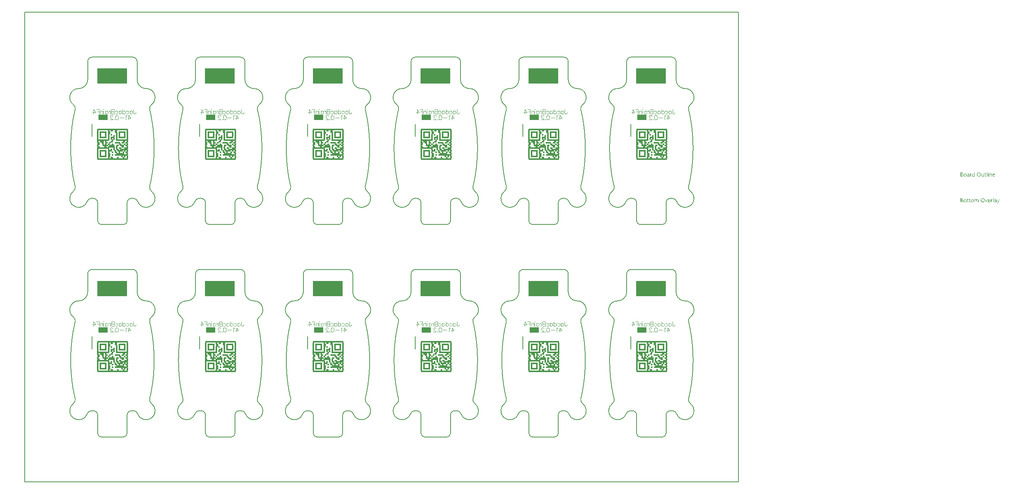
<source format=gbo>
G04*
G04 #@! TF.GenerationSoftware,Altium Limited,Altium Designer,21.5.1 (32)*
G04*
G04 Layer_Color=32896*
%FSAX25Y25*%
%MOIN*%
G70*
G04*
G04 #@! TF.SameCoordinates,5657485A-31CE-4D9D-A90A-781EB6461645*
G04*
G04*
G04 #@! TF.FilePolarity,Positive*
G04*
G01*
G75*
%ADD35C,0.00787*%
%ADD51C,0.00394*%
%ADD82C,0.00315*%
%ADD83R,0.01181X0.01181*%
%ADD84R,0.01181X0.01181*%
%ADD85R,0.05906X0.01181*%
%ADD86R,0.01181X0.01181*%
%ADD87R,0.10630X0.01181*%
%ADD88R,0.02362X0.01181*%
%ADD89R,0.03543X0.01181*%
%ADD90R,0.10630X0.01181*%
%ADD91R,0.01181X0.01181*%
%ADD92R,0.05906X0.01181*%
%ADD93R,0.02362X0.01181*%
%ADD94R,0.03543X0.01181*%
%ADD95R,0.02362X0.01181*%
%ADD96R,0.04724X0.01181*%
%ADD97R,0.27165X0.01181*%
%ADD98R,0.05906X0.01181*%
%ADD99R,0.02362X0.01181*%
%ADD100R,0.04724X0.01181*%
%ADD101R,0.11811X0.01181*%
%ADD102R,0.07087X0.01181*%
%ADD103R,0.04724X0.01181*%
%ADD104R,0.07087X0.01181*%
%ADD105R,0.03543X0.01181*%
%ADD106R,0.07972X0.04575*%
%ADD107R,0.26378X0.13484*%
G36*
X0824898Y0251948D02*
X0824923D01*
X0824979Y0251924D01*
X0825010Y0251905D01*
X0825040Y0251880D01*
X0825047Y0251874D01*
X0825053Y0251868D01*
X0825084Y0251831D01*
X0825109Y0251769D01*
X0825115Y0251732D01*
X0825121Y0251695D01*
Y0251689D01*
Y0251676D01*
X0825115Y0251658D01*
X0825109Y0251633D01*
X0825090Y0251571D01*
X0825065Y0251540D01*
X0825040Y0251509D01*
X0825034D01*
X0825028Y0251497D01*
X0824991Y0251472D01*
X0824935Y0251447D01*
X0824898Y0251441D01*
X0824861Y0251435D01*
X0824842D01*
X0824824Y0251441D01*
X0824799D01*
X0824737Y0251466D01*
X0824706Y0251478D01*
X0824675Y0251503D01*
Y0251509D01*
X0824663Y0251515D01*
X0824650Y0251534D01*
X0824638Y0251552D01*
X0824613Y0251614D01*
X0824607Y0251651D01*
X0824601Y0251695D01*
Y0251701D01*
Y0251713D01*
X0824607Y0251732D01*
X0824613Y0251763D01*
X0824632Y0251818D01*
X0824650Y0251850D01*
X0824675Y0251880D01*
X0824681Y0251887D01*
X0824688Y0251893D01*
X0824725Y0251918D01*
X0824787Y0251942D01*
X0824824Y0251955D01*
X0824879D01*
X0824898Y0251948D01*
D02*
G37*
G36*
X0812908Y0248284D02*
X0812506D01*
Y0248705D01*
X0812493D01*
Y0248699D01*
X0812481Y0248686D01*
X0812462Y0248662D01*
X0812444Y0248631D01*
X0812413Y0248594D01*
X0812376Y0248556D01*
X0812332Y0248513D01*
X0812283Y0248470D01*
X0812227Y0248420D01*
X0812159Y0248377D01*
X0812091Y0248340D01*
X0812010Y0248303D01*
X0811930Y0248272D01*
X0811837Y0248247D01*
X0811738Y0248235D01*
X0811633Y0248228D01*
X0811590D01*
X0811552Y0248235D01*
X0811515Y0248241D01*
X0811466Y0248247D01*
X0811360Y0248272D01*
X0811237Y0248309D01*
X0811113Y0248371D01*
X0811045Y0248408D01*
X0810989Y0248451D01*
X0810927Y0248507D01*
X0810872Y0248563D01*
Y0248569D01*
X0810859Y0248581D01*
X0810847Y0248600D01*
X0810828Y0248624D01*
X0810810Y0248656D01*
X0810785Y0248699D01*
X0810760Y0248748D01*
X0810735Y0248804D01*
X0810704Y0248866D01*
X0810680Y0248934D01*
X0810655Y0249008D01*
X0810636Y0249089D01*
X0810618Y0249175D01*
X0810605Y0249274D01*
X0810599Y0249374D01*
X0810593Y0249479D01*
Y0249485D01*
Y0249503D01*
Y0249541D01*
X0810599Y0249584D01*
X0810605Y0249634D01*
X0810612Y0249695D01*
X0810618Y0249763D01*
X0810630Y0249838D01*
X0810667Y0249999D01*
X0810723Y0250166D01*
X0810760Y0250246D01*
X0810803Y0250327D01*
X0810847Y0250401D01*
X0810903Y0250475D01*
X0810909Y0250482D01*
X0810915Y0250494D01*
X0810933Y0250512D01*
X0810958Y0250537D01*
X0810989Y0250562D01*
X0811032Y0250593D01*
X0811076Y0250630D01*
X0811125Y0250667D01*
X0811249Y0250735D01*
X0811392Y0250797D01*
X0811472Y0250816D01*
X0811559Y0250834D01*
X0811645Y0250847D01*
X0811744Y0250853D01*
X0811794D01*
X0811831Y0250847D01*
X0811868Y0250840D01*
X0811918Y0250834D01*
X0812029Y0250803D01*
X0812153Y0250754D01*
X0812215Y0250723D01*
X0812277Y0250680D01*
X0812339Y0250636D01*
X0812394Y0250581D01*
X0812444Y0250519D01*
X0812493Y0250444D01*
X0812506D01*
Y0252004D01*
X0812908D01*
Y0248284D01*
D02*
G37*
G36*
X0827176Y0250847D02*
X0827250Y0250840D01*
X0827343Y0250822D01*
X0827442Y0250791D01*
X0827547Y0250742D01*
X0827653Y0250673D01*
X0827696Y0250636D01*
X0827739Y0250587D01*
X0827752Y0250574D01*
X0827776Y0250537D01*
X0827807Y0250475D01*
X0827851Y0250389D01*
X0827888Y0250283D01*
X0827925Y0250153D01*
X0827950Y0249999D01*
X0827956Y0249819D01*
Y0248284D01*
X0827554D01*
Y0249714D01*
Y0249720D01*
Y0249751D01*
X0827547Y0249788D01*
Y0249838D01*
X0827535Y0249900D01*
X0827523Y0249968D01*
X0827504Y0250042D01*
X0827479Y0250116D01*
X0827448Y0250191D01*
X0827411Y0250259D01*
X0827362Y0250327D01*
X0827306Y0250389D01*
X0827244Y0250438D01*
X0827164Y0250475D01*
X0827077Y0250506D01*
X0826972Y0250512D01*
X0826959D01*
X0826922Y0250506D01*
X0826867Y0250500D01*
X0826798Y0250482D01*
X0826718Y0250457D01*
X0826631Y0250413D01*
X0826551Y0250358D01*
X0826470Y0250283D01*
X0826464Y0250271D01*
X0826439Y0250246D01*
X0826408Y0250197D01*
X0826371Y0250129D01*
X0826334Y0250048D01*
X0826303Y0249949D01*
X0826278Y0249838D01*
X0826272Y0249714D01*
Y0248284D01*
X0825870D01*
Y0250797D01*
X0826272D01*
Y0250376D01*
X0826285D01*
X0826291Y0250382D01*
X0826297Y0250395D01*
X0826316Y0250420D01*
X0826340Y0250451D01*
X0826365Y0250488D01*
X0826402Y0250525D01*
X0826446Y0250568D01*
X0826495Y0250618D01*
X0826551Y0250661D01*
X0826613Y0250704D01*
X0826681Y0250742D01*
X0826755Y0250779D01*
X0826829Y0250810D01*
X0826916Y0250834D01*
X0827009Y0250847D01*
X0827108Y0250853D01*
X0827145D01*
X0827176Y0250847D01*
D02*
G37*
G36*
X0810178Y0250834D02*
X0810252Y0250828D01*
X0810296Y0250816D01*
X0810327Y0250803D01*
Y0250389D01*
X0810321Y0250395D01*
X0810308Y0250401D01*
X0810283Y0250413D01*
X0810252Y0250432D01*
X0810209Y0250444D01*
X0810153Y0250457D01*
X0810092Y0250463D01*
X0810023Y0250469D01*
X0810011D01*
X0809980Y0250463D01*
X0809931Y0250457D01*
X0809875Y0250438D01*
X0809801Y0250407D01*
X0809733Y0250364D01*
X0809658Y0250302D01*
X0809590Y0250221D01*
X0809584Y0250209D01*
X0809565Y0250178D01*
X0809534Y0250122D01*
X0809503Y0250048D01*
X0809473Y0249955D01*
X0809442Y0249838D01*
X0809423Y0249708D01*
X0809417Y0249559D01*
Y0248284D01*
X0809015D01*
Y0250797D01*
X0809417D01*
Y0250277D01*
X0809429D01*
Y0250283D01*
X0809435Y0250290D01*
X0809448Y0250321D01*
X0809466Y0250370D01*
X0809497Y0250432D01*
X0809528Y0250494D01*
X0809578Y0250562D01*
X0809627Y0250630D01*
X0809689Y0250692D01*
X0809695Y0250698D01*
X0809720Y0250717D01*
X0809757Y0250742D01*
X0809807Y0250766D01*
X0809863Y0250791D01*
X0809931Y0250816D01*
X0810005Y0250834D01*
X0810085Y0250840D01*
X0810141D01*
X0810178Y0250834D01*
D02*
G37*
G36*
X0820918Y0248284D02*
X0820516D01*
Y0248680D01*
X0820503D01*
Y0248674D01*
X0820491Y0248662D01*
X0820478Y0248637D01*
X0820454Y0248612D01*
X0820398Y0248538D01*
X0820311Y0248457D01*
X0820262Y0248414D01*
X0820206Y0248371D01*
X0820144Y0248334D01*
X0820070Y0248296D01*
X0819996Y0248272D01*
X0819915Y0248247D01*
X0819822Y0248235D01*
X0819729Y0248228D01*
X0819692D01*
X0819649Y0248235D01*
X0819587Y0248247D01*
X0819519Y0248259D01*
X0819445Y0248284D01*
X0819364Y0248315D01*
X0819284Y0248364D01*
X0819197Y0248420D01*
X0819117Y0248488D01*
X0819042Y0248575D01*
X0818974Y0248680D01*
X0818912Y0248798D01*
X0818869Y0248940D01*
X0818844Y0249107D01*
X0818832Y0249194D01*
Y0249293D01*
Y0250797D01*
X0819228D01*
Y0249355D01*
Y0249349D01*
Y0249324D01*
X0819234Y0249281D01*
X0819240Y0249231D01*
X0819247Y0249169D01*
X0819259Y0249107D01*
X0819277Y0249033D01*
X0819302Y0248959D01*
X0819339Y0248885D01*
X0819377Y0248816D01*
X0819426Y0248748D01*
X0819488Y0248686D01*
X0819556Y0248637D01*
X0819637Y0248600D01*
X0819736Y0248569D01*
X0819841Y0248563D01*
X0819853D01*
X0819890Y0248569D01*
X0819946Y0248575D01*
X0820008Y0248587D01*
X0820088Y0248618D01*
X0820169Y0248656D01*
X0820249Y0248705D01*
X0820324Y0248779D01*
X0820330Y0248792D01*
X0820355Y0248816D01*
X0820385Y0248866D01*
X0820423Y0248934D01*
X0820454Y0249014D01*
X0820485Y0249113D01*
X0820509Y0249225D01*
X0820516Y0249349D01*
Y0250797D01*
X0820918D01*
Y0248284D01*
D02*
G37*
G36*
X0825053D02*
X0824650D01*
Y0250797D01*
X0825053D01*
Y0248284D01*
D02*
G37*
G36*
X0823833D02*
X0823431D01*
Y0252004D01*
X0823833D01*
Y0248284D01*
D02*
G37*
G36*
X0807455Y0250847D02*
X0807510Y0250840D01*
X0807578Y0250822D01*
X0807653Y0250803D01*
X0807733Y0250772D01*
X0807820Y0250735D01*
X0807900Y0250686D01*
X0807981Y0250624D01*
X0808055Y0250550D01*
X0808123Y0250457D01*
X0808179Y0250352D01*
X0808222Y0250228D01*
X0808247Y0250085D01*
X0808259Y0249918D01*
Y0248284D01*
X0807857D01*
Y0248674D01*
X0807845D01*
Y0248668D01*
X0807832Y0248656D01*
X0807820Y0248631D01*
X0807795Y0248606D01*
X0807733Y0248532D01*
X0807653Y0248451D01*
X0807541Y0248371D01*
X0807411Y0248296D01*
X0807331Y0248272D01*
X0807250Y0248247D01*
X0807164Y0248235D01*
X0807071Y0248228D01*
X0807034D01*
X0807009Y0248235D01*
X0806941Y0248241D01*
X0806860Y0248253D01*
X0806761Y0248278D01*
X0806668Y0248309D01*
X0806569Y0248358D01*
X0806483Y0248420D01*
X0806477Y0248433D01*
X0806452Y0248457D01*
X0806415Y0248501D01*
X0806378Y0248563D01*
X0806340Y0248637D01*
X0806303Y0248724D01*
X0806279Y0248829D01*
X0806272Y0248946D01*
Y0248953D01*
Y0248977D01*
X0806279Y0249014D01*
X0806285Y0249058D01*
X0806297Y0249113D01*
X0806316Y0249175D01*
X0806340Y0249243D01*
X0806378Y0249312D01*
X0806421Y0249386D01*
X0806477Y0249460D01*
X0806545Y0249528D01*
X0806625Y0249590D01*
X0806718Y0249652D01*
X0806829Y0249702D01*
X0806953Y0249739D01*
X0807102Y0249770D01*
X0807857Y0249875D01*
Y0249881D01*
Y0249900D01*
X0807851Y0249937D01*
Y0249974D01*
X0807838Y0250023D01*
X0807832Y0250079D01*
X0807795Y0250197D01*
X0807764Y0250253D01*
X0807733Y0250308D01*
X0807690Y0250364D01*
X0807640Y0250413D01*
X0807578Y0250457D01*
X0807510Y0250488D01*
X0807430Y0250506D01*
X0807337Y0250512D01*
X0807294D01*
X0807263Y0250506D01*
X0807219D01*
X0807176Y0250494D01*
X0807065Y0250475D01*
X0806941Y0250438D01*
X0806805Y0250382D01*
X0806730Y0250345D01*
X0806662Y0250308D01*
X0806588Y0250259D01*
X0806520Y0250203D01*
Y0250618D01*
X0806526D01*
X0806538Y0250630D01*
X0806557Y0250642D01*
X0806588Y0250655D01*
X0806619Y0250673D01*
X0806662Y0250692D01*
X0806712Y0250711D01*
X0806767Y0250735D01*
X0806891Y0250779D01*
X0807040Y0250816D01*
X0807201Y0250840D01*
X0807374Y0250853D01*
X0807411D01*
X0807455Y0250847D01*
D02*
G37*
G36*
X0801766Y0251794D02*
X0801809D01*
X0801853Y0251788D01*
X0801952Y0251775D01*
X0802069Y0251744D01*
X0802193Y0251707D01*
X0802311Y0251651D01*
X0802416Y0251577D01*
X0802422D01*
X0802428Y0251565D01*
X0802459Y0251540D01*
X0802503Y0251490D01*
X0802552Y0251422D01*
X0802596Y0251336D01*
X0802639Y0251237D01*
X0802670Y0251125D01*
X0802682Y0251063D01*
Y0250995D01*
Y0250989D01*
Y0250983D01*
Y0250946D01*
X0802676Y0250890D01*
X0802664Y0250822D01*
X0802645Y0250735D01*
X0802614Y0250649D01*
X0802577Y0250562D01*
X0802521Y0250475D01*
X0802515Y0250463D01*
X0802490Y0250438D01*
X0802453Y0250401D01*
X0802404Y0250352D01*
X0802342Y0250302D01*
X0802267Y0250246D01*
X0802175Y0250203D01*
X0802075Y0250160D01*
Y0250153D01*
X0802094D01*
X0802113Y0250147D01*
X0802131Y0250141D01*
X0802199Y0250129D01*
X0802280Y0250104D01*
X0802366Y0250067D01*
X0802459Y0250023D01*
X0802552Y0249961D01*
X0802639Y0249881D01*
X0802651Y0249869D01*
X0802676Y0249838D01*
X0802707Y0249794D01*
X0802750Y0249726D01*
X0802787Y0249640D01*
X0802824Y0249541D01*
X0802849Y0249423D01*
X0802855Y0249293D01*
Y0249287D01*
Y0249274D01*
Y0249250D01*
X0802849Y0249219D01*
X0802843Y0249182D01*
X0802837Y0249138D01*
X0802812Y0249033D01*
X0802775Y0248915D01*
X0802719Y0248792D01*
X0802682Y0248736D01*
X0802639Y0248674D01*
X0802583Y0248618D01*
X0802527Y0248563D01*
X0802521D01*
X0802515Y0248550D01*
X0802496Y0248538D01*
X0802472Y0248519D01*
X0802441Y0248501D01*
X0802397Y0248476D01*
X0802305Y0248426D01*
X0802187Y0248371D01*
X0802051Y0248327D01*
X0801890Y0248296D01*
X0801809Y0248290D01*
X0801717Y0248284D01*
X0800689D01*
Y0251800D01*
X0801735D01*
X0801766Y0251794D01*
D02*
G37*
G36*
X0822261Y0250797D02*
X0822899D01*
Y0250451D01*
X0822261D01*
Y0249033D01*
Y0249021D01*
Y0248990D01*
X0822267Y0248946D01*
X0822274Y0248891D01*
X0822298Y0248773D01*
X0822317Y0248717D01*
X0822348Y0248674D01*
X0822354Y0248668D01*
X0822366Y0248656D01*
X0822385Y0248643D01*
X0822416Y0248624D01*
X0822453Y0248600D01*
X0822503Y0248587D01*
X0822564Y0248575D01*
X0822633Y0248569D01*
X0822657D01*
X0822688Y0248575D01*
X0822725Y0248581D01*
X0822812Y0248606D01*
X0822855Y0248624D01*
X0822899Y0248649D01*
Y0248303D01*
X0822892D01*
X0822874Y0248290D01*
X0822843Y0248284D01*
X0822800Y0248272D01*
X0822744Y0248259D01*
X0822682Y0248247D01*
X0822608Y0248241D01*
X0822521Y0248235D01*
X0822490D01*
X0822459Y0248241D01*
X0822416Y0248247D01*
X0822366Y0248259D01*
X0822311Y0248272D01*
X0822255Y0248296D01*
X0822193Y0248327D01*
X0822131Y0248364D01*
X0822069Y0248414D01*
X0822013Y0248470D01*
X0821964Y0248544D01*
X0821921Y0248624D01*
X0821890Y0248724D01*
X0821865Y0248835D01*
X0821859Y0248965D01*
Y0250451D01*
X0821432D01*
Y0250797D01*
X0821859D01*
Y0251410D01*
X0822261Y0251540D01*
Y0250797D01*
D02*
G37*
G36*
X0829788Y0250847D02*
X0829832Y0250840D01*
X0829875Y0250834D01*
X0829986Y0250816D01*
X0830110Y0250772D01*
X0830234Y0250717D01*
X0830296Y0250680D01*
X0830358Y0250636D01*
X0830413Y0250587D01*
X0830469Y0250531D01*
X0830475Y0250525D01*
X0830481Y0250519D01*
X0830494Y0250500D01*
X0830512Y0250475D01*
X0830531Y0250438D01*
X0830556Y0250401D01*
X0830581Y0250358D01*
X0830605Y0250302D01*
X0830630Y0250240D01*
X0830655Y0250178D01*
X0830680Y0250104D01*
X0830698Y0250023D01*
X0830717Y0249937D01*
X0830729Y0249850D01*
X0830741Y0249751D01*
Y0249646D01*
Y0249435D01*
X0828965D01*
Y0249429D01*
Y0249417D01*
Y0249398D01*
X0828971Y0249367D01*
X0828977Y0249330D01*
Y0249293D01*
X0828996Y0249194D01*
X0829027Y0249095D01*
X0829064Y0248984D01*
X0829120Y0248878D01*
X0829188Y0248785D01*
X0829200Y0248773D01*
X0829225Y0248748D01*
X0829274Y0248717D01*
X0829342Y0248674D01*
X0829429Y0248631D01*
X0829528Y0248600D01*
X0829646Y0248575D01*
X0829782Y0248563D01*
X0829825D01*
X0829856Y0248569D01*
X0829893D01*
X0829937Y0248575D01*
X0830042Y0248600D01*
X0830159Y0248631D01*
X0830289Y0248680D01*
X0830426Y0248748D01*
X0830494Y0248792D01*
X0830562Y0248841D01*
Y0248464D01*
X0830556D01*
X0830550Y0248451D01*
X0830531Y0248445D01*
X0830500Y0248426D01*
X0830469Y0248408D01*
X0830432Y0248389D01*
X0830382Y0248371D01*
X0830333Y0248346D01*
X0830271Y0248321D01*
X0830203Y0248303D01*
X0830054Y0248266D01*
X0829881Y0248241D01*
X0829689Y0248228D01*
X0829640D01*
X0829602Y0248235D01*
X0829559Y0248241D01*
X0829503Y0248247D01*
X0829386Y0248272D01*
X0829250Y0248309D01*
X0829113Y0248371D01*
X0829045Y0248414D01*
X0828977Y0248457D01*
X0828915Y0248507D01*
X0828854Y0248569D01*
X0828847Y0248575D01*
X0828841Y0248587D01*
X0828829Y0248606D01*
X0828804Y0248631D01*
X0828785Y0248668D01*
X0828761Y0248711D01*
X0828730Y0248761D01*
X0828705Y0248816D01*
X0828674Y0248878D01*
X0828649Y0248953D01*
X0828618Y0249033D01*
X0828600Y0249120D01*
X0828581Y0249213D01*
X0828563Y0249312D01*
X0828556Y0249417D01*
X0828550Y0249528D01*
Y0249534D01*
Y0249553D01*
Y0249584D01*
X0828556Y0249627D01*
X0828563Y0249677D01*
X0828569Y0249732D01*
X0828575Y0249801D01*
X0828594Y0249869D01*
X0828631Y0250017D01*
X0828686Y0250178D01*
X0828724Y0250259D01*
X0828773Y0250333D01*
X0828823Y0250413D01*
X0828878Y0250482D01*
X0828884Y0250488D01*
X0828897Y0250500D01*
X0828915Y0250519D01*
X0828940Y0250537D01*
X0828971Y0250568D01*
X0829008Y0250599D01*
X0829058Y0250630D01*
X0829107Y0250667D01*
X0829225Y0250735D01*
X0829367Y0250797D01*
X0829448Y0250816D01*
X0829528Y0250834D01*
X0829615Y0250847D01*
X0829708Y0250853D01*
X0829757D01*
X0829788Y0250847D01*
D02*
G37*
G36*
X0816746Y0251856D02*
X0816808Y0251850D01*
X0816882Y0251837D01*
X0816963Y0251818D01*
X0817049Y0251800D01*
X0817136Y0251775D01*
X0817235Y0251744D01*
X0817328Y0251701D01*
X0817427Y0251651D01*
X0817526Y0251596D01*
X0817619Y0251528D01*
X0817712Y0251453D01*
X0817798Y0251367D01*
X0817804Y0251361D01*
X0817817Y0251342D01*
X0817841Y0251317D01*
X0817866Y0251280D01*
X0817903Y0251231D01*
X0817941Y0251169D01*
X0817978Y0251100D01*
X0818021Y0251026D01*
X0818064Y0250933D01*
X0818101Y0250840D01*
X0818139Y0250735D01*
X0818176Y0250618D01*
X0818200Y0250500D01*
X0818225Y0250370D01*
X0818238Y0250228D01*
X0818244Y0250085D01*
Y0250073D01*
Y0250048D01*
Y0250005D01*
X0818238Y0249943D01*
X0818231Y0249869D01*
X0818219Y0249788D01*
X0818207Y0249695D01*
X0818188Y0249590D01*
X0818163Y0249485D01*
X0818132Y0249374D01*
X0818095Y0249262D01*
X0818052Y0249151D01*
X0817996Y0249033D01*
X0817934Y0248928D01*
X0817866Y0248823D01*
X0817786Y0248724D01*
X0817780Y0248717D01*
X0817767Y0248705D01*
X0817736Y0248680D01*
X0817705Y0248649D01*
X0817656Y0248606D01*
X0817600Y0248569D01*
X0817538Y0248519D01*
X0817464Y0248476D01*
X0817383Y0248433D01*
X0817290Y0248383D01*
X0817192Y0248346D01*
X0817080Y0248309D01*
X0816963Y0248272D01*
X0816839Y0248247D01*
X0816709Y0248235D01*
X0816566Y0248228D01*
X0816535D01*
X0816492Y0248235D01*
X0816442D01*
X0816381Y0248241D01*
X0816306Y0248253D01*
X0816226Y0248272D01*
X0816133Y0248290D01*
X0816040Y0248315D01*
X0815941Y0248346D01*
X0815842Y0248389D01*
X0815743Y0248433D01*
X0815644Y0248488D01*
X0815545Y0248556D01*
X0815452Y0248631D01*
X0815365Y0248717D01*
X0815359Y0248724D01*
X0815347Y0248742D01*
X0815322Y0248767D01*
X0815297Y0248804D01*
X0815260Y0248853D01*
X0815223Y0248915D01*
X0815186Y0248984D01*
X0815143Y0249064D01*
X0815099Y0249151D01*
X0815062Y0249243D01*
X0815025Y0249349D01*
X0814988Y0249466D01*
X0814963Y0249584D01*
X0814938Y0249714D01*
X0814926Y0249856D01*
X0814920Y0249999D01*
Y0250011D01*
Y0250036D01*
X0814926Y0250079D01*
Y0250141D01*
X0814932Y0250209D01*
X0814944Y0250296D01*
X0814957Y0250389D01*
X0814975Y0250488D01*
X0815000Y0250593D01*
X0815031Y0250704D01*
X0815068Y0250816D01*
X0815112Y0250927D01*
X0815167Y0251039D01*
X0815229Y0251150D01*
X0815297Y0251255D01*
X0815378Y0251354D01*
X0815384Y0251361D01*
X0815396Y0251379D01*
X0815427Y0251404D01*
X0815464Y0251435D01*
X0815508Y0251472D01*
X0815563Y0251515D01*
X0815632Y0251559D01*
X0815706Y0251608D01*
X0815793Y0251658D01*
X0815885Y0251701D01*
X0815985Y0251744D01*
X0816096Y0251781D01*
X0816220Y0251812D01*
X0816350Y0251843D01*
X0816486Y0251856D01*
X0816628Y0251862D01*
X0816696D01*
X0816746Y0251856D01*
D02*
G37*
G36*
X0804719Y0250847D02*
X0804762Y0250840D01*
X0804818Y0250834D01*
X0804941Y0250810D01*
X0805084Y0250766D01*
X0805226Y0250704D01*
X0805301Y0250667D01*
X0805369Y0250624D01*
X0805437Y0250568D01*
X0805499Y0250506D01*
X0805505Y0250500D01*
X0805511Y0250488D01*
X0805529Y0250469D01*
X0805548Y0250444D01*
X0805573Y0250407D01*
X0805598Y0250364D01*
X0805629Y0250314D01*
X0805659Y0250259D01*
X0805684Y0250191D01*
X0805715Y0250122D01*
X0805740Y0250042D01*
X0805765Y0249955D01*
X0805783Y0249863D01*
X0805802Y0249763D01*
X0805808Y0249658D01*
X0805814Y0249547D01*
Y0249541D01*
Y0249522D01*
Y0249491D01*
X0805808Y0249448D01*
X0805802Y0249398D01*
X0805796Y0249336D01*
X0805783Y0249274D01*
X0805771Y0249200D01*
X0805734Y0249052D01*
X0805672Y0248891D01*
X0805635Y0248810D01*
X0805585Y0248730D01*
X0805536Y0248656D01*
X0805474Y0248587D01*
X0805468Y0248581D01*
X0805455Y0248575D01*
X0805437Y0248556D01*
X0805412Y0248532D01*
X0805375Y0248507D01*
X0805338Y0248476D01*
X0805288Y0248439D01*
X0805232Y0248408D01*
X0805171Y0248377D01*
X0805102Y0248340D01*
X0805028Y0248309D01*
X0804948Y0248284D01*
X0804861Y0248259D01*
X0804768Y0248247D01*
X0804669Y0248235D01*
X0804564Y0248228D01*
X0804508D01*
X0804471Y0248235D01*
X0804428Y0248241D01*
X0804372Y0248247D01*
X0804310Y0248259D01*
X0804242Y0248272D01*
X0804100Y0248315D01*
X0803951Y0248377D01*
X0803877Y0248414D01*
X0803809Y0248464D01*
X0803741Y0248513D01*
X0803673Y0248575D01*
X0803666Y0248581D01*
X0803660Y0248594D01*
X0803642Y0248612D01*
X0803623Y0248637D01*
X0803598Y0248674D01*
X0803567Y0248717D01*
X0803536Y0248767D01*
X0803512Y0248823D01*
X0803481Y0248891D01*
X0803450Y0248959D01*
X0803419Y0249033D01*
X0803394Y0249120D01*
X0803357Y0249305D01*
X0803351Y0249404D01*
X0803345Y0249510D01*
Y0249516D01*
Y0249541D01*
Y0249572D01*
X0803351Y0249615D01*
X0803357Y0249664D01*
X0803363Y0249726D01*
X0803375Y0249794D01*
X0803388Y0249869D01*
X0803425Y0250030D01*
X0803487Y0250191D01*
X0803530Y0250271D01*
X0803574Y0250352D01*
X0803623Y0250426D01*
X0803685Y0250494D01*
X0803691Y0250500D01*
X0803703Y0250512D01*
X0803722Y0250525D01*
X0803747Y0250550D01*
X0803784Y0250574D01*
X0803827Y0250605D01*
X0803877Y0250642D01*
X0803932Y0250673D01*
X0803994Y0250704D01*
X0804069Y0250742D01*
X0804143Y0250772D01*
X0804230Y0250797D01*
X0804316Y0250822D01*
X0804415Y0250840D01*
X0804521Y0250847D01*
X0804626Y0250853D01*
X0804681D01*
X0804719Y0250847D01*
D02*
G37*
G36*
X0815625Y0228351D02*
X0815681Y0228339D01*
X0815743Y0228327D01*
X0815811Y0228302D01*
X0815892Y0228271D01*
X0815966Y0228227D01*
X0816046Y0228178D01*
X0816121Y0228110D01*
X0816189Y0228023D01*
X0816251Y0227924D01*
X0816306Y0227813D01*
X0816343Y0227670D01*
X0816374Y0227516D01*
X0816381Y0227336D01*
Y0225789D01*
X0815978D01*
Y0227231D01*
Y0227237D01*
Y0227249D01*
Y0227268D01*
Y0227299D01*
X0815972Y0227373D01*
X0815960Y0227460D01*
X0815947Y0227559D01*
X0815923Y0227658D01*
X0815892Y0227751D01*
X0815848Y0227831D01*
X0815842Y0227837D01*
X0815823Y0227862D01*
X0815793Y0227893D01*
X0815743Y0227924D01*
X0815687Y0227961D01*
X0815613Y0227986D01*
X0815520Y0228011D01*
X0815415Y0228017D01*
X0815403D01*
X0815372Y0228011D01*
X0815322Y0228005D01*
X0815260Y0227986D01*
X0815192Y0227961D01*
X0815118Y0227918D01*
X0815044Y0227862D01*
X0814975Y0227782D01*
X0814969Y0227769D01*
X0814951Y0227738D01*
X0814920Y0227689D01*
X0814889Y0227621D01*
X0814852Y0227540D01*
X0814827Y0227448D01*
X0814802Y0227336D01*
X0814796Y0227219D01*
Y0225789D01*
X0814394D01*
Y0227280D01*
Y0227287D01*
Y0227311D01*
X0814387Y0227348D01*
Y0227398D01*
X0814375Y0227454D01*
X0814363Y0227516D01*
X0814344Y0227577D01*
X0814326Y0227652D01*
X0814295Y0227720D01*
X0814257Y0227782D01*
X0814208Y0227844D01*
X0814152Y0227899D01*
X0814090Y0227949D01*
X0814010Y0227986D01*
X0813923Y0228011D01*
X0813824Y0228017D01*
X0813812D01*
X0813781Y0228011D01*
X0813731Y0228005D01*
X0813669Y0227992D01*
X0813601Y0227961D01*
X0813527Y0227924D01*
X0813453Y0227868D01*
X0813385Y0227794D01*
X0813379Y0227782D01*
X0813360Y0227757D01*
X0813329Y0227708D01*
X0813298Y0227639D01*
X0813267Y0227559D01*
X0813236Y0227460D01*
X0813218Y0227348D01*
X0813211Y0227219D01*
Y0225789D01*
X0812809D01*
Y0228302D01*
X0813211D01*
Y0227899D01*
X0813224D01*
X0813230Y0227906D01*
X0813236Y0227918D01*
X0813255Y0227943D01*
X0813273Y0227974D01*
X0813335Y0228042D01*
X0813422Y0228128D01*
X0813533Y0228215D01*
X0813663Y0228283D01*
X0813744Y0228314D01*
X0813824Y0228339D01*
X0813911Y0228351D01*
X0814004Y0228357D01*
X0814047D01*
X0814097Y0228351D01*
X0814158Y0228339D01*
X0814227Y0228320D01*
X0814301Y0228295D01*
X0814375Y0228265D01*
X0814449Y0228215D01*
X0814456Y0228209D01*
X0814480Y0228190D01*
X0814511Y0228159D01*
X0814555Y0228116D01*
X0814598Y0228060D01*
X0814641Y0227998D01*
X0814685Y0227924D01*
X0814715Y0227837D01*
X0814722Y0227844D01*
X0814728Y0227862D01*
X0814746Y0227887D01*
X0814765Y0227918D01*
X0814796Y0227961D01*
X0814833Y0228005D01*
X0814876Y0228048D01*
X0814926Y0228097D01*
X0814982Y0228147D01*
X0815044Y0228190D01*
X0815112Y0228240D01*
X0815186Y0228277D01*
X0815266Y0228308D01*
X0815353Y0228333D01*
X0815452Y0228351D01*
X0815551Y0228357D01*
X0815588D01*
X0815625Y0228351D01*
D02*
G37*
G36*
X0828501Y0228339D02*
X0828575Y0228333D01*
X0828618Y0228320D01*
X0828649Y0228308D01*
Y0227893D01*
X0828643Y0227899D01*
X0828631Y0227906D01*
X0828606Y0227918D01*
X0828575Y0227937D01*
X0828532Y0227949D01*
X0828476Y0227961D01*
X0828414Y0227968D01*
X0828346Y0227974D01*
X0828333D01*
X0828302Y0227968D01*
X0828253Y0227961D01*
X0828197Y0227943D01*
X0828123Y0227912D01*
X0828055Y0227868D01*
X0827981Y0227806D01*
X0827913Y0227726D01*
X0827906Y0227714D01*
X0827888Y0227683D01*
X0827857Y0227627D01*
X0827826Y0227553D01*
X0827795Y0227460D01*
X0827764Y0227342D01*
X0827745Y0227212D01*
X0827739Y0227064D01*
Y0225789D01*
X0827337D01*
Y0228302D01*
X0827739D01*
Y0227782D01*
X0827752D01*
Y0227788D01*
X0827758Y0227794D01*
X0827770Y0227825D01*
X0827789Y0227875D01*
X0827820Y0227937D01*
X0827851Y0227998D01*
X0827900Y0228066D01*
X0827950Y0228135D01*
X0828012Y0228197D01*
X0828018Y0228203D01*
X0828043Y0228221D01*
X0828080Y0228246D01*
X0828129Y0228271D01*
X0828185Y0228295D01*
X0828253Y0228320D01*
X0828327Y0228339D01*
X0828408Y0228345D01*
X0828463D01*
X0828501Y0228339D01*
D02*
G37*
G36*
X0833706Y0225386D02*
X0833700Y0225380D01*
X0833694Y0225355D01*
X0833675Y0225312D01*
X0833651Y0225262D01*
X0833620Y0225207D01*
X0833576Y0225139D01*
X0833533Y0225071D01*
X0833484Y0224996D01*
X0833422Y0224922D01*
X0833360Y0224854D01*
X0833286Y0224786D01*
X0833205Y0224730D01*
X0833125Y0224681D01*
X0833032Y0224637D01*
X0832939Y0224612D01*
X0832834Y0224606D01*
X0832778D01*
X0832741Y0224612D01*
X0832660Y0224625D01*
X0832574Y0224643D01*
Y0225002D01*
X0832580D01*
X0832598Y0224996D01*
X0832623Y0224990D01*
X0832654Y0224984D01*
X0832728Y0224965D01*
X0832809Y0224959D01*
X0832821D01*
X0832858Y0224965D01*
X0832914Y0224978D01*
X0832982Y0225002D01*
X0833057Y0225046D01*
X0833094Y0225077D01*
X0833131Y0225114D01*
X0833168Y0225151D01*
X0833205Y0225201D01*
X0833236Y0225256D01*
X0833267Y0225318D01*
X0833471Y0225789D01*
X0832487Y0228302D01*
X0832933D01*
X0833614Y0226364D01*
Y0226358D01*
X0833620Y0226346D01*
X0833626Y0226327D01*
X0833632Y0226302D01*
X0833638Y0226265D01*
X0833651Y0226228D01*
X0833663Y0226172D01*
X0833682D01*
Y0226185D01*
X0833694Y0226222D01*
X0833706Y0226278D01*
X0833731Y0226358D01*
X0834443Y0228302D01*
X0834858D01*
X0833706Y0225386D01*
D02*
G37*
G36*
X0823276Y0225789D02*
X0822880D01*
X0821927Y0228302D01*
X0822366D01*
X0823010Y0226476D01*
X0823016Y0226469D01*
X0823022Y0226445D01*
X0823035Y0226401D01*
X0823047Y0226358D01*
X0823060Y0226302D01*
X0823078Y0226240D01*
X0823097Y0226123D01*
X0823103D01*
Y0226129D01*
X0823109Y0226154D01*
X0823115Y0226191D01*
X0823121Y0226234D01*
X0823134Y0226290D01*
X0823146Y0226346D01*
X0823183Y0226463D01*
X0823852Y0228302D01*
X0824273D01*
X0823276Y0225789D01*
D02*
G37*
G36*
X0831299Y0228351D02*
X0831354Y0228345D01*
X0831422Y0228327D01*
X0831497Y0228308D01*
X0831577Y0228277D01*
X0831664Y0228240D01*
X0831744Y0228190D01*
X0831825Y0228128D01*
X0831899Y0228054D01*
X0831967Y0227961D01*
X0832023Y0227856D01*
X0832066Y0227732D01*
X0832091Y0227590D01*
X0832103Y0227423D01*
Y0225789D01*
X0831701D01*
Y0226179D01*
X0831688D01*
Y0226172D01*
X0831676Y0226160D01*
X0831664Y0226135D01*
X0831639Y0226111D01*
X0831577Y0226036D01*
X0831497Y0225956D01*
X0831385Y0225875D01*
X0831255Y0225801D01*
X0831175Y0225776D01*
X0831094Y0225751D01*
X0831008Y0225739D01*
X0830915Y0225733D01*
X0830878D01*
X0830853Y0225739D01*
X0830785Y0225745D01*
X0830704Y0225758D01*
X0830605Y0225782D01*
X0830512Y0225813D01*
X0830413Y0225863D01*
X0830327Y0225925D01*
X0830320Y0225937D01*
X0830296Y0225962D01*
X0830259Y0226005D01*
X0830221Y0226067D01*
X0830184Y0226141D01*
X0830147Y0226228D01*
X0830122Y0226333D01*
X0830116Y0226451D01*
Y0226457D01*
Y0226482D01*
X0830122Y0226519D01*
X0830129Y0226562D01*
X0830141Y0226618D01*
X0830159Y0226680D01*
X0830184Y0226748D01*
X0830221Y0226816D01*
X0830265Y0226890D01*
X0830320Y0226965D01*
X0830389Y0227033D01*
X0830469Y0227095D01*
X0830562Y0227157D01*
X0830673Y0227206D01*
X0830797Y0227243D01*
X0830946Y0227274D01*
X0831701Y0227379D01*
Y0227386D01*
Y0227404D01*
X0831695Y0227441D01*
Y0227479D01*
X0831682Y0227528D01*
X0831676Y0227584D01*
X0831639Y0227701D01*
X0831608Y0227757D01*
X0831577Y0227813D01*
X0831534Y0227868D01*
X0831484Y0227918D01*
X0831422Y0227961D01*
X0831354Y0227992D01*
X0831274Y0228011D01*
X0831181Y0228017D01*
X0831138D01*
X0831107Y0228011D01*
X0831063D01*
X0831020Y0227998D01*
X0830908Y0227980D01*
X0830785Y0227943D01*
X0830649Y0227887D01*
X0830574Y0227850D01*
X0830506Y0227813D01*
X0830432Y0227763D01*
X0830364Y0227708D01*
Y0228122D01*
X0830370D01*
X0830382Y0228135D01*
X0830401Y0228147D01*
X0830432Y0228159D01*
X0830463Y0228178D01*
X0830506Y0228197D01*
X0830556Y0228215D01*
X0830611Y0228240D01*
X0830735Y0228283D01*
X0830884Y0228320D01*
X0831045Y0228345D01*
X0831218Y0228357D01*
X0831255D01*
X0831299Y0228351D01*
D02*
G37*
G36*
X0829485Y0225789D02*
X0829082D01*
Y0229509D01*
X0829485D01*
Y0225789D01*
D02*
G37*
G36*
X0801766Y0229298D02*
X0801809D01*
X0801853Y0229292D01*
X0801952Y0229280D01*
X0802069Y0229249D01*
X0802193Y0229212D01*
X0802311Y0229156D01*
X0802416Y0229082D01*
X0802422D01*
X0802428Y0229069D01*
X0802459Y0229045D01*
X0802503Y0228995D01*
X0802552Y0228927D01*
X0802596Y0228840D01*
X0802639Y0228741D01*
X0802670Y0228630D01*
X0802682Y0228568D01*
Y0228500D01*
Y0228494D01*
Y0228487D01*
Y0228450D01*
X0802676Y0228395D01*
X0802664Y0228327D01*
X0802645Y0228240D01*
X0802614Y0228153D01*
X0802577Y0228066D01*
X0802521Y0227980D01*
X0802515Y0227968D01*
X0802490Y0227943D01*
X0802453Y0227906D01*
X0802404Y0227856D01*
X0802342Y0227806D01*
X0802267Y0227751D01*
X0802175Y0227708D01*
X0802075Y0227664D01*
Y0227658D01*
X0802094D01*
X0802113Y0227652D01*
X0802131Y0227646D01*
X0802199Y0227633D01*
X0802280Y0227608D01*
X0802366Y0227571D01*
X0802459Y0227528D01*
X0802552Y0227466D01*
X0802639Y0227386D01*
X0802651Y0227373D01*
X0802676Y0227342D01*
X0802707Y0227299D01*
X0802750Y0227231D01*
X0802787Y0227144D01*
X0802824Y0227045D01*
X0802849Y0226927D01*
X0802855Y0226798D01*
Y0226791D01*
Y0226779D01*
Y0226754D01*
X0802849Y0226723D01*
X0802843Y0226686D01*
X0802837Y0226643D01*
X0802812Y0226538D01*
X0802775Y0226420D01*
X0802719Y0226296D01*
X0802682Y0226240D01*
X0802639Y0226179D01*
X0802583Y0226123D01*
X0802527Y0226067D01*
X0802521D01*
X0802515Y0226055D01*
X0802496Y0226042D01*
X0802472Y0226024D01*
X0802441Y0226005D01*
X0802397Y0225980D01*
X0802305Y0225931D01*
X0802187Y0225875D01*
X0802051Y0225832D01*
X0801890Y0225801D01*
X0801809Y0225795D01*
X0801717Y0225789D01*
X0800689D01*
Y0229305D01*
X0801735D01*
X0801766Y0229298D01*
D02*
G37*
G36*
X0808693Y0228302D02*
X0809330D01*
Y0227955D01*
X0808693D01*
Y0226538D01*
Y0226525D01*
Y0226494D01*
X0808699Y0226451D01*
X0808705Y0226395D01*
X0808730Y0226278D01*
X0808748Y0226222D01*
X0808779Y0226179D01*
X0808786Y0226172D01*
X0808798Y0226160D01*
X0808816Y0226148D01*
X0808847Y0226129D01*
X0808885Y0226104D01*
X0808934Y0226092D01*
X0808996Y0226080D01*
X0809064Y0226073D01*
X0809089D01*
X0809120Y0226080D01*
X0809157Y0226086D01*
X0809243Y0226111D01*
X0809287Y0226129D01*
X0809330Y0226154D01*
Y0225807D01*
X0809324D01*
X0809305Y0225795D01*
X0809274Y0225789D01*
X0809231Y0225776D01*
X0809175Y0225764D01*
X0809114Y0225751D01*
X0809039Y0225745D01*
X0808953Y0225739D01*
X0808922D01*
X0808891Y0225745D01*
X0808847Y0225751D01*
X0808798Y0225764D01*
X0808742Y0225776D01*
X0808686Y0225801D01*
X0808624Y0225832D01*
X0808563Y0225869D01*
X0808501Y0225919D01*
X0808445Y0225974D01*
X0808395Y0226049D01*
X0808352Y0226129D01*
X0808321Y0226228D01*
X0808296Y0226340D01*
X0808290Y0226469D01*
Y0227955D01*
X0807863D01*
Y0228302D01*
X0808290D01*
Y0228914D01*
X0808693Y0229045D01*
Y0228302D01*
D02*
G37*
G36*
X0806990D02*
X0807628D01*
Y0227955D01*
X0806990D01*
Y0226538D01*
Y0226525D01*
Y0226494D01*
X0806997Y0226451D01*
X0807003Y0226395D01*
X0807028Y0226278D01*
X0807046Y0226222D01*
X0807077Y0226179D01*
X0807083Y0226172D01*
X0807096Y0226160D01*
X0807114Y0226148D01*
X0807145Y0226129D01*
X0807182Y0226104D01*
X0807232Y0226092D01*
X0807294Y0226080D01*
X0807362Y0226073D01*
X0807386D01*
X0807417Y0226080D01*
X0807455Y0226086D01*
X0807541Y0226111D01*
X0807585Y0226129D01*
X0807628Y0226154D01*
Y0225807D01*
X0807622D01*
X0807603Y0225795D01*
X0807572Y0225789D01*
X0807529Y0225776D01*
X0807473Y0225764D01*
X0807411Y0225751D01*
X0807337Y0225745D01*
X0807250Y0225739D01*
X0807219D01*
X0807189Y0225745D01*
X0807145Y0225751D01*
X0807096Y0225764D01*
X0807040Y0225776D01*
X0806984Y0225801D01*
X0806922Y0225832D01*
X0806860Y0225869D01*
X0806798Y0225919D01*
X0806743Y0225974D01*
X0806693Y0226049D01*
X0806650Y0226129D01*
X0806619Y0226228D01*
X0806594Y0226340D01*
X0806588Y0226469D01*
Y0227955D01*
X0806161D01*
Y0228302D01*
X0806588D01*
Y0228914D01*
X0806990Y0229045D01*
Y0228302D01*
D02*
G37*
G36*
X0825777Y0228351D02*
X0825820Y0228345D01*
X0825864Y0228339D01*
X0825975Y0228320D01*
X0826099Y0228277D01*
X0826223Y0228221D01*
X0826285Y0228184D01*
X0826346Y0228141D01*
X0826402Y0228091D01*
X0826458Y0228036D01*
X0826464Y0228029D01*
X0826470Y0228023D01*
X0826483Y0228005D01*
X0826501Y0227980D01*
X0826520Y0227943D01*
X0826545Y0227906D01*
X0826569Y0227862D01*
X0826594Y0227806D01*
X0826619Y0227745D01*
X0826644Y0227683D01*
X0826668Y0227608D01*
X0826687Y0227528D01*
X0826705Y0227441D01*
X0826718Y0227355D01*
X0826730Y0227256D01*
Y0227150D01*
Y0226940D01*
X0824954D01*
Y0226934D01*
Y0226921D01*
Y0226903D01*
X0824960Y0226872D01*
X0824966Y0226835D01*
Y0226798D01*
X0824985Y0226698D01*
X0825016Y0226600D01*
X0825053Y0226488D01*
X0825109Y0226383D01*
X0825177Y0226290D01*
X0825189Y0226278D01*
X0825214Y0226253D01*
X0825263Y0226222D01*
X0825331Y0226179D01*
X0825418Y0226135D01*
X0825517Y0226104D01*
X0825635Y0226080D01*
X0825771Y0226067D01*
X0825814D01*
X0825845Y0226073D01*
X0825882D01*
X0825926Y0226080D01*
X0826031Y0226104D01*
X0826148Y0226135D01*
X0826278Y0226185D01*
X0826415Y0226253D01*
X0826483Y0226296D01*
X0826551Y0226346D01*
Y0225968D01*
X0826545D01*
X0826538Y0225956D01*
X0826520Y0225950D01*
X0826489Y0225931D01*
X0826458Y0225912D01*
X0826421Y0225894D01*
X0826371Y0225875D01*
X0826322Y0225851D01*
X0826260Y0225826D01*
X0826192Y0225807D01*
X0826043Y0225770D01*
X0825870Y0225745D01*
X0825678Y0225733D01*
X0825628D01*
X0825591Y0225739D01*
X0825548Y0225745D01*
X0825492Y0225751D01*
X0825375Y0225776D01*
X0825239Y0225813D01*
X0825102Y0225875D01*
X0825034Y0225919D01*
X0824966Y0225962D01*
X0824904Y0226011D01*
X0824842Y0226073D01*
X0824836Y0226080D01*
X0824830Y0226092D01*
X0824818Y0226111D01*
X0824793Y0226135D01*
X0824774Y0226172D01*
X0824749Y0226216D01*
X0824718Y0226265D01*
X0824694Y0226321D01*
X0824663Y0226383D01*
X0824638Y0226457D01*
X0824607Y0226538D01*
X0824589Y0226624D01*
X0824570Y0226717D01*
X0824551Y0226816D01*
X0824545Y0226921D01*
X0824539Y0227033D01*
Y0227039D01*
Y0227058D01*
Y0227088D01*
X0824545Y0227132D01*
X0824551Y0227181D01*
X0824558Y0227237D01*
X0824564Y0227305D01*
X0824582Y0227373D01*
X0824619Y0227522D01*
X0824675Y0227683D01*
X0824712Y0227763D01*
X0824762Y0227837D01*
X0824811Y0227918D01*
X0824867Y0227986D01*
X0824873Y0227992D01*
X0824886Y0228005D01*
X0824904Y0228023D01*
X0824929Y0228042D01*
X0824960Y0228073D01*
X0824997Y0228104D01*
X0825047Y0228135D01*
X0825096Y0228172D01*
X0825214Y0228240D01*
X0825356Y0228302D01*
X0825437Y0228320D01*
X0825517Y0228339D01*
X0825604Y0228351D01*
X0825697Y0228357D01*
X0825746D01*
X0825777Y0228351D01*
D02*
G37*
G36*
X0820163Y0229360D02*
X0820225Y0229354D01*
X0820299Y0229342D01*
X0820379Y0229323D01*
X0820466Y0229305D01*
X0820553Y0229280D01*
X0820652Y0229249D01*
X0820745Y0229205D01*
X0820844Y0229156D01*
X0820943Y0229100D01*
X0821035Y0229032D01*
X0821128Y0228958D01*
X0821215Y0228871D01*
X0821221Y0228865D01*
X0821234Y0228846D01*
X0821258Y0228822D01*
X0821283Y0228784D01*
X0821320Y0228735D01*
X0821357Y0228673D01*
X0821395Y0228605D01*
X0821438Y0228531D01*
X0821481Y0228438D01*
X0821518Y0228345D01*
X0821556Y0228240D01*
X0821593Y0228122D01*
X0821617Y0228005D01*
X0821642Y0227875D01*
X0821655Y0227732D01*
X0821661Y0227590D01*
Y0227577D01*
Y0227553D01*
Y0227509D01*
X0821655Y0227448D01*
X0821648Y0227373D01*
X0821636Y0227293D01*
X0821624Y0227200D01*
X0821605Y0227095D01*
X0821580Y0226989D01*
X0821549Y0226878D01*
X0821512Y0226767D01*
X0821469Y0226655D01*
X0821413Y0226538D01*
X0821351Y0226432D01*
X0821283Y0226327D01*
X0821203Y0226228D01*
X0821196Y0226222D01*
X0821184Y0226209D01*
X0821153Y0226185D01*
X0821122Y0226154D01*
X0821073Y0226111D01*
X0821017Y0226073D01*
X0820955Y0226024D01*
X0820881Y0225980D01*
X0820800Y0225937D01*
X0820707Y0225888D01*
X0820608Y0225851D01*
X0820497Y0225813D01*
X0820379Y0225776D01*
X0820256Y0225751D01*
X0820126Y0225739D01*
X0819983Y0225733D01*
X0819952D01*
X0819909Y0225739D01*
X0819859D01*
X0819798Y0225745D01*
X0819723Y0225758D01*
X0819643Y0225776D01*
X0819550Y0225795D01*
X0819457Y0225819D01*
X0819358Y0225851D01*
X0819259Y0225894D01*
X0819160Y0225937D01*
X0819061Y0225993D01*
X0818962Y0226061D01*
X0818869Y0226135D01*
X0818782Y0226222D01*
X0818776Y0226228D01*
X0818764Y0226247D01*
X0818739Y0226271D01*
X0818714Y0226308D01*
X0818677Y0226358D01*
X0818640Y0226420D01*
X0818603Y0226488D01*
X0818559Y0226569D01*
X0818516Y0226655D01*
X0818479Y0226748D01*
X0818442Y0226853D01*
X0818405Y0226971D01*
X0818380Y0227088D01*
X0818355Y0227219D01*
X0818343Y0227361D01*
X0818337Y0227503D01*
Y0227516D01*
Y0227540D01*
X0818343Y0227584D01*
Y0227646D01*
X0818349Y0227714D01*
X0818361Y0227800D01*
X0818374Y0227893D01*
X0818392Y0227992D01*
X0818417Y0228097D01*
X0818448Y0228209D01*
X0818485Y0228320D01*
X0818528Y0228432D01*
X0818584Y0228543D01*
X0818646Y0228655D01*
X0818714Y0228760D01*
X0818795Y0228859D01*
X0818801Y0228865D01*
X0818813Y0228884D01*
X0818844Y0228908D01*
X0818881Y0228939D01*
X0818925Y0228976D01*
X0818980Y0229020D01*
X0819049Y0229063D01*
X0819123Y0229113D01*
X0819209Y0229162D01*
X0819302Y0229205D01*
X0819401Y0229249D01*
X0819513Y0229286D01*
X0819637Y0229317D01*
X0819767Y0229348D01*
X0819903Y0229360D01*
X0820045Y0229366D01*
X0820113D01*
X0820163Y0229360D01*
D02*
G37*
G36*
X0811070Y0228351D02*
X0811113Y0228345D01*
X0811169Y0228339D01*
X0811292Y0228314D01*
X0811435Y0228271D01*
X0811577Y0228209D01*
X0811652Y0228172D01*
X0811720Y0228128D01*
X0811788Y0228073D01*
X0811849Y0228011D01*
X0811856Y0228005D01*
X0811862Y0227992D01*
X0811880Y0227974D01*
X0811899Y0227949D01*
X0811924Y0227912D01*
X0811949Y0227868D01*
X0811979Y0227819D01*
X0812010Y0227763D01*
X0812035Y0227695D01*
X0812066Y0227627D01*
X0812091Y0227547D01*
X0812116Y0227460D01*
X0812134Y0227367D01*
X0812153Y0227268D01*
X0812159Y0227163D01*
X0812165Y0227051D01*
Y0227045D01*
Y0227027D01*
Y0226996D01*
X0812159Y0226952D01*
X0812153Y0226903D01*
X0812147Y0226841D01*
X0812134Y0226779D01*
X0812122Y0226705D01*
X0812085Y0226556D01*
X0812023Y0226395D01*
X0811986Y0226315D01*
X0811936Y0226234D01*
X0811887Y0226160D01*
X0811825Y0226092D01*
X0811819Y0226086D01*
X0811806Y0226080D01*
X0811788Y0226061D01*
X0811763Y0226036D01*
X0811726Y0226011D01*
X0811689Y0225980D01*
X0811639Y0225943D01*
X0811583Y0225912D01*
X0811522Y0225881D01*
X0811453Y0225844D01*
X0811379Y0225813D01*
X0811299Y0225789D01*
X0811212Y0225764D01*
X0811119Y0225751D01*
X0811020Y0225739D01*
X0810915Y0225733D01*
X0810859D01*
X0810822Y0225739D01*
X0810779Y0225745D01*
X0810723Y0225751D01*
X0810661Y0225764D01*
X0810593Y0225776D01*
X0810451Y0225819D01*
X0810302Y0225881D01*
X0810228Y0225919D01*
X0810160Y0225968D01*
X0810092Y0226018D01*
X0810023Y0226080D01*
X0810017Y0226086D01*
X0810011Y0226098D01*
X0809993Y0226117D01*
X0809974Y0226141D01*
X0809949Y0226179D01*
X0809918Y0226222D01*
X0809887Y0226271D01*
X0809863Y0226327D01*
X0809832Y0226395D01*
X0809801Y0226463D01*
X0809770Y0226538D01*
X0809745Y0226624D01*
X0809708Y0226810D01*
X0809702Y0226909D01*
X0809695Y0227014D01*
Y0227020D01*
Y0227045D01*
Y0227076D01*
X0809702Y0227119D01*
X0809708Y0227169D01*
X0809714Y0227231D01*
X0809726Y0227299D01*
X0809739Y0227373D01*
X0809776Y0227534D01*
X0809838Y0227695D01*
X0809881Y0227776D01*
X0809924Y0227856D01*
X0809974Y0227930D01*
X0810036Y0227998D01*
X0810042Y0228005D01*
X0810054Y0228017D01*
X0810073Y0228029D01*
X0810098Y0228054D01*
X0810135Y0228079D01*
X0810178Y0228110D01*
X0810228Y0228147D01*
X0810283Y0228178D01*
X0810345Y0228209D01*
X0810420Y0228246D01*
X0810494Y0228277D01*
X0810581Y0228302D01*
X0810667Y0228327D01*
X0810766Y0228345D01*
X0810872Y0228351D01*
X0810977Y0228357D01*
X0811032D01*
X0811070Y0228351D01*
D02*
G37*
G36*
X0804719D02*
X0804762Y0228345D01*
X0804818Y0228339D01*
X0804941Y0228314D01*
X0805084Y0228271D01*
X0805226Y0228209D01*
X0805301Y0228172D01*
X0805369Y0228128D01*
X0805437Y0228073D01*
X0805499Y0228011D01*
X0805505Y0228005D01*
X0805511Y0227992D01*
X0805529Y0227974D01*
X0805548Y0227949D01*
X0805573Y0227912D01*
X0805598Y0227868D01*
X0805629Y0227819D01*
X0805659Y0227763D01*
X0805684Y0227695D01*
X0805715Y0227627D01*
X0805740Y0227547D01*
X0805765Y0227460D01*
X0805783Y0227367D01*
X0805802Y0227268D01*
X0805808Y0227163D01*
X0805814Y0227051D01*
Y0227045D01*
Y0227027D01*
Y0226996D01*
X0805808Y0226952D01*
X0805802Y0226903D01*
X0805796Y0226841D01*
X0805783Y0226779D01*
X0805771Y0226705D01*
X0805734Y0226556D01*
X0805672Y0226395D01*
X0805635Y0226315D01*
X0805585Y0226234D01*
X0805536Y0226160D01*
X0805474Y0226092D01*
X0805468Y0226086D01*
X0805455Y0226080D01*
X0805437Y0226061D01*
X0805412Y0226036D01*
X0805375Y0226011D01*
X0805338Y0225980D01*
X0805288Y0225943D01*
X0805232Y0225912D01*
X0805171Y0225881D01*
X0805102Y0225844D01*
X0805028Y0225813D01*
X0804948Y0225789D01*
X0804861Y0225764D01*
X0804768Y0225751D01*
X0804669Y0225739D01*
X0804564Y0225733D01*
X0804508D01*
X0804471Y0225739D01*
X0804428Y0225745D01*
X0804372Y0225751D01*
X0804310Y0225764D01*
X0804242Y0225776D01*
X0804100Y0225819D01*
X0803951Y0225881D01*
X0803877Y0225919D01*
X0803809Y0225968D01*
X0803741Y0226018D01*
X0803673Y0226080D01*
X0803666Y0226086D01*
X0803660Y0226098D01*
X0803642Y0226117D01*
X0803623Y0226141D01*
X0803598Y0226179D01*
X0803567Y0226222D01*
X0803536Y0226271D01*
X0803512Y0226327D01*
X0803481Y0226395D01*
X0803450Y0226463D01*
X0803419Y0226538D01*
X0803394Y0226624D01*
X0803357Y0226810D01*
X0803351Y0226909D01*
X0803345Y0227014D01*
Y0227020D01*
Y0227045D01*
Y0227076D01*
X0803351Y0227119D01*
X0803357Y0227169D01*
X0803363Y0227231D01*
X0803375Y0227299D01*
X0803388Y0227373D01*
X0803425Y0227534D01*
X0803487Y0227695D01*
X0803530Y0227776D01*
X0803574Y0227856D01*
X0803623Y0227930D01*
X0803685Y0227998D01*
X0803691Y0228005D01*
X0803703Y0228017D01*
X0803722Y0228029D01*
X0803747Y0228054D01*
X0803784Y0228079D01*
X0803827Y0228110D01*
X0803877Y0228147D01*
X0803932Y0228178D01*
X0803994Y0228209D01*
X0804069Y0228246D01*
X0804143Y0228277D01*
X0804230Y0228302D01*
X0804316Y0228327D01*
X0804415Y0228345D01*
X0804521Y0228351D01*
X0804626Y0228357D01*
X0804681D01*
X0804719Y0228351D01*
D02*
G37*
%LPC*%
G36*
X0811794Y0250512D02*
X0811757D01*
X0811732Y0250506D01*
X0811664Y0250500D01*
X0811583Y0250482D01*
X0811491Y0250444D01*
X0811392Y0250395D01*
X0811299Y0250333D01*
X0811255Y0250290D01*
X0811212Y0250240D01*
X0811206Y0250228D01*
X0811181Y0250191D01*
X0811144Y0250129D01*
X0811107Y0250048D01*
X0811070Y0249943D01*
X0811032Y0249813D01*
X0811008Y0249664D01*
X0811001Y0249497D01*
Y0249491D01*
Y0249479D01*
Y0249454D01*
X0811008Y0249423D01*
Y0249392D01*
X0811014Y0249349D01*
X0811026Y0249250D01*
X0811051Y0249138D01*
X0811088Y0249027D01*
X0811138Y0248915D01*
X0811206Y0248810D01*
X0811218Y0248798D01*
X0811243Y0248773D01*
X0811286Y0248730D01*
X0811348Y0248686D01*
X0811429Y0248643D01*
X0811522Y0248600D01*
X0811627Y0248575D01*
X0811751Y0248563D01*
X0811781D01*
X0811806Y0248569D01*
X0811868Y0248575D01*
X0811942Y0248594D01*
X0812029Y0248624D01*
X0812122Y0248662D01*
X0812209Y0248724D01*
X0812295Y0248804D01*
X0812301Y0248816D01*
X0812326Y0248847D01*
X0812363Y0248903D01*
X0812400Y0248971D01*
X0812438Y0249058D01*
X0812475Y0249163D01*
X0812500Y0249287D01*
X0812506Y0249417D01*
Y0249788D01*
Y0249794D01*
Y0249801D01*
Y0249838D01*
X0812493Y0249893D01*
X0812481Y0249968D01*
X0812456Y0250048D01*
X0812419Y0250135D01*
X0812370Y0250221D01*
X0812301Y0250302D01*
X0812295Y0250308D01*
X0812264Y0250333D01*
X0812221Y0250370D01*
X0812165Y0250407D01*
X0812091Y0250444D01*
X0812004Y0250482D01*
X0811905Y0250506D01*
X0811794Y0250512D01*
D02*
G37*
G36*
X0807857Y0249553D02*
X0807250Y0249466D01*
X0807238D01*
X0807207Y0249460D01*
X0807158Y0249448D01*
X0807096Y0249435D01*
X0807028Y0249417D01*
X0806953Y0249392D01*
X0806891Y0249367D01*
X0806829Y0249330D01*
X0806823Y0249324D01*
X0806805Y0249312D01*
X0806786Y0249287D01*
X0806761Y0249250D01*
X0806730Y0249200D01*
X0806712Y0249138D01*
X0806693Y0249064D01*
X0806687Y0248977D01*
Y0248971D01*
Y0248946D01*
X0806693Y0248915D01*
X0806706Y0248872D01*
X0806718Y0248823D01*
X0806743Y0248773D01*
X0806774Y0248724D01*
X0806817Y0248674D01*
X0806823Y0248668D01*
X0806842Y0248656D01*
X0806873Y0248637D01*
X0806910Y0248618D01*
X0806959Y0248600D01*
X0807021Y0248581D01*
X0807089Y0248569D01*
X0807170Y0248563D01*
X0807182D01*
X0807219Y0248569D01*
X0807275Y0248575D01*
X0807343Y0248587D01*
X0807417Y0248612D01*
X0807504Y0248649D01*
X0807585Y0248705D01*
X0807659Y0248773D01*
X0807665Y0248785D01*
X0807690Y0248810D01*
X0807721Y0248853D01*
X0807758Y0248915D01*
X0807795Y0248996D01*
X0807826Y0249083D01*
X0807851Y0249188D01*
X0807857Y0249299D01*
Y0249553D01*
D02*
G37*
G36*
X0801574Y0251429D02*
X0801104D01*
Y0250290D01*
X0801580D01*
X0801642Y0250296D01*
X0801717Y0250308D01*
X0801803Y0250327D01*
X0801896Y0250358D01*
X0801976Y0250395D01*
X0802057Y0250451D01*
X0802063Y0250457D01*
X0802088Y0250482D01*
X0802119Y0250519D01*
X0802156Y0250574D01*
X0802187Y0250636D01*
X0802218Y0250717D01*
X0802243Y0250810D01*
X0802249Y0250915D01*
Y0250921D01*
Y0250940D01*
X0802243Y0250964D01*
X0802236Y0250995D01*
X0802212Y0251076D01*
X0802193Y0251125D01*
X0802162Y0251175D01*
X0802131Y0251218D01*
X0802082Y0251268D01*
X0802032Y0251311D01*
X0801964Y0251348D01*
X0801890Y0251379D01*
X0801797Y0251404D01*
X0801692Y0251422D01*
X0801574Y0251429D01*
D02*
G37*
G36*
Y0249918D02*
X0801104D01*
Y0248656D01*
X0801723D01*
X0801785Y0248662D01*
X0801871Y0248674D01*
X0801958Y0248699D01*
X0802051Y0248724D01*
X0802144Y0248767D01*
X0802224Y0248823D01*
X0802230Y0248829D01*
X0802255Y0248853D01*
X0802286Y0248891D01*
X0802323Y0248946D01*
X0802360Y0249014D01*
X0802391Y0249095D01*
X0802416Y0249194D01*
X0802422Y0249299D01*
Y0249305D01*
Y0249324D01*
X0802416Y0249355D01*
X0802410Y0249398D01*
X0802397Y0249442D01*
X0802379Y0249497D01*
X0802354Y0249553D01*
X0802317Y0249609D01*
X0802274Y0249664D01*
X0802218Y0249720D01*
X0802150Y0249776D01*
X0802063Y0249819D01*
X0801970Y0249863D01*
X0801853Y0249893D01*
X0801723Y0249912D01*
X0801574Y0249918D01*
D02*
G37*
G36*
X0829702Y0250512D02*
X0829652D01*
X0829602Y0250500D01*
X0829534Y0250488D01*
X0829460Y0250463D01*
X0829373Y0250426D01*
X0829293Y0250376D01*
X0829212Y0250308D01*
X0829206Y0250302D01*
X0829181Y0250271D01*
X0829151Y0250228D01*
X0829107Y0250166D01*
X0829064Y0250092D01*
X0829027Y0249999D01*
X0828996Y0249893D01*
X0828971Y0249776D01*
X0830327D01*
Y0249782D01*
Y0249794D01*
Y0249807D01*
Y0249832D01*
X0830320Y0249900D01*
X0830308Y0249974D01*
X0830283Y0250067D01*
X0830259Y0250153D01*
X0830215Y0250240D01*
X0830159Y0250321D01*
X0830153Y0250327D01*
X0830129Y0250352D01*
X0830091Y0250382D01*
X0830042Y0250420D01*
X0829974Y0250451D01*
X0829893Y0250482D01*
X0829807Y0250506D01*
X0829702Y0250512D01*
D02*
G37*
G36*
X0816597Y0251484D02*
X0816542D01*
X0816504Y0251478D01*
X0816455Y0251472D01*
X0816405Y0251466D01*
X0816343Y0251453D01*
X0816275Y0251435D01*
X0816133Y0251385D01*
X0816059Y0251354D01*
X0815978Y0251317D01*
X0815904Y0251268D01*
X0815830Y0251212D01*
X0815762Y0251150D01*
X0815693Y0251082D01*
X0815687Y0251076D01*
X0815681Y0251063D01*
X0815663Y0251039D01*
X0815638Y0251008D01*
X0815613Y0250971D01*
X0815588Y0250921D01*
X0815557Y0250865D01*
X0815526Y0250803D01*
X0815489Y0250729D01*
X0815458Y0250655D01*
X0815434Y0250568D01*
X0815409Y0250475D01*
X0815384Y0250376D01*
X0815365Y0250265D01*
X0815359Y0250153D01*
X0815353Y0250036D01*
Y0250030D01*
Y0250005D01*
Y0249974D01*
X0815359Y0249931D01*
X0815365Y0249875D01*
X0815372Y0249807D01*
X0815384Y0249739D01*
X0815396Y0249664D01*
X0815434Y0249497D01*
X0815495Y0249318D01*
X0815533Y0249231D01*
X0815576Y0249151D01*
X0815632Y0249064D01*
X0815687Y0248990D01*
X0815693Y0248984D01*
X0815706Y0248971D01*
X0815724Y0248953D01*
X0815749Y0248928D01*
X0815780Y0248897D01*
X0815823Y0248866D01*
X0815873Y0248829D01*
X0815923Y0248792D01*
X0815985Y0248755D01*
X0816053Y0248717D01*
X0816201Y0248656D01*
X0816288Y0248631D01*
X0816374Y0248612D01*
X0816467Y0248600D01*
X0816566Y0248594D01*
X0816622D01*
X0816665Y0248600D01*
X0816709Y0248606D01*
X0816771Y0248612D01*
X0816833Y0248624D01*
X0816901Y0248643D01*
X0817043Y0248686D01*
X0817123Y0248717D01*
X0817198Y0248755D01*
X0817272Y0248798D01*
X0817346Y0248847D01*
X0817414Y0248903D01*
X0817482Y0248971D01*
X0817489Y0248977D01*
X0817495Y0248990D01*
X0817513Y0249008D01*
X0817532Y0249039D01*
X0817563Y0249083D01*
X0817588Y0249126D01*
X0817619Y0249182D01*
X0817650Y0249243D01*
X0817680Y0249318D01*
X0817712Y0249398D01*
X0817742Y0249485D01*
X0817767Y0249578D01*
X0817786Y0249677D01*
X0817804Y0249788D01*
X0817811Y0249906D01*
X0817817Y0250030D01*
Y0250036D01*
Y0250061D01*
Y0250098D01*
X0817811Y0250141D01*
X0817804Y0250203D01*
X0817798Y0250271D01*
X0817792Y0250345D01*
X0817773Y0250426D01*
X0817736Y0250593D01*
X0817680Y0250772D01*
X0817643Y0250859D01*
X0817600Y0250946D01*
X0817544Y0251026D01*
X0817489Y0251100D01*
X0817482Y0251107D01*
X0817476Y0251119D01*
X0817458Y0251138D01*
X0817427Y0251162D01*
X0817396Y0251187D01*
X0817359Y0251224D01*
X0817309Y0251255D01*
X0817260Y0251292D01*
X0817198Y0251329D01*
X0817130Y0251361D01*
X0817055Y0251398D01*
X0816975Y0251422D01*
X0816888Y0251447D01*
X0816801Y0251466D01*
X0816702Y0251478D01*
X0816597Y0251484D01*
D02*
G37*
G36*
X0804595Y0250512D02*
X0804558D01*
X0804533Y0250506D01*
X0804459Y0250500D01*
X0804372Y0250482D01*
X0804273Y0250451D01*
X0804168Y0250401D01*
X0804069Y0250333D01*
X0804019Y0250296D01*
X0803976Y0250246D01*
X0803963Y0250234D01*
X0803939Y0250197D01*
X0803908Y0250141D01*
X0803864Y0250061D01*
X0803821Y0249955D01*
X0803790Y0249832D01*
X0803765Y0249689D01*
X0803753Y0249522D01*
Y0249516D01*
Y0249503D01*
Y0249479D01*
X0803759Y0249448D01*
Y0249411D01*
X0803765Y0249367D01*
X0803784Y0249268D01*
X0803809Y0249157D01*
X0803852Y0249039D01*
X0803908Y0248922D01*
X0803982Y0248816D01*
X0803994Y0248804D01*
X0804025Y0248779D01*
X0804075Y0248736D01*
X0804143Y0248693D01*
X0804230Y0248643D01*
X0804335Y0248600D01*
X0804459Y0248575D01*
X0804595Y0248563D01*
X0804632D01*
X0804657Y0248569D01*
X0804731Y0248575D01*
X0804818Y0248594D01*
X0804910Y0248624D01*
X0805016Y0248668D01*
X0805109Y0248730D01*
X0805195Y0248810D01*
X0805202Y0248823D01*
X0805226Y0248860D01*
X0805263Y0248915D01*
X0805301Y0248996D01*
X0805338Y0249101D01*
X0805375Y0249225D01*
X0805400Y0249367D01*
X0805406Y0249534D01*
Y0249541D01*
Y0249553D01*
Y0249578D01*
Y0249615D01*
X0805400Y0249652D01*
X0805393Y0249695D01*
X0805381Y0249801D01*
X0805356Y0249918D01*
X0805319Y0250036D01*
X0805263Y0250153D01*
X0805195Y0250259D01*
X0805183Y0250271D01*
X0805158Y0250296D01*
X0805109Y0250339D01*
X0805040Y0250389D01*
X0804954Y0250432D01*
X0804855Y0250475D01*
X0804731Y0250500D01*
X0804595Y0250512D01*
D02*
G37*
G36*
X0831701Y0227058D02*
X0831094Y0226971D01*
X0831082D01*
X0831051Y0226965D01*
X0831001Y0226952D01*
X0830939Y0226940D01*
X0830871Y0226921D01*
X0830797Y0226897D01*
X0830735Y0226872D01*
X0830673Y0226835D01*
X0830667Y0226829D01*
X0830649Y0226816D01*
X0830630Y0226791D01*
X0830605Y0226754D01*
X0830574Y0226705D01*
X0830556Y0226643D01*
X0830537Y0226569D01*
X0830531Y0226482D01*
Y0226476D01*
Y0226451D01*
X0830537Y0226420D01*
X0830550Y0226377D01*
X0830562Y0226327D01*
X0830587Y0226278D01*
X0830618Y0226228D01*
X0830661Y0226179D01*
X0830667Y0226172D01*
X0830686Y0226160D01*
X0830717Y0226141D01*
X0830754Y0226123D01*
X0830803Y0226104D01*
X0830865Y0226086D01*
X0830933Y0226073D01*
X0831014Y0226067D01*
X0831026D01*
X0831063Y0226073D01*
X0831119Y0226080D01*
X0831187Y0226092D01*
X0831261Y0226117D01*
X0831348Y0226154D01*
X0831429Y0226209D01*
X0831503Y0226278D01*
X0831509Y0226290D01*
X0831534Y0226315D01*
X0831565Y0226358D01*
X0831602Y0226420D01*
X0831639Y0226500D01*
X0831670Y0226587D01*
X0831695Y0226692D01*
X0831701Y0226804D01*
Y0227058D01*
D02*
G37*
G36*
X0801574Y0228933D02*
X0801104D01*
Y0227794D01*
X0801580D01*
X0801642Y0227800D01*
X0801717Y0227813D01*
X0801803Y0227831D01*
X0801896Y0227862D01*
X0801976Y0227899D01*
X0802057Y0227955D01*
X0802063Y0227961D01*
X0802088Y0227986D01*
X0802119Y0228023D01*
X0802156Y0228079D01*
X0802187Y0228141D01*
X0802218Y0228221D01*
X0802243Y0228314D01*
X0802249Y0228419D01*
Y0228426D01*
Y0228444D01*
X0802243Y0228469D01*
X0802236Y0228500D01*
X0802212Y0228580D01*
X0802193Y0228630D01*
X0802162Y0228679D01*
X0802131Y0228723D01*
X0802082Y0228772D01*
X0802032Y0228816D01*
X0801964Y0228853D01*
X0801890Y0228884D01*
X0801797Y0228908D01*
X0801692Y0228927D01*
X0801574Y0228933D01*
D02*
G37*
G36*
Y0227423D02*
X0801104D01*
Y0226160D01*
X0801723D01*
X0801785Y0226166D01*
X0801871Y0226179D01*
X0801958Y0226203D01*
X0802051Y0226228D01*
X0802144Y0226271D01*
X0802224Y0226327D01*
X0802230Y0226333D01*
X0802255Y0226358D01*
X0802286Y0226395D01*
X0802323Y0226451D01*
X0802360Y0226519D01*
X0802391Y0226600D01*
X0802416Y0226698D01*
X0802422Y0226804D01*
Y0226810D01*
Y0226829D01*
X0802416Y0226859D01*
X0802410Y0226903D01*
X0802397Y0226946D01*
X0802379Y0227002D01*
X0802354Y0227058D01*
X0802317Y0227113D01*
X0802274Y0227169D01*
X0802218Y0227225D01*
X0802150Y0227280D01*
X0802063Y0227324D01*
X0801970Y0227367D01*
X0801853Y0227398D01*
X0801723Y0227417D01*
X0801574Y0227423D01*
D02*
G37*
G36*
X0825690Y0228017D02*
X0825641D01*
X0825591Y0228005D01*
X0825523Y0227992D01*
X0825449Y0227968D01*
X0825362Y0227930D01*
X0825282Y0227881D01*
X0825201Y0227813D01*
X0825195Y0227806D01*
X0825170Y0227776D01*
X0825140Y0227732D01*
X0825096Y0227670D01*
X0825053Y0227596D01*
X0825016Y0227503D01*
X0824985Y0227398D01*
X0824960Y0227280D01*
X0826316D01*
Y0227287D01*
Y0227299D01*
Y0227311D01*
Y0227336D01*
X0826309Y0227404D01*
X0826297Y0227479D01*
X0826272Y0227571D01*
X0826248Y0227658D01*
X0826204Y0227745D01*
X0826148Y0227825D01*
X0826142Y0227831D01*
X0826118Y0227856D01*
X0826080Y0227887D01*
X0826031Y0227924D01*
X0825963Y0227955D01*
X0825882Y0227986D01*
X0825796Y0228011D01*
X0825690Y0228017D01*
D02*
G37*
G36*
X0820014Y0228989D02*
X0819958D01*
X0819921Y0228983D01*
X0819872Y0228976D01*
X0819822Y0228970D01*
X0819760Y0228958D01*
X0819692Y0228939D01*
X0819550Y0228890D01*
X0819476Y0228859D01*
X0819395Y0228822D01*
X0819321Y0228772D01*
X0819247Y0228716D01*
X0819178Y0228655D01*
X0819110Y0228587D01*
X0819104Y0228580D01*
X0819098Y0228568D01*
X0819079Y0228543D01*
X0819055Y0228512D01*
X0819030Y0228475D01*
X0819005Y0228426D01*
X0818974Y0228370D01*
X0818943Y0228308D01*
X0818906Y0228234D01*
X0818875Y0228159D01*
X0818850Y0228073D01*
X0818826Y0227980D01*
X0818801Y0227881D01*
X0818782Y0227769D01*
X0818776Y0227658D01*
X0818770Y0227540D01*
Y0227534D01*
Y0227509D01*
Y0227479D01*
X0818776Y0227435D01*
X0818782Y0227379D01*
X0818789Y0227311D01*
X0818801Y0227243D01*
X0818813Y0227169D01*
X0818850Y0227002D01*
X0818912Y0226822D01*
X0818950Y0226736D01*
X0818993Y0226655D01*
X0819049Y0226569D01*
X0819104Y0226494D01*
X0819110Y0226488D01*
X0819123Y0226476D01*
X0819141Y0226457D01*
X0819166Y0226432D01*
X0819197Y0226401D01*
X0819240Y0226370D01*
X0819290Y0226333D01*
X0819339Y0226296D01*
X0819401Y0226259D01*
X0819469Y0226222D01*
X0819618Y0226160D01*
X0819705Y0226135D01*
X0819791Y0226117D01*
X0819884Y0226104D01*
X0819983Y0226098D01*
X0820039D01*
X0820082Y0226104D01*
X0820126Y0226111D01*
X0820187Y0226117D01*
X0820249Y0226129D01*
X0820317Y0226148D01*
X0820460Y0226191D01*
X0820540Y0226222D01*
X0820615Y0226259D01*
X0820689Y0226302D01*
X0820763Y0226352D01*
X0820831Y0226408D01*
X0820899Y0226476D01*
X0820905Y0226482D01*
X0820912Y0226494D01*
X0820930Y0226513D01*
X0820949Y0226544D01*
X0820980Y0226587D01*
X0821004Y0226630D01*
X0821035Y0226686D01*
X0821066Y0226748D01*
X0821097Y0226822D01*
X0821128Y0226903D01*
X0821159Y0226989D01*
X0821184Y0227082D01*
X0821203Y0227181D01*
X0821221Y0227293D01*
X0821227Y0227410D01*
X0821234Y0227534D01*
Y0227540D01*
Y0227565D01*
Y0227602D01*
X0821227Y0227646D01*
X0821221Y0227708D01*
X0821215Y0227776D01*
X0821209Y0227850D01*
X0821190Y0227930D01*
X0821153Y0228097D01*
X0821097Y0228277D01*
X0821060Y0228364D01*
X0821017Y0228450D01*
X0820961Y0228531D01*
X0820905Y0228605D01*
X0820899Y0228611D01*
X0820893Y0228624D01*
X0820875Y0228642D01*
X0820844Y0228667D01*
X0820813Y0228692D01*
X0820776Y0228729D01*
X0820726Y0228760D01*
X0820677Y0228797D01*
X0820615Y0228834D01*
X0820547Y0228865D01*
X0820472Y0228902D01*
X0820392Y0228927D01*
X0820305Y0228952D01*
X0820218Y0228970D01*
X0820119Y0228983D01*
X0820014Y0228989D01*
D02*
G37*
G36*
X0810946Y0228017D02*
X0810909D01*
X0810884Y0228011D01*
X0810810Y0228005D01*
X0810723Y0227986D01*
X0810624Y0227955D01*
X0810519Y0227906D01*
X0810420Y0227837D01*
X0810370Y0227800D01*
X0810327Y0227751D01*
X0810314Y0227738D01*
X0810290Y0227701D01*
X0810259Y0227646D01*
X0810215Y0227565D01*
X0810172Y0227460D01*
X0810141Y0227336D01*
X0810116Y0227194D01*
X0810104Y0227027D01*
Y0227020D01*
Y0227008D01*
Y0226983D01*
X0810110Y0226952D01*
Y0226915D01*
X0810116Y0226872D01*
X0810135Y0226773D01*
X0810160Y0226661D01*
X0810203Y0226544D01*
X0810259Y0226426D01*
X0810333Y0226321D01*
X0810345Y0226308D01*
X0810376Y0226284D01*
X0810426Y0226240D01*
X0810494Y0226197D01*
X0810581Y0226148D01*
X0810686Y0226104D01*
X0810810Y0226080D01*
X0810946Y0226067D01*
X0810983D01*
X0811008Y0226073D01*
X0811082Y0226080D01*
X0811169Y0226098D01*
X0811261Y0226129D01*
X0811367Y0226172D01*
X0811460Y0226234D01*
X0811546Y0226315D01*
X0811552Y0226327D01*
X0811577Y0226364D01*
X0811614Y0226420D01*
X0811652Y0226500D01*
X0811689Y0226606D01*
X0811726Y0226729D01*
X0811751Y0226872D01*
X0811757Y0227039D01*
Y0227045D01*
Y0227058D01*
Y0227082D01*
Y0227119D01*
X0811751Y0227157D01*
X0811744Y0227200D01*
X0811732Y0227305D01*
X0811707Y0227423D01*
X0811670Y0227540D01*
X0811614Y0227658D01*
X0811546Y0227763D01*
X0811534Y0227776D01*
X0811509Y0227800D01*
X0811460Y0227844D01*
X0811392Y0227893D01*
X0811305Y0227937D01*
X0811206Y0227980D01*
X0811082Y0228005D01*
X0810946Y0228017D01*
D02*
G37*
G36*
X0804595D02*
X0804558D01*
X0804533Y0228011D01*
X0804459Y0228005D01*
X0804372Y0227986D01*
X0804273Y0227955D01*
X0804168Y0227906D01*
X0804069Y0227837D01*
X0804019Y0227800D01*
X0803976Y0227751D01*
X0803963Y0227738D01*
X0803939Y0227701D01*
X0803908Y0227646D01*
X0803864Y0227565D01*
X0803821Y0227460D01*
X0803790Y0227336D01*
X0803765Y0227194D01*
X0803753Y0227027D01*
Y0227020D01*
Y0227008D01*
Y0226983D01*
X0803759Y0226952D01*
Y0226915D01*
X0803765Y0226872D01*
X0803784Y0226773D01*
X0803809Y0226661D01*
X0803852Y0226544D01*
X0803908Y0226426D01*
X0803982Y0226321D01*
X0803994Y0226308D01*
X0804025Y0226284D01*
X0804075Y0226240D01*
X0804143Y0226197D01*
X0804230Y0226148D01*
X0804335Y0226104D01*
X0804459Y0226080D01*
X0804595Y0226067D01*
X0804632D01*
X0804657Y0226073D01*
X0804731Y0226080D01*
X0804818Y0226098D01*
X0804910Y0226129D01*
X0805016Y0226172D01*
X0805109Y0226234D01*
X0805195Y0226315D01*
X0805202Y0226327D01*
X0805226Y0226364D01*
X0805263Y0226420D01*
X0805301Y0226500D01*
X0805338Y0226606D01*
X0805375Y0226729D01*
X0805400Y0226872D01*
X0805406Y0227039D01*
Y0227045D01*
Y0227058D01*
Y0227082D01*
Y0227119D01*
X0805400Y0227157D01*
X0805393Y0227200D01*
X0805381Y0227305D01*
X0805356Y0227423D01*
X0805319Y0227540D01*
X0805263Y0227658D01*
X0805195Y0227763D01*
X0805183Y0227776D01*
X0805158Y0227800D01*
X0805109Y0227844D01*
X0805040Y0227893D01*
X0804954Y0227937D01*
X0804855Y0227980D01*
X0804731Y0228005D01*
X0804595Y0228017D01*
D02*
G37*
%LPD*%
D35*
X0039075Y0097016D02*
Y0107816D01*
X0133563Y0097016D02*
Y0107816D01*
X0228052Y0097016D02*
Y0107816D01*
X0322540Y0097016D02*
Y0107816D01*
X0417029Y0097016D02*
Y0107816D01*
X0511517Y0097016D02*
Y0107816D01*
X0039075Y0283434D02*
Y0294234D01*
X0133563Y0283434D02*
Y0294234D01*
X0228052Y0283434D02*
Y0294234D01*
X0322540Y0283434D02*
Y0294234D01*
X0417029Y0283434D02*
Y0294234D01*
X0511517Y0283434D02*
Y0294234D01*
X0605905Y0392520D02*
X0605905Y-0019685D01*
X-0019685D02*
X0605905D01*
X-0019685Y0392520D02*
X0605905D01*
X-0019685Y-0019685D02*
Y0392520D01*
X0039372Y0166734D02*
G03*
X0035433Y0162795I0000000J-0003938D01*
G01*
X0022935Y0049089D02*
G03*
X0019713Y0043376I0004625J-0006373D01*
G01*
X0073898Y0042716D02*
G03*
X0069961Y0038779I0000000J-0003937D01*
G01*
X0078740Y0162795D02*
G03*
X0074802Y0166734I-0003938J0000000D01*
G01*
X0091239Y0124926D02*
G03*
X0089727Y0120805I0002312J-0003187D01*
G01*
X0022935Y0049089D02*
G03*
X0024447Y0053211I-0002312J0003187D01*
G01*
X0066815Y0019685D02*
G03*
X0069961Y0022830I0000000J0003145D01*
G01*
X0089727Y0053211D02*
G03*
X0091239Y0049089I0003824J-0000935D01*
G01*
X0044213Y0022830D02*
G03*
X0047358Y0019685I0003145J0000000D01*
G01*
X0024447Y0120805D02*
G03*
X0022935Y0124926I-0003824J0000935D01*
G01*
X0094454Y0043450D02*
G03*
X0091239Y0049089I-0007840J-0000734D01*
G01*
X0028052Y0139158D02*
G03*
X0022935Y0124926I-0000493J-0007859D01*
G01*
X0044213Y0038779D02*
G03*
X0040276Y0042716I-0003937J0000000D01*
G01*
X0078740Y0146960D02*
G03*
X0085449Y0139173I0007874J0000000D01*
G01*
X0028052Y0139158D02*
G03*
X0028724Y0139173I0000246J0003929D01*
G01*
X0079191Y0040092D02*
G03*
X0094454Y0043448I0007423J0002625D01*
G01*
X0038694Y0042716D02*
G03*
X0034983Y0040092I0000000J-0003937D01*
G01*
X0085449Y0139173D02*
G03*
X0086122Y0139158I0000426J0003914D01*
G01*
X0079191Y0040092D02*
G03*
X0075479Y0042716I-0003712J-0001312D01*
G01*
X0019713Y0043374D02*
G03*
X0034983Y0040092I0007846J-0000658D01*
G01*
X0091239Y0124926D02*
G03*
X0086122Y0139158I-0004625J0006373D01*
G01*
X0028724Y0139173D02*
G03*
X0035433Y0146960I-0001165J0007787D01*
G01*
Y0162795D01*
X0090594Y0116996D02*
X0090728Y0116352D01*
X0023580Y0116996D02*
X0023717Y0117638D01*
X0091356Y0113094D02*
X0091473Y0112435D01*
X0022817Y0113094D02*
X0022937Y0113750D01*
X0092011Y0109110D02*
X0092110Y0108439D01*
X0092205Y0107766D01*
X0022162Y0109110D02*
X0022264Y0109779D01*
X0021246Y0101636D02*
X0021314Y0102323D01*
X0093314Y0096795D02*
X0093357Y0096099D01*
X0020905Y0097489D02*
X0020954Y0098183D01*
X0093524Y0092611D02*
X0093547Y0091912D01*
X0020677Y0093310D02*
X0020707Y0094008D01*
X0093619Y0088410D02*
X0093624Y0087709D01*
X0020563Y0089111D02*
X0020574Y0089811D01*
X0093585Y0083504D02*
X0093600Y0084204D01*
X0093219Y0075832D02*
X0093268Y0076526D01*
X0020859Y0077221D02*
X0020905Y0076526D01*
X0092859Y0071692D02*
X0092927Y0072379D01*
X0021182Y0073068D02*
X0021246Y0072379D01*
X0092387Y0067600D02*
X0092474Y0068278D01*
X0021617Y0068958D02*
X0021700Y0068278D01*
X0091697Y0062904D02*
X0091805Y0063569D01*
X0090316Y0055739D02*
X0090456Y0056378D01*
X0023445Y0057663D02*
X0023580Y0057019D01*
X0024295Y0053838D02*
X0024447Y0053211D01*
X0073898Y0042716D02*
X0075479D01*
X0089878Y0120177D02*
X0090027Y0119546D01*
X0090728Y0116352D02*
X0090860Y0115705D01*
X0023717Y0117638D02*
X0023857Y0118277D01*
X0091473Y0112435D02*
X0091586Y0111775D01*
X0022937Y0113750D02*
X0023060Y0114404D01*
X0022264Y0109779D02*
X0022369Y0110446D01*
X0092637Y0104376D02*
X0092714Y0103693D01*
X0021700Y0105737D02*
X0021786Y0106415D01*
X0093053Y0100258D02*
X0093112Y0099568D01*
X0093357Y0096099D02*
X0093397Y0095403D01*
X0020707Y0094008D02*
X0020740Y0094706D01*
X0093547Y0091912D02*
X0093568Y0091212D01*
X0020574Y0089811D02*
X0020588Y0090512D01*
X0020550Y0086307D02*
X0020555Y0085606D01*
X0093433Y0079310D02*
X0093466Y0080007D01*
X0020626Y0082104D02*
X0020650Y0081405D01*
X0093167Y0075140D02*
X0093219Y0075832D01*
X0092788Y0071007D02*
X0092859Y0071692D01*
X0021120Y0073757D02*
X0021182Y0073068D01*
X0092298Y0066924D02*
X0092387Y0067600D01*
X0021536Y0069640D02*
X0021617Y0068958D01*
X0022064Y0065576D02*
X0022162Y0064905D01*
X0090988Y0058959D02*
X0091114Y0059611D01*
X0022701Y0061580D02*
X0022817Y0060922D01*
X0090173Y0055102D02*
X0090316Y0055739D01*
X0024146Y0054469D02*
X0024295Y0053838D01*
X0069961Y0022830D02*
Y0038779D01*
X0039372Y0166732D02*
X0074802D01*
X0090027Y0119546D02*
X0090173Y0118913D01*
X0090860Y0115705D02*
X0090988Y0115056D01*
X0022369Y0110446D02*
X0022476Y0111111D01*
X0092205Y0107766D02*
X0092298Y0107091D01*
X0021786Y0106415D02*
X0021876Y0107091D01*
X0092714Y0103693D02*
X0092788Y0103009D01*
X0021314Y0102323D02*
X0021385Y0103009D01*
X0093112Y0099568D02*
X0093167Y0098876D01*
X0020954Y0098183D02*
X0021006Y0098876D01*
X0093397Y0095403D02*
X0093433Y0094706D01*
X0020588Y0090512D02*
X0020606Y0091212D01*
X0093624Y0087709D02*
X0093625Y0087008D01*
X0020548D02*
X0020550Y0086307D01*
X0093568Y0082804D02*
X0093585Y0083504D01*
X0020606Y0082804D02*
X0020626Y0082104D01*
X0093397Y0078613D02*
X0093433Y0079310D01*
X0020816Y0077916D02*
X0020859Y0077221D01*
X0093112Y0074448D02*
X0093167Y0075140D01*
X0021459Y0070323D02*
X0021536Y0069640D01*
X0021968Y0066249D02*
X0022064Y0065576D01*
X0091586Y0062241D02*
X0091697Y0062904D01*
X0022587Y0062241D02*
X0022701Y0061580D01*
X0090860Y0058310D02*
X0090988Y0058959D01*
X0023314Y0058310D02*
X0023445Y0057663D01*
X0090027Y0054469D02*
X0090173Y0055102D01*
X0078740Y0146960D02*
Y0162795D01*
X0023857Y0118277D02*
X0024000Y0118913D01*
X0023060Y0114404D02*
X0023185Y0115056D01*
X0091586Y0111775D02*
X0091697Y0111111D01*
X0092298Y0107091D02*
X0092387Y0106415D01*
X0021876Y0107091D02*
X0021968Y0107766D01*
X0092788Y0103009D02*
X0092859Y0102323D01*
X0021385Y0103009D02*
X0021459Y0103693D01*
X0021006Y0098876D02*
X0021062Y0099568D01*
X0020740Y0094706D02*
X0020777Y0095403D01*
X0093568Y0091212D02*
X0093585Y0090512D01*
X0093624Y0086307D02*
X0093625Y0087008D01*
X0093547Y0082104D02*
X0093568Y0082804D01*
X0020588Y0083504D02*
X0020606Y0082804D01*
X0093357Y0077916D02*
X0093397Y0078613D01*
X0020777D02*
X0020816Y0077916D01*
X0021062Y0074448D02*
X0021120Y0073757D01*
X0092714Y0070323D02*
X0092788Y0071007D01*
X0092205Y0066249D02*
X0092298Y0066924D01*
X0091473Y0061580D02*
X0091586Y0062241D01*
X0022476Y0062904D02*
X0022587Y0062241D01*
X0090728Y0057663D02*
X0090860Y0058310D01*
X0023185Y0058959D02*
X0023314Y0058310D01*
X0024000Y0055102D02*
X0024146Y0054469D01*
X0047358Y0019685D02*
X0066815D01*
X0090173Y0118913D02*
X0090316Y0118277D01*
X0024000Y0118913D02*
X0024146Y0119546D01*
X0090988Y0115056D02*
X0091114Y0114404D01*
X0023185Y0115056D02*
X0023314Y0115705D01*
X0091697Y0111111D02*
X0091805Y0110446D01*
X0022476Y0111111D02*
X0022587Y0111775D01*
X0092387Y0106415D02*
X0092474Y0105737D01*
X0093167Y0098876D02*
X0093219Y0098183D01*
X0021062Y0099568D02*
X0021120Y0100258D01*
X0093433Y0094706D02*
X0093466Y0094008D01*
X0020777Y0095403D02*
X0020816Y0096099D01*
X0093585Y0090512D02*
X0093600Y0089811D01*
X0020606Y0091212D02*
X0020626Y0091912D01*
X0093619Y0085606D02*
X0093624Y0086307D01*
X0020548Y0087008D02*
X0020550Y0087709D01*
X0020740Y0079310D02*
X0020777Y0078613D01*
X0093053Y0073757D02*
X0093112Y0074448D01*
X0021006Y0075140D02*
X0021062Y0074448D01*
X0092637Y0069640D02*
X0092714Y0070323D01*
X0021385Y0071007D02*
X0021459Y0070323D01*
X0092110Y0065576D02*
X0092205Y0066249D01*
X0021876Y0066924D02*
X0021968Y0066249D01*
X0023060Y0059611D02*
X0023185Y0058959D01*
X0089878Y0053838D02*
X0090027Y0054469D01*
X0023857Y0055739D02*
X0024000Y0055102D01*
X0044213Y0022830D02*
Y0038779D01*
X0090316Y0118277D02*
X0090456Y0117638D01*
X0091114Y0114404D02*
X0091236Y0113750D01*
X0023314Y0115705D02*
X0023445Y0116352D01*
X0091805Y0110446D02*
X0091909Y0109779D01*
X0022587Y0111775D02*
X0022701Y0112435D01*
X0021968Y0107766D02*
X0022064Y0108439D01*
X0092859Y0102323D02*
X0092927Y0101636D01*
X0021459Y0103693D02*
X0021536Y0104376D01*
X0093219Y0098183D02*
X0093268Y0097489D01*
X0020816Y0096099D02*
X0020859Y0096795D01*
X0093466Y0094008D02*
X0093497Y0093310D01*
X0020626Y0091912D02*
X0020650Y0092611D01*
X0093600Y0089811D02*
X0093611Y0089111D01*
X0020550Y0087709D02*
X0020555Y0088410D01*
X0093524Y0081405D02*
X0093547Y0082104D01*
X0020574Y0084204D02*
X0020588Y0083504D01*
X0093314Y0077221D02*
X0093357Y0077916D01*
X0092992Y0073068D02*
X0093053Y0073757D01*
X0020954Y0075832D02*
X0021006Y0075140D01*
X0092557Y0068958D02*
X0092637Y0069640D01*
X0021314Y0071692D02*
X0021385Y0071007D01*
X0021786Y0067600D02*
X0021876Y0066924D01*
X0091356Y0060922D02*
X0091473Y0061580D01*
X0022369Y0063569D02*
X0022476Y0062904D01*
X0090594Y0057019D02*
X0090728Y0057663D01*
X0089727Y0053211D02*
X0089878Y0053838D01*
X0038694Y0042716D02*
X0040276D01*
X0024146Y0119546D02*
X0024295Y0120177D01*
X0090456Y0117638D02*
X0090594Y0116996D01*
X0022701Y0112435D02*
X0022817Y0113094D01*
X0022064Y0108439D02*
X0022162Y0109110D01*
X0092474Y0105737D02*
X0092557Y0105057D01*
X0021536Y0104376D02*
X0021617Y0105057D01*
X0092927Y0101636D02*
X0092992Y0100948D01*
X0021120Y0100258D02*
X0021182Y0100948D01*
X0093268Y0097489D02*
X0093314Y0096795D01*
X0020555Y0088410D02*
X0020563Y0089111D01*
X0093611Y0084905D02*
X0093619Y0085606D01*
X0020563Y0084905D02*
X0020574Y0084204D01*
X0093497Y0080706D02*
X0093524Y0081405D01*
X0020677Y0080706D02*
X0020707Y0080007D01*
X0020740Y0079310D01*
X0093268Y0076526D02*
X0093314Y0077221D01*
X0092927Y0072379D02*
X0092992Y0073068D01*
X0021700Y0068278D02*
X0021786Y0067600D01*
X0092011Y0064905D02*
X0092110Y0065576D01*
X0022264Y0064236D02*
X0022369Y0063569D01*
X0091236Y0060265D02*
X0091356Y0060922D01*
X0022937Y0060265D02*
X0023060Y0059611D01*
X0090456Y0056378D02*
X0090594Y0057019D01*
X0023717Y0056378D02*
X0023857Y0055739D01*
X0094454Y0043448D02*
Y0043450D01*
X0089727Y0120805D02*
X0089878Y0120177D01*
X0024295D02*
X0024447Y0120805D01*
X0023445Y0116352D02*
X0023580Y0116996D01*
X0091236Y0113750D02*
X0091356Y0113094D01*
X0091909Y0109779D02*
X0092011Y0109110D01*
X0092557Y0105057D02*
X0092637Y0104376D01*
X0021617Y0105057D02*
X0021700Y0105737D01*
X0092992Y0100948D02*
X0093053Y0100258D01*
X0021182Y0100948D02*
X0021246Y0101636D01*
X0020859Y0096795D02*
X0020905Y0097489D01*
X0093497Y0093310D02*
X0093524Y0092611D01*
X0020650D02*
X0020677Y0093310D01*
X0093611Y0089111D02*
X0093619Y0088410D01*
X0093600Y0084204D02*
X0093611Y0084905D01*
X0020555Y0085606D02*
X0020563Y0084905D01*
X0093466Y0080007D02*
X0093497Y0080706D01*
X0020650Y0081405D02*
X0020677Y0080706D01*
X0020905Y0076526D02*
X0020954Y0075832D01*
X0021246Y0072379D02*
X0021314Y0071692D01*
X0092474Y0068278D02*
X0092557Y0068958D01*
X0091909Y0064236D02*
X0092011Y0064905D01*
X0091805Y0063569D02*
X0091909Y0064236D01*
X0022162Y0064905D02*
X0022264Y0064236D01*
X0091114Y0059611D02*
X0091236Y0060265D01*
X0022817Y0060922D02*
X0022937Y0060265D01*
X0023580Y0057019D02*
X0023717Y0056378D01*
X0019713Y0043374D02*
Y0043376D01*
X0133860Y0166734D02*
G03*
X0129922Y0162795I0000000J-0003938D01*
G01*
X0117423Y0049089D02*
G03*
X0114201Y0043376I0004625J-0006373D01*
G01*
X0168386Y0042716D02*
G03*
X0164449Y0038779I0000000J-0003937D01*
G01*
X0173229Y0162795D02*
G03*
X0169290Y0166734I-0003938J0000000D01*
G01*
X0185727Y0124926D02*
G03*
X0184215Y0120805I0002312J-0003187D01*
G01*
X0117423Y0049089D02*
G03*
X0118935Y0053211I-0002312J0003187D01*
G01*
X0161304Y0019685D02*
G03*
X0164449Y0022830I0000000J0003145D01*
G01*
X0184215Y0053211D02*
G03*
X0185727Y0049089I0003824J-0000935D01*
G01*
X0138701Y0022830D02*
G03*
X0141847Y0019685I0003145J0000000D01*
G01*
X0118935Y0120805D02*
G03*
X0117423Y0124926I-0003824J0000935D01*
G01*
X0188943Y0043450D02*
G03*
X0185727Y0049089I-0007840J-0000734D01*
G01*
X0122540Y0139158D02*
G03*
X0117423Y0124926I-0000493J-0007859D01*
G01*
X0138701Y0038779D02*
G03*
X0134764Y0042716I-0003937J0000000D01*
G01*
X0173229Y0146960D02*
G03*
X0179937Y0139173I0007874J0000000D01*
G01*
X0122540Y0139158D02*
G03*
X0123213Y0139173I0000246J0003929D01*
G01*
X0173679Y0040092D02*
G03*
X0188943Y0043448I0007423J0002625D01*
G01*
X0133183Y0042716D02*
G03*
X0129471Y0040092I0000000J-0003937D01*
G01*
X0179937Y0139173D02*
G03*
X0180610Y0139158I0000426J0003914D01*
G01*
X0173679Y0040092D02*
G03*
X0169967Y0042716I-0003712J-0001312D01*
G01*
X0114201Y0043374D02*
G03*
X0129471Y0040092I0007846J-0000658D01*
G01*
X0185727Y0124926D02*
G03*
X0180610Y0139158I-0004625J0006373D01*
G01*
X0123213Y0139173D02*
G03*
X0129922Y0146960I-0001165J0007787D01*
G01*
Y0162795D01*
X0185082Y0116996D02*
X0185216Y0116352D01*
X0118068Y0116996D02*
X0118205Y0117638D01*
X0185844Y0113094D02*
X0185961Y0112435D01*
X0117306Y0113094D02*
X0117426Y0113750D01*
X0186500Y0109110D02*
X0186598Y0108439D01*
X0186694Y0107766D01*
X0116651Y0109110D02*
X0116752Y0109779D01*
X0115735Y0101636D02*
X0115803Y0102323D01*
X0187803Y0096795D02*
X0187845Y0096099D01*
X0115393Y0097489D02*
X0115443Y0098183D01*
X0188012Y0092611D02*
X0188036Y0091912D01*
X0115165Y0093310D02*
X0115196Y0094008D01*
X0188107Y0088410D02*
X0188112Y0087709D01*
X0115051Y0089111D02*
X0115062Y0089811D01*
X0188074Y0083504D02*
X0188088Y0084204D01*
X0187708Y0075832D02*
X0187757Y0076526D01*
X0115348Y0077221D02*
X0115393Y0076526D01*
X0187348Y0071692D02*
X0187415Y0072379D01*
X0115670Y0073068D02*
X0115735Y0072379D01*
X0186876Y0067600D02*
X0186962Y0068278D01*
X0116105Y0068958D02*
X0116188Y0068278D01*
X0186186Y0062904D02*
X0186293Y0063569D01*
X0184805Y0055739D02*
X0184945Y0056378D01*
X0117934Y0057663D02*
X0118068Y0057019D01*
X0118783Y0053838D02*
X0118935Y0053211D01*
X0168386Y0042716D02*
X0169967D01*
X0184367Y0120177D02*
X0184516Y0119546D01*
X0185216Y0116352D02*
X0185348Y0115705D01*
X0118205Y0117638D02*
X0118346Y0118277D01*
X0185961Y0112435D02*
X0186075Y0111775D01*
X0117426Y0113750D02*
X0117548Y0114404D01*
X0116752Y0109779D02*
X0116857Y0110446D01*
X0187126Y0104376D02*
X0187203Y0103693D01*
X0116188Y0105737D02*
X0116275Y0106415D01*
X0187542Y0100258D02*
X0187600Y0099568D01*
X0187845Y0096099D02*
X0187885Y0095403D01*
X0115196Y0094008D02*
X0115229Y0094706D01*
X0188036Y0091912D02*
X0188056Y0091212D01*
X0115062Y0089811D02*
X0115076Y0090512D01*
X0115038Y0086307D02*
X0115043Y0085606D01*
X0187922Y0079310D02*
X0187955Y0080007D01*
X0115115Y0082104D02*
X0115138Y0081405D01*
X0187655Y0075140D02*
X0187708Y0075832D01*
X0187277Y0071007D02*
X0187348Y0071692D01*
X0115609Y0073757D02*
X0115670Y0073068D01*
X0186786Y0066924D02*
X0186876Y0067600D01*
X0116025Y0069640D02*
X0116105Y0068958D01*
X0116552Y0065576D02*
X0116651Y0064905D01*
X0185477Y0058959D02*
X0185602Y0059611D01*
X0117189Y0061580D02*
X0117306Y0060922D01*
X0184661Y0055102D02*
X0184805Y0055739D01*
X0118635Y0054469D02*
X0118783Y0053838D01*
X0164449Y0022830D02*
Y0038779D01*
X0133860Y0166732D02*
X0169290D01*
X0184516Y0119546D02*
X0184661Y0118913D01*
X0185348Y0115705D02*
X0185477Y0115056D01*
X0116857Y0110446D02*
X0116965Y0111111D01*
X0186694Y0107766D02*
X0186786Y0107091D01*
X0116275Y0106415D02*
X0116364Y0107091D01*
X0187203Y0103693D02*
X0187277Y0103009D01*
X0115803Y0102323D02*
X0115874Y0103009D01*
X0187600Y0099568D02*
X0187655Y0098876D01*
X0115443Y0098183D02*
X0115495Y0098876D01*
X0187885Y0095403D02*
X0187922Y0094706D01*
X0115076Y0090512D02*
X0115094Y0091212D01*
X0188112Y0087709D02*
X0188113Y0087008D01*
X0115037D02*
X0115038Y0086307D01*
X0188056Y0082804D02*
X0188074Y0083504D01*
X0115094Y0082804D02*
X0115115Y0082104D01*
X0187885Y0078613D02*
X0187922Y0079310D01*
X0115305Y0077916D02*
X0115348Y0077221D01*
X0187600Y0074448D02*
X0187655Y0075140D01*
X0115948Y0070323D02*
X0116025Y0069640D01*
X0116457Y0066249D02*
X0116552Y0065576D01*
X0186075Y0062241D02*
X0186186Y0062904D01*
X0117076Y0062241D02*
X0117189Y0061580D01*
X0185348Y0058310D02*
X0185477Y0058959D01*
X0117802Y0058310D02*
X0117934Y0057663D01*
X0184516Y0054469D02*
X0184661Y0055102D01*
X0173229Y0146960D02*
Y0162795D01*
X0118346Y0118277D02*
X0118489Y0118913D01*
X0117548Y0114404D02*
X0117674Y0115056D01*
X0186075Y0111775D02*
X0186186Y0111111D01*
X0186786Y0107091D02*
X0186876Y0106415D01*
X0116364Y0107091D02*
X0116457Y0107766D01*
X0187277Y0103009D02*
X0187348Y0102323D01*
X0115874Y0103009D02*
X0115948Y0103693D01*
X0115495Y0098876D02*
X0115550Y0099568D01*
X0115229Y0094706D02*
X0115265Y0095403D01*
X0188056Y0091212D02*
X0188074Y0090512D01*
X0188112Y0086307D02*
X0188113Y0087008D01*
X0188036Y0082104D02*
X0188056Y0082804D01*
X0115076Y0083504D02*
X0115094Y0082804D01*
X0187845Y0077916D02*
X0187885Y0078613D01*
X0115265D02*
X0115305Y0077916D01*
X0115550Y0074448D02*
X0115609Y0073757D01*
X0187203Y0070323D02*
X0187277Y0071007D01*
X0186694Y0066249D02*
X0186786Y0066924D01*
X0185961Y0061580D02*
X0186075Y0062241D01*
X0116965Y0062904D02*
X0117076Y0062241D01*
X0185216Y0057663D02*
X0185348Y0058310D01*
X0117674Y0058959D02*
X0117802Y0058310D01*
X0118489Y0055102D02*
X0118635Y0054469D01*
X0141847Y0019685D02*
X0161304D01*
X0184661Y0118913D02*
X0184805Y0118277D01*
X0118489Y0118913D02*
X0118635Y0119546D01*
X0185477Y0115056D02*
X0185602Y0114404D01*
X0117674Y0115056D02*
X0117802Y0115705D01*
X0186186Y0111111D02*
X0186293Y0110446D01*
X0116965Y0111111D02*
X0117076Y0111775D01*
X0186876Y0106415D02*
X0186962Y0105737D01*
X0187655Y0098876D02*
X0187708Y0098183D01*
X0115550Y0099568D02*
X0115609Y0100258D01*
X0187922Y0094706D02*
X0187955Y0094008D01*
X0115265Y0095403D02*
X0115305Y0096099D01*
X0188074Y0090512D02*
X0188088Y0089811D01*
X0115094Y0091212D02*
X0115115Y0091912D01*
X0188107Y0085606D02*
X0188112Y0086307D01*
X0115037Y0087008D02*
X0115038Y0087709D01*
X0115229Y0079310D02*
X0115265Y0078613D01*
X0187542Y0073757D02*
X0187600Y0074448D01*
X0115495Y0075140D02*
X0115550Y0074448D01*
X0187126Y0069640D02*
X0187203Y0070323D01*
X0115874Y0071007D02*
X0115948Y0070323D01*
X0186598Y0065576D02*
X0186694Y0066249D01*
X0116364Y0066924D02*
X0116457Y0066249D01*
X0117548Y0059611D02*
X0117674Y0058959D01*
X0184367Y0053838D02*
X0184516Y0054469D01*
X0118346Y0055739D02*
X0118489Y0055102D01*
X0138701Y0022830D02*
Y0038779D01*
X0184805Y0118277D02*
X0184945Y0117638D01*
X0185602Y0114404D02*
X0185725Y0113750D01*
X0117802Y0115705D02*
X0117934Y0116352D01*
X0186293Y0110446D02*
X0186398Y0109779D01*
X0117076Y0111775D02*
X0117189Y0112435D01*
X0116457Y0107766D02*
X0116552Y0108439D01*
X0187348Y0102323D02*
X0187415Y0101636D01*
X0115948Y0103693D02*
X0116025Y0104376D01*
X0187708Y0098183D02*
X0187757Y0097489D01*
X0115305Y0096099D02*
X0115348Y0096795D01*
X0187955Y0094008D02*
X0187985Y0093310D01*
X0115115Y0091912D02*
X0115138Y0092611D01*
X0188088Y0089811D02*
X0188099Y0089111D01*
X0115038Y0087709D02*
X0115043Y0088410D01*
X0188012Y0081405D02*
X0188036Y0082104D01*
X0115062Y0084204D02*
X0115076Y0083504D01*
X0187803Y0077221D02*
X0187845Y0077916D01*
X0187480Y0073068D02*
X0187542Y0073757D01*
X0115443Y0075832D02*
X0115495Y0075140D01*
X0187045Y0068958D02*
X0187126Y0069640D01*
X0115803Y0071692D02*
X0115874Y0071007D01*
X0116275Y0067600D02*
X0116364Y0066924D01*
X0185844Y0060922D02*
X0185961Y0061580D01*
X0116857Y0063569D02*
X0116965Y0062904D01*
X0185082Y0057019D02*
X0185216Y0057663D01*
X0184215Y0053211D02*
X0184367Y0053838D01*
X0133183Y0042716D02*
X0134764D01*
X0118635Y0119546D02*
X0118783Y0120177D01*
X0184945Y0117638D02*
X0185082Y0116996D01*
X0117189Y0112435D02*
X0117306Y0113094D01*
X0116552Y0108439D02*
X0116651Y0109110D01*
X0186962Y0105737D02*
X0187045Y0105057D01*
X0116025Y0104376D02*
X0116105Y0105057D01*
X0187415Y0101636D02*
X0187480Y0100948D01*
X0115609Y0100258D02*
X0115670Y0100948D01*
X0187757Y0097489D02*
X0187803Y0096795D01*
X0115043Y0088410D02*
X0115051Y0089111D01*
X0188099Y0084905D02*
X0188107Y0085606D01*
X0115051Y0084905D02*
X0115062Y0084204D01*
X0187985Y0080706D02*
X0188012Y0081405D01*
X0115165Y0080706D02*
X0115196Y0080007D01*
X0115229Y0079310D01*
X0187757Y0076526D02*
X0187803Y0077221D01*
X0187415Y0072379D02*
X0187480Y0073068D01*
X0116188Y0068278D02*
X0116275Y0067600D01*
X0186500Y0064905D02*
X0186598Y0065576D01*
X0116752Y0064236D02*
X0116857Y0063569D01*
X0185725Y0060265D02*
X0185844Y0060922D01*
X0117426Y0060265D02*
X0117548Y0059611D01*
X0184945Y0056378D02*
X0185082Y0057019D01*
X0118205Y0056378D02*
X0118346Y0055739D01*
X0188943Y0043448D02*
Y0043450D01*
X0184215Y0120805D02*
X0184367Y0120177D01*
X0118783D02*
X0118935Y0120805D01*
X0117934Y0116352D02*
X0118068Y0116996D01*
X0185725Y0113750D02*
X0185844Y0113094D01*
X0186398Y0109779D02*
X0186500Y0109110D01*
X0187045Y0105057D02*
X0187126Y0104376D01*
X0116105Y0105057D02*
X0116188Y0105737D01*
X0187480Y0100948D02*
X0187542Y0100258D01*
X0115670Y0100948D02*
X0115735Y0101636D01*
X0115348Y0096795D02*
X0115393Y0097489D01*
X0187985Y0093310D02*
X0188012Y0092611D01*
X0115138D02*
X0115165Y0093310D01*
X0188099Y0089111D02*
X0188107Y0088410D01*
X0188088Y0084204D02*
X0188099Y0084905D01*
X0115043Y0085606D02*
X0115051Y0084905D01*
X0187955Y0080007D02*
X0187985Y0080706D01*
X0115138Y0081405D02*
X0115165Y0080706D01*
X0115393Y0076526D02*
X0115443Y0075832D01*
X0115735Y0072379D02*
X0115803Y0071692D01*
X0186962Y0068278D02*
X0187045Y0068958D01*
X0186398Y0064236D02*
X0186500Y0064905D01*
X0186293Y0063569D02*
X0186398Y0064236D01*
X0116651Y0064905D02*
X0116752Y0064236D01*
X0185602Y0059611D02*
X0185725Y0060265D01*
X0117306Y0060922D02*
X0117426Y0060265D01*
X0118068Y0057019D02*
X0118205Y0056378D01*
X0114201Y0043374D02*
Y0043376D01*
X0228348Y0166734D02*
G03*
X0224410Y0162795I0000000J-0003938D01*
G01*
X0211911Y0049089D02*
G03*
X0208689Y0043376I0004625J-0006373D01*
G01*
X0262875Y0042716D02*
G03*
X0258938Y0038779I0000000J-0003937D01*
G01*
X0267717Y0162795D02*
G03*
X0263779Y0166734I-0003938J0000000D01*
G01*
X0280216Y0124926D02*
G03*
X0278703Y0120805I0002312J-0003187D01*
G01*
X0211911Y0049089D02*
G03*
X0213424Y0053211I-0002312J0003187D01*
G01*
X0255792Y0019685D02*
G03*
X0258938Y0022830I0000000J0003145D01*
G01*
X0278703Y0053211D02*
G03*
X0280216Y0049089I0003824J-0000935D01*
G01*
X0233190Y0022830D02*
G03*
X0236335Y0019685I0003145J0000000D01*
G01*
X0213424Y0120805D02*
G03*
X0211911Y0124926I-0003824J0000935D01*
G01*
X0283431Y0043450D02*
G03*
X0280216Y0049089I-0007840J-0000734D01*
G01*
X0217028Y0139158D02*
G03*
X0211911Y0124926I-0000493J-0007859D01*
G01*
X0233190Y0038779D02*
G03*
X0229253Y0042716I-0003937J0000000D01*
G01*
X0267717Y0146960D02*
G03*
X0274426Y0139173I0007874J0000000D01*
G01*
X0217028Y0139158D02*
G03*
X0217701Y0139173I0000246J0003929D01*
G01*
X0268168Y0040092D02*
G03*
X0283431Y0043448I0007423J0002625D01*
G01*
X0227671Y0042716D02*
G03*
X0223959Y0040092I0000000J-0003937D01*
G01*
X0274426Y0139173D02*
G03*
X0275098Y0139158I0000426J0003914D01*
G01*
X0268168Y0040092D02*
G03*
X0264456Y0042716I-0003712J-0001312D01*
G01*
X0208689Y0043374D02*
G03*
X0223959Y0040092I0007846J-0000658D01*
G01*
X0280216Y0124926D02*
G03*
X0275098Y0139158I-0004625J0006373D01*
G01*
X0217701Y0139173D02*
G03*
X0224410Y0146960I-0001165J0007787D01*
G01*
Y0162795D01*
X0279571Y0116996D02*
X0279705Y0116352D01*
X0212557Y0116996D02*
X0212694Y0117638D01*
X0280333Y0113094D02*
X0280450Y0112435D01*
X0211794Y0113094D02*
X0211914Y0113750D01*
X0280988Y0109110D02*
X0281086Y0108439D01*
X0281182Y0107766D01*
X0211139Y0109110D02*
X0211241Y0109779D01*
X0210223Y0101636D02*
X0210291Y0102323D01*
X0282291Y0096795D02*
X0282334Y0096099D01*
X0209882Y0097489D02*
X0209931Y0098183D01*
X0282500Y0092611D02*
X0282524Y0091912D01*
X0209654Y0093310D02*
X0209684Y0094008D01*
X0282595Y0088410D02*
X0282600Y0087709D01*
X0209540Y0089111D02*
X0209551Y0089811D01*
X0282562Y0083504D02*
X0282576Y0084204D01*
X0282196Y0075832D02*
X0282245Y0076526D01*
X0209836Y0077221D02*
X0209882Y0076526D01*
X0281836Y0071692D02*
X0281904Y0072379D01*
X0210158Y0073068D02*
X0210223Y0072379D01*
X0281364Y0067600D02*
X0281450Y0068278D01*
X0210593Y0068958D02*
X0210677Y0068278D01*
X0280674Y0062904D02*
X0280782Y0063569D01*
X0279293Y0055739D02*
X0279433Y0056378D01*
X0212422Y0057663D02*
X0212557Y0057019D01*
X0213272Y0053838D02*
X0213424Y0053211D01*
X0262875Y0042716D02*
X0264456D01*
X0278855Y0120177D02*
X0279004Y0119546D01*
X0279705Y0116352D02*
X0279836Y0115705D01*
X0212694Y0117638D02*
X0212834Y0118277D01*
X0280450Y0112435D02*
X0280563Y0111775D01*
X0211914Y0113750D02*
X0212036Y0114404D01*
X0211241Y0109779D02*
X0211346Y0110446D01*
X0281614Y0104376D02*
X0281691Y0103693D01*
X0210677Y0105737D02*
X0210763Y0106415D01*
X0282030Y0100258D02*
X0282088Y0099568D01*
X0282334Y0096099D02*
X0282373Y0095403D01*
X0209684Y0094008D02*
X0209717Y0094706D01*
X0282524Y0091912D02*
X0282545Y0091212D01*
X0209551Y0089811D02*
X0209565Y0090512D01*
X0209527Y0086307D02*
X0209531Y0085606D01*
X0282410Y0079310D02*
X0282443Y0080007D01*
X0209603Y0082104D02*
X0209627Y0081405D01*
X0282144Y0075140D02*
X0282196Y0075832D01*
X0281765Y0071007D02*
X0281836Y0071692D01*
X0210097Y0073757D02*
X0210158Y0073068D01*
X0281275Y0066924D02*
X0281364Y0067600D01*
X0210513Y0069640D02*
X0210593Y0068958D01*
X0211040Y0065576D02*
X0211139Y0064905D01*
X0279965Y0058959D02*
X0280090Y0059611D01*
X0211678Y0061580D02*
X0211794Y0060922D01*
X0279150Y0055102D02*
X0279293Y0055739D01*
X0213123Y0054469D02*
X0213272Y0053838D01*
X0258938Y0022830D02*
Y0038779D01*
X0228348Y0166732D02*
X0263779D01*
X0279004Y0119546D02*
X0279150Y0118913D01*
X0279836Y0115705D02*
X0279965Y0115056D01*
X0211346Y0110446D02*
X0211453Y0111111D01*
X0281182Y0107766D02*
X0281275Y0107091D01*
X0210763Y0106415D02*
X0210853Y0107091D01*
X0281691Y0103693D02*
X0281765Y0103009D01*
X0210291Y0102323D02*
X0210362Y0103009D01*
X0282088Y0099568D02*
X0282144Y0098876D01*
X0209931Y0098183D02*
X0209983Y0098876D01*
X0282373Y0095403D02*
X0282410Y0094706D01*
X0209565Y0090512D02*
X0209582Y0091212D01*
X0282600Y0087709D02*
X0282602Y0087008D01*
X0209525D02*
X0209527Y0086307D01*
X0282545Y0082804D02*
X0282562Y0083504D01*
X0209582Y0082804D02*
X0209603Y0082104D01*
X0282373Y0078613D02*
X0282410Y0079310D01*
X0209793Y0077916D02*
X0209836Y0077221D01*
X0282088Y0074448D02*
X0282144Y0075140D01*
X0210436Y0070323D02*
X0210513Y0069640D01*
X0210945Y0066249D02*
X0211040Y0065576D01*
X0280563Y0062241D02*
X0280674Y0062904D01*
X0211564Y0062241D02*
X0211678Y0061580D01*
X0279836Y0058310D02*
X0279965Y0058959D01*
X0212291Y0058310D02*
X0212422Y0057663D01*
X0279004Y0054469D02*
X0279150Y0055102D01*
X0267717Y0146960D02*
Y0162795D01*
X0212834Y0118277D02*
X0212977Y0118913D01*
X0212036Y0114404D02*
X0212162Y0115056D01*
X0280563Y0111775D02*
X0280674Y0111111D01*
X0281275Y0107091D02*
X0281364Y0106415D01*
X0210853Y0107091D02*
X0210945Y0107766D01*
X0281765Y0103009D02*
X0281836Y0102323D01*
X0210362Y0103009D02*
X0210436Y0103693D01*
X0209983Y0098876D02*
X0210038Y0099568D01*
X0209717Y0094706D02*
X0209754Y0095403D01*
X0282545Y0091212D02*
X0282562Y0090512D01*
X0282600Y0086307D02*
X0282602Y0087008D01*
X0282524Y0082104D02*
X0282545Y0082804D01*
X0209565Y0083504D02*
X0209582Y0082804D01*
X0282334Y0077916D02*
X0282373Y0078613D01*
X0209754D02*
X0209793Y0077916D01*
X0210038Y0074448D02*
X0210097Y0073757D01*
X0281691Y0070323D02*
X0281765Y0071007D01*
X0281182Y0066249D02*
X0281275Y0066924D01*
X0280450Y0061580D02*
X0280563Y0062241D01*
X0211453Y0062904D02*
X0211564Y0062241D01*
X0279705Y0057663D02*
X0279836Y0058310D01*
X0212162Y0058959D02*
X0212291Y0058310D01*
X0212977Y0055102D02*
X0213123Y0054469D01*
X0236335Y0019685D02*
X0255792D01*
X0279150Y0118913D02*
X0279293Y0118277D01*
X0212977Y0118913D02*
X0213123Y0119546D01*
X0279965Y0115056D02*
X0280090Y0114404D01*
X0212162Y0115056D02*
X0212291Y0115705D01*
X0280674Y0111111D02*
X0280782Y0110446D01*
X0211453Y0111111D02*
X0211564Y0111775D01*
X0281364Y0106415D02*
X0281450Y0105737D01*
X0282144Y0098876D02*
X0282196Y0098183D01*
X0210038Y0099568D02*
X0210097Y0100258D01*
X0282410Y0094706D02*
X0282443Y0094008D01*
X0209754Y0095403D02*
X0209793Y0096099D01*
X0282562Y0090512D02*
X0282576Y0089811D01*
X0209582Y0091212D02*
X0209603Y0091912D01*
X0282595Y0085606D02*
X0282600Y0086307D01*
X0209525Y0087008D02*
X0209527Y0087709D01*
X0209717Y0079310D02*
X0209754Y0078613D01*
X0282030Y0073757D02*
X0282088Y0074448D01*
X0209983Y0075140D02*
X0210038Y0074448D01*
X0281614Y0069640D02*
X0281691Y0070323D01*
X0210362Y0071007D02*
X0210436Y0070323D01*
X0281086Y0065576D02*
X0281182Y0066249D01*
X0210853Y0066924D02*
X0210945Y0066249D01*
X0212036Y0059611D02*
X0212162Y0058959D01*
X0278855Y0053838D02*
X0279004Y0054469D01*
X0212834Y0055739D02*
X0212977Y0055102D01*
X0233190Y0022830D02*
Y0038779D01*
X0279293Y0118277D02*
X0279433Y0117638D01*
X0280090Y0114404D02*
X0280213Y0113750D01*
X0212291Y0115705D02*
X0212422Y0116352D01*
X0280782Y0110446D02*
X0280886Y0109779D01*
X0211564Y0111775D02*
X0211678Y0112435D01*
X0210945Y0107766D02*
X0211040Y0108439D01*
X0281836Y0102323D02*
X0281904Y0101636D01*
X0210436Y0103693D02*
X0210513Y0104376D01*
X0282196Y0098183D02*
X0282245Y0097489D01*
X0209793Y0096099D02*
X0209836Y0096795D01*
X0282443Y0094008D02*
X0282473Y0093310D01*
X0209603Y0091912D02*
X0209627Y0092611D01*
X0282576Y0089811D02*
X0282588Y0089111D01*
X0209527Y0087709D02*
X0209531Y0088410D01*
X0282500Y0081405D02*
X0282524Y0082104D01*
X0209551Y0084204D02*
X0209565Y0083504D01*
X0282291Y0077221D02*
X0282334Y0077916D01*
X0281968Y0073068D02*
X0282030Y0073757D01*
X0209931Y0075832D02*
X0209983Y0075140D01*
X0281534Y0068958D02*
X0281614Y0069640D01*
X0210291Y0071692D02*
X0210362Y0071007D01*
X0210763Y0067600D02*
X0210853Y0066924D01*
X0280333Y0060922D02*
X0280450Y0061580D01*
X0211346Y0063569D02*
X0211453Y0062904D01*
X0279571Y0057019D02*
X0279705Y0057663D01*
X0278703Y0053211D02*
X0278855Y0053838D01*
X0227671Y0042716D02*
X0229253D01*
X0213123Y0119546D02*
X0213272Y0120177D01*
X0279433Y0117638D02*
X0279571Y0116996D01*
X0211678Y0112435D02*
X0211794Y0113094D01*
X0211040Y0108439D02*
X0211139Y0109110D01*
X0281450Y0105737D02*
X0281534Y0105057D01*
X0210513Y0104376D02*
X0210593Y0105057D01*
X0281904Y0101636D02*
X0281968Y0100948D01*
X0210097Y0100258D02*
X0210158Y0100948D01*
X0282245Y0097489D02*
X0282291Y0096795D01*
X0209531Y0088410D02*
X0209540Y0089111D01*
X0282588Y0084905D02*
X0282595Y0085606D01*
X0209540Y0084905D02*
X0209551Y0084204D01*
X0282473Y0080706D02*
X0282500Y0081405D01*
X0209654Y0080706D02*
X0209684Y0080007D01*
X0209717Y0079310D01*
X0282245Y0076526D02*
X0282291Y0077221D01*
X0281904Y0072379D02*
X0281968Y0073068D01*
X0210677Y0068278D02*
X0210763Y0067600D01*
X0280988Y0064905D02*
X0281086Y0065576D01*
X0211241Y0064236D02*
X0211346Y0063569D01*
X0280213Y0060265D02*
X0280333Y0060922D01*
X0211914Y0060265D02*
X0212036Y0059611D01*
X0279433Y0056378D02*
X0279571Y0057019D01*
X0212694Y0056378D02*
X0212834Y0055739D01*
X0283431Y0043448D02*
Y0043450D01*
X0278703Y0120805D02*
X0278855Y0120177D01*
X0213272D02*
X0213424Y0120805D01*
X0212422Y0116352D02*
X0212557Y0116996D01*
X0280213Y0113750D02*
X0280333Y0113094D01*
X0280886Y0109779D02*
X0280988Y0109110D01*
X0281534Y0105057D02*
X0281614Y0104376D01*
X0210593Y0105057D02*
X0210677Y0105737D01*
X0281968Y0100948D02*
X0282030Y0100258D01*
X0210158Y0100948D02*
X0210223Y0101636D01*
X0209836Y0096795D02*
X0209882Y0097489D01*
X0282473Y0093310D02*
X0282500Y0092611D01*
X0209627D02*
X0209654Y0093310D01*
X0282588Y0089111D02*
X0282595Y0088410D01*
X0282576Y0084204D02*
X0282588Y0084905D01*
X0209531Y0085606D02*
X0209540Y0084905D01*
X0282443Y0080007D02*
X0282473Y0080706D01*
X0209627Y0081405D02*
X0209654Y0080706D01*
X0209882Y0076526D02*
X0209931Y0075832D01*
X0210223Y0072379D02*
X0210291Y0071692D01*
X0281450Y0068278D02*
X0281534Y0068958D01*
X0280886Y0064236D02*
X0280988Y0064905D01*
X0280782Y0063569D02*
X0280886Y0064236D01*
X0211139Y0064905D02*
X0211241Y0064236D01*
X0280090Y0059611D02*
X0280213Y0060265D01*
X0211794Y0060922D02*
X0211914Y0060265D01*
X0212557Y0057019D02*
X0212694Y0056378D01*
X0208689Y0043374D02*
Y0043376D01*
X0322837Y0166734D02*
G03*
X0318898Y0162795I0000000J-0003938D01*
G01*
X0306400Y0049089D02*
G03*
X0303178Y0043376I0004625J-0006373D01*
G01*
X0357363Y0042716D02*
G03*
X0353426Y0038779I0000000J-0003937D01*
G01*
X0362205Y0162795D02*
G03*
X0358267Y0166734I-0003938J0000000D01*
G01*
X0374704Y0124926D02*
G03*
X0373192Y0120805I0002312J-0003187D01*
G01*
X0306400Y0049089D02*
G03*
X0307912Y0053211I-0002312J0003187D01*
G01*
X0350280Y0019685D02*
G03*
X0353426Y0022830I0000000J0003145D01*
G01*
X0373192Y0053211D02*
G03*
X0374704Y0049089I0003824J-0000935D01*
G01*
X0327678Y0022830D02*
G03*
X0330823Y0019685I0003145J0000000D01*
G01*
X0307912Y0120805D02*
G03*
X0306400Y0124926I-0003824J0000935D01*
G01*
X0377919Y0043450D02*
G03*
X0374704Y0049089I-0007840J-0000734D01*
G01*
X0311517Y0139158D02*
G03*
X0306400Y0124926I-0000493J-0007859D01*
G01*
X0327678Y0038779D02*
G03*
X0323741Y0042716I-0003937J0000000D01*
G01*
X0362205Y0146960D02*
G03*
X0368914Y0139173I0007874J0000000D01*
G01*
X0311517Y0139158D02*
G03*
X0312190Y0139173I0000246J0003929D01*
G01*
X0362656Y0040092D02*
G03*
X0377919Y0043448I0007423J0002625D01*
G01*
X0322160Y0042716D02*
G03*
X0318448Y0040092I0000000J-0003937D01*
G01*
X0368914Y0139173D02*
G03*
X0369587Y0139158I0000426J0003914D01*
G01*
X0362656Y0040092D02*
G03*
X0358944Y0042716I-0003712J-0001312D01*
G01*
X0303178Y0043374D02*
G03*
X0318448Y0040092I0007846J-0000658D01*
G01*
X0374704Y0124926D02*
G03*
X0369587Y0139158I-0004625J0006373D01*
G01*
X0312190Y0139173D02*
G03*
X0318898Y0146960I-0001165J0007787D01*
G01*
Y0162795D01*
X0374059Y0116996D02*
X0374193Y0116352D01*
X0307045Y0116996D02*
X0307182Y0117638D01*
X0374821Y0113094D02*
X0374938Y0112435D01*
X0306283Y0113094D02*
X0306402Y0113750D01*
X0375476Y0109110D02*
X0375575Y0108439D01*
X0375670Y0107766D01*
X0305628Y0109110D02*
X0305729Y0109779D01*
X0304712Y0101636D02*
X0304779Y0102323D01*
X0376779Y0096795D02*
X0376822Y0096099D01*
X0304370Y0097489D02*
X0304419Y0098183D01*
X0376989Y0092611D02*
X0377012Y0091912D01*
X0304142Y0093310D02*
X0304172Y0094008D01*
X0377084Y0088410D02*
X0377089Y0087709D01*
X0304028Y0089111D02*
X0304039Y0089811D01*
X0377050Y0083504D02*
X0377065Y0084204D01*
X0376684Y0075832D02*
X0376733Y0076526D01*
X0304324Y0077221D02*
X0304370Y0076526D01*
X0376324Y0071692D02*
X0376392Y0072379D01*
X0304647Y0073068D02*
X0304712Y0072379D01*
X0375852Y0067600D02*
X0375939Y0068278D01*
X0305082Y0068958D02*
X0305165Y0068278D01*
X0375162Y0062904D02*
X0375270Y0063569D01*
X0373781Y0055739D02*
X0373922Y0056378D01*
X0306910Y0057663D02*
X0307045Y0057019D01*
X0307760Y0053838D02*
X0307912Y0053211D01*
X0357363Y0042716D02*
X0358944D01*
X0373343Y0120177D02*
X0373492Y0119546D01*
X0374193Y0116352D02*
X0374325Y0115705D01*
X0307182Y0117638D02*
X0307322Y0118277D01*
X0374938Y0112435D02*
X0375051Y0111775D01*
X0306402Y0113750D02*
X0306525Y0114404D01*
X0305729Y0109779D02*
X0305834Y0110446D01*
X0376102Y0104376D02*
X0376179Y0103693D01*
X0305165Y0105737D02*
X0305251Y0106415D01*
X0376519Y0100258D02*
X0376577Y0099568D01*
X0376822Y0096099D02*
X0376862Y0095403D01*
X0304172Y0094008D02*
X0304205Y0094706D01*
X0377012Y0091912D02*
X0377033Y0091212D01*
X0304039Y0089811D02*
X0304053Y0090512D01*
X0304015Y0086307D02*
X0304020Y0085606D01*
X0376898Y0079310D02*
X0376932Y0080007D01*
X0304091Y0082104D02*
X0304115Y0081405D01*
X0376632Y0075140D02*
X0376684Y0075832D01*
X0376253Y0071007D02*
X0376324Y0071692D01*
X0304585Y0073757D02*
X0304647Y0073068D01*
X0375763Y0066924D02*
X0375852Y0067600D01*
X0305001Y0069640D02*
X0305082Y0068958D01*
X0305529Y0065576D02*
X0305628Y0064905D01*
X0374453Y0058959D02*
X0374579Y0059611D01*
X0306166Y0061580D02*
X0306283Y0060922D01*
X0373638Y0055102D02*
X0373781Y0055739D01*
X0307611Y0054469D02*
X0307760Y0053838D01*
X0353426Y0022830D02*
Y0038779D01*
X0322837Y0166732D02*
X0358267D01*
X0373492Y0119546D02*
X0373638Y0118913D01*
X0374325Y0115705D02*
X0374453Y0115056D01*
X0305834Y0110446D02*
X0305942Y0111111D01*
X0375670Y0107766D02*
X0375763Y0107091D01*
X0305251Y0106415D02*
X0305341Y0107091D01*
X0376179Y0103693D02*
X0376253Y0103009D01*
X0304779Y0102323D02*
X0304850Y0103009D01*
X0376577Y0099568D02*
X0376632Y0098876D01*
X0304419Y0098183D02*
X0304471Y0098876D01*
X0376862Y0095403D02*
X0376898Y0094706D01*
X0304053Y0090512D02*
X0304071Y0091212D01*
X0377089Y0087709D02*
X0377090Y0087008D01*
X0304014D02*
X0304015Y0086307D01*
X0377033Y0082804D02*
X0377050Y0083504D01*
X0304071Y0082804D02*
X0304091Y0082104D01*
X0376862Y0078613D02*
X0376898Y0079310D01*
X0304282Y0077916D02*
X0304324Y0077221D01*
X0376577Y0074448D02*
X0376632Y0075140D01*
X0304924Y0070323D02*
X0305001Y0069640D01*
X0305433Y0066249D02*
X0305529Y0065576D01*
X0375051Y0062241D02*
X0375162Y0062904D01*
X0306052Y0062241D02*
X0306166Y0061580D01*
X0374325Y0058310D02*
X0374453Y0058959D01*
X0306779Y0058310D02*
X0306910Y0057663D01*
X0373492Y0054469D02*
X0373638Y0055102D01*
X0362205Y0146960D02*
Y0162795D01*
X0307322Y0118277D02*
X0307466Y0118913D01*
X0306525Y0114404D02*
X0306650Y0115056D01*
X0375051Y0111775D02*
X0375162Y0111111D01*
X0375763Y0107091D02*
X0375852Y0106415D01*
X0305341Y0107091D02*
X0305433Y0107766D01*
X0376253Y0103009D02*
X0376324Y0102323D01*
X0304850Y0103009D02*
X0304924Y0103693D01*
X0304471Y0098876D02*
X0304527Y0099568D01*
X0304205Y0094706D02*
X0304242Y0095403D01*
X0377033Y0091212D02*
X0377050Y0090512D01*
X0377089Y0086307D02*
X0377090Y0087008D01*
X0377012Y0082104D02*
X0377033Y0082804D01*
X0304053Y0083504D02*
X0304071Y0082804D01*
X0376822Y0077916D02*
X0376862Y0078613D01*
X0304242D02*
X0304282Y0077916D01*
X0304527Y0074448D02*
X0304585Y0073757D01*
X0376179Y0070323D02*
X0376253Y0071007D01*
X0375670Y0066249D02*
X0375763Y0066924D01*
X0374938Y0061580D02*
X0375051Y0062241D01*
X0305942Y0062904D02*
X0306052Y0062241D01*
X0374193Y0057663D02*
X0374325Y0058310D01*
X0306650Y0058959D02*
X0306779Y0058310D01*
X0307466Y0055102D02*
X0307611Y0054469D01*
X0330823Y0019685D02*
X0350280D01*
X0373638Y0118913D02*
X0373781Y0118277D01*
X0307466Y0118913D02*
X0307611Y0119546D01*
X0374453Y0115056D02*
X0374579Y0114404D01*
X0306650Y0115056D02*
X0306779Y0115705D01*
X0375162Y0111111D02*
X0375270Y0110446D01*
X0305942Y0111111D02*
X0306052Y0111775D01*
X0375852Y0106415D02*
X0375939Y0105737D01*
X0376632Y0098876D02*
X0376684Y0098183D01*
X0304527Y0099568D02*
X0304585Y0100258D01*
X0376898Y0094706D02*
X0376932Y0094008D01*
X0304242Y0095403D02*
X0304282Y0096099D01*
X0377050Y0090512D02*
X0377065Y0089811D01*
X0304071Y0091212D02*
X0304091Y0091912D01*
X0377084Y0085606D02*
X0377089Y0086307D01*
X0304014Y0087008D02*
X0304015Y0087709D01*
X0304205Y0079310D02*
X0304242Y0078613D01*
X0376519Y0073757D02*
X0376577Y0074448D01*
X0304471Y0075140D02*
X0304527Y0074448D01*
X0376102Y0069640D02*
X0376179Y0070323D01*
X0304850Y0071007D02*
X0304924Y0070323D01*
X0375575Y0065576D02*
X0375670Y0066249D01*
X0305341Y0066924D02*
X0305433Y0066249D01*
X0306525Y0059611D02*
X0306650Y0058959D01*
X0373343Y0053838D02*
X0373492Y0054469D01*
X0307322Y0055739D02*
X0307466Y0055102D01*
X0327678Y0022830D02*
Y0038779D01*
X0373781Y0118277D02*
X0373922Y0117638D01*
X0374579Y0114404D02*
X0374701Y0113750D01*
X0306779Y0115705D02*
X0306910Y0116352D01*
X0375270Y0110446D02*
X0375375Y0109779D01*
X0306052Y0111775D02*
X0306166Y0112435D01*
X0305433Y0107766D02*
X0305529Y0108439D01*
X0376324Y0102323D02*
X0376392Y0101636D01*
X0304924Y0103693D02*
X0305001Y0104376D01*
X0376684Y0098183D02*
X0376733Y0097489D01*
X0304282Y0096099D02*
X0304324Y0096795D01*
X0376932Y0094008D02*
X0376962Y0093310D01*
X0304091Y0091912D02*
X0304115Y0092611D01*
X0377065Y0089811D02*
X0377076Y0089111D01*
X0304015Y0087709D02*
X0304020Y0088410D01*
X0376989Y0081405D02*
X0377012Y0082104D01*
X0304039Y0084204D02*
X0304053Y0083504D01*
X0376779Y0077221D02*
X0376822Y0077916D01*
X0376457Y0073068D02*
X0376519Y0073757D01*
X0304419Y0075832D02*
X0304471Y0075140D01*
X0376022Y0068958D02*
X0376102Y0069640D01*
X0304779Y0071692D02*
X0304850Y0071007D01*
X0305251Y0067600D02*
X0305341Y0066924D01*
X0374821Y0060922D02*
X0374938Y0061580D01*
X0305834Y0063569D02*
X0305942Y0062904D01*
X0374059Y0057019D02*
X0374193Y0057663D01*
X0373192Y0053211D02*
X0373343Y0053838D01*
X0322160Y0042716D02*
X0323741D01*
X0307611Y0119546D02*
X0307760Y0120177D01*
X0373922Y0117638D02*
X0374059Y0116996D01*
X0306166Y0112435D02*
X0306283Y0113094D01*
X0305529Y0108439D02*
X0305628Y0109110D01*
X0375939Y0105737D02*
X0376022Y0105057D01*
X0305001Y0104376D02*
X0305082Y0105057D01*
X0376392Y0101636D02*
X0376457Y0100948D01*
X0304585Y0100258D02*
X0304647Y0100948D01*
X0376733Y0097489D02*
X0376779Y0096795D01*
X0304020Y0088410D02*
X0304028Y0089111D01*
X0377076Y0084905D02*
X0377084Y0085606D01*
X0304028Y0084905D02*
X0304039Y0084204D01*
X0376962Y0080706D02*
X0376989Y0081405D01*
X0304142Y0080706D02*
X0304172Y0080007D01*
X0304205Y0079310D01*
X0376733Y0076526D02*
X0376779Y0077221D01*
X0376392Y0072379D02*
X0376457Y0073068D01*
X0305165Y0068278D02*
X0305251Y0067600D01*
X0375476Y0064905D02*
X0375575Y0065576D01*
X0305729Y0064236D02*
X0305834Y0063569D01*
X0374701Y0060265D02*
X0374821Y0060922D01*
X0306402Y0060265D02*
X0306525Y0059611D01*
X0373922Y0056378D02*
X0374059Y0057019D01*
X0307182Y0056378D02*
X0307322Y0055739D01*
X0377919Y0043448D02*
Y0043450D01*
X0373192Y0120805D02*
X0373343Y0120177D01*
X0307760D02*
X0307912Y0120805D01*
X0306910Y0116352D02*
X0307045Y0116996D01*
X0374701Y0113750D02*
X0374821Y0113094D01*
X0375375Y0109779D02*
X0375476Y0109110D01*
X0376022Y0105057D02*
X0376102Y0104376D01*
X0305082Y0105057D02*
X0305165Y0105737D01*
X0376457Y0100948D02*
X0376519Y0100258D01*
X0304647Y0100948D02*
X0304712Y0101636D01*
X0304324Y0096795D02*
X0304370Y0097489D01*
X0376962Y0093310D02*
X0376989Y0092611D01*
X0304115D02*
X0304142Y0093310D01*
X0377076Y0089111D02*
X0377084Y0088410D01*
X0377065Y0084204D02*
X0377076Y0084905D01*
X0304020Y0085606D02*
X0304028Y0084905D01*
X0376932Y0080007D02*
X0376962Y0080706D01*
X0304115Y0081405D02*
X0304142Y0080706D01*
X0304370Y0076526D02*
X0304419Y0075832D01*
X0304712Y0072379D02*
X0304779Y0071692D01*
X0375939Y0068278D02*
X0376022Y0068958D01*
X0375375Y0064236D02*
X0375476Y0064905D01*
X0375270Y0063569D02*
X0375375Y0064236D01*
X0305628Y0064905D02*
X0305729Y0064236D01*
X0374579Y0059611D02*
X0374701Y0060265D01*
X0306283Y0060922D02*
X0306402Y0060265D01*
X0307045Y0057019D02*
X0307182Y0056378D01*
X0303178Y0043374D02*
Y0043376D01*
X0417325Y0166734D02*
G03*
X0413387Y0162795I0000000J-0003938D01*
G01*
X0400888Y0049089D02*
G03*
X0397666Y0043376I0004625J-0006373D01*
G01*
X0451851Y0042716D02*
G03*
X0447914Y0038779I0000000J-0003937D01*
G01*
X0456694Y0162795D02*
G03*
X0452755Y0166734I-0003938J0000000D01*
G01*
X0469192Y0124926D02*
G03*
X0467680Y0120805I0002312J-0003187D01*
G01*
X0400888Y0049089D02*
G03*
X0402400Y0053211I-0002312J0003187D01*
G01*
X0444769Y0019685D02*
G03*
X0447914Y0022830I0000000J0003145D01*
G01*
X0467680Y0053211D02*
G03*
X0469192Y0049089I0003824J-0000935D01*
G01*
X0422166Y0022830D02*
G03*
X0425312Y0019685I0003145J0000000D01*
G01*
X0402400Y0120805D02*
G03*
X0400888Y0124926I-0003824J0000935D01*
G01*
X0472408Y0043450D02*
G03*
X0469192Y0049089I-0007840J-0000734D01*
G01*
X0406005Y0139158D02*
G03*
X0400888Y0124926I-0000493J-0007859D01*
G01*
X0422166Y0038779D02*
G03*
X0418229Y0042716I-0003937J0000000D01*
G01*
X0456694Y0146960D02*
G03*
X0463403Y0139173I0007874J0000000D01*
G01*
X0406005Y0139158D02*
G03*
X0406678Y0139173I0000246J0003929D01*
G01*
X0457144Y0040092D02*
G03*
X0472408Y0043448I0007423J0002625D01*
G01*
X0416648Y0042716D02*
G03*
X0412936Y0040092I0000000J-0003937D01*
G01*
X0463403Y0139173D02*
G03*
X0464075Y0139158I0000426J0003914D01*
G01*
X0457144Y0040092D02*
G03*
X0453433Y0042716I-0003712J-0001312D01*
G01*
X0397666Y0043374D02*
G03*
X0412936Y0040092I0007846J-0000658D01*
G01*
X0469192Y0124926D02*
G03*
X0464075Y0139158I-0004625J0006373D01*
G01*
X0406678Y0139173D02*
G03*
X0413387Y0146960I-0001165J0007787D01*
G01*
Y0162795D01*
X0468547Y0116996D02*
X0468682Y0116352D01*
X0401533Y0116996D02*
X0401671Y0117638D01*
X0469310Y0113094D02*
X0469426Y0112435D01*
X0400771Y0113094D02*
X0400891Y0113750D01*
X0469965Y0109110D02*
X0470063Y0108439D01*
X0470159Y0107766D01*
X0400116Y0109110D02*
X0400218Y0109779D01*
X0399200Y0101636D02*
X0399268Y0102323D01*
X0471268Y0096795D02*
X0471311Y0096099D01*
X0398859Y0097489D02*
X0398908Y0098183D01*
X0471477Y0092611D02*
X0471501Y0091912D01*
X0398630Y0093310D02*
X0398661Y0094008D01*
X0471572Y0088410D02*
X0471577Y0087709D01*
X0398516Y0089111D02*
X0398527Y0089811D01*
X0471539Y0083504D02*
X0471553Y0084204D01*
X0471173Y0075832D02*
X0471222Y0076526D01*
X0398813Y0077221D02*
X0398859Y0076526D01*
X0470813Y0071692D02*
X0470881Y0072379D01*
X0399135Y0073068D02*
X0399200Y0072379D01*
X0470341Y0067600D02*
X0470427Y0068278D01*
X0399570Y0068958D02*
X0399653Y0068278D01*
X0469651Y0062904D02*
X0469758Y0063569D01*
X0468270Y0055739D02*
X0468410Y0056378D01*
X0401399Y0057663D02*
X0401533Y0057019D01*
X0402249Y0053838D02*
X0402400Y0053211D01*
X0451851Y0042716D02*
X0453433D01*
X0467832Y0120177D02*
X0467981Y0119546D01*
X0468682Y0116352D02*
X0468813Y0115705D01*
X0401671Y0117638D02*
X0401811Y0118277D01*
X0469426Y0112435D02*
X0469540Y0111775D01*
X0400891Y0113750D02*
X0401013Y0114404D01*
X0400218Y0109779D02*
X0400322Y0110446D01*
X0470591Y0104376D02*
X0470668Y0103693D01*
X0399653Y0105737D02*
X0399740Y0106415D01*
X0471007Y0100258D02*
X0471065Y0099568D01*
X0471311Y0096099D02*
X0471350Y0095403D01*
X0398661Y0094008D02*
X0398694Y0094706D01*
X0471501Y0091912D02*
X0471522Y0091212D01*
X0398527Y0089811D02*
X0398542Y0090512D01*
X0398503Y0086307D02*
X0398508Y0085606D01*
X0471387Y0079310D02*
X0471420Y0080007D01*
X0398580Y0082104D02*
X0398604Y0081405D01*
X0471121Y0075140D02*
X0471173Y0075832D01*
X0470742Y0071007D02*
X0470813Y0071692D01*
X0399074Y0073757D02*
X0399135Y0073068D01*
X0470251Y0066924D02*
X0470341Y0067600D01*
X0399490Y0069640D02*
X0399570Y0068958D01*
X0400017Y0065576D02*
X0400116Y0064905D01*
X0468942Y0058959D02*
X0469067Y0059611D01*
X0400654Y0061580D02*
X0400771Y0060922D01*
X0468127Y0055102D02*
X0468270Y0055739D01*
X0402100Y0054469D02*
X0402249Y0053838D01*
X0447914Y0022830D02*
Y0038779D01*
X0417325Y0166732D02*
X0452755D01*
X0467981Y0119546D02*
X0468127Y0118913D01*
X0468813Y0115705D02*
X0468942Y0115056D01*
X0400322Y0110446D02*
X0400430Y0111111D01*
X0470159Y0107766D02*
X0470251Y0107091D01*
X0399740Y0106415D02*
X0399829Y0107091D01*
X0470668Y0103693D02*
X0470742Y0103009D01*
X0399268Y0102323D02*
X0399339Y0103009D01*
X0471065Y0099568D02*
X0471121Y0098876D01*
X0398908Y0098183D02*
X0398960Y0098876D01*
X0471350Y0095403D02*
X0471387Y0094706D01*
X0398542Y0090512D02*
X0398559Y0091212D01*
X0471577Y0087709D02*
X0471579Y0087008D01*
X0398502D02*
X0398503Y0086307D01*
X0471522Y0082804D02*
X0471539Y0083504D01*
X0398559Y0082804D02*
X0398580Y0082104D01*
X0471350Y0078613D02*
X0471387Y0079310D01*
X0398770Y0077916D02*
X0398813Y0077221D01*
X0471065Y0074448D02*
X0471121Y0075140D01*
X0399413Y0070323D02*
X0399490Y0069640D01*
X0399922Y0066249D02*
X0400017Y0065576D01*
X0469540Y0062241D02*
X0469651Y0062904D01*
X0400541Y0062241D02*
X0400654Y0061580D01*
X0468813Y0058310D02*
X0468942Y0058959D01*
X0401267Y0058310D02*
X0401399Y0057663D01*
X0467981Y0054469D02*
X0468127Y0055102D01*
X0456694Y0146960D02*
Y0162795D01*
X0401811Y0118277D02*
X0401954Y0118913D01*
X0401013Y0114404D02*
X0401139Y0115056D01*
X0469540Y0111775D02*
X0469651Y0111111D01*
X0470251Y0107091D02*
X0470341Y0106415D01*
X0399829Y0107091D02*
X0399922Y0107766D01*
X0470742Y0103009D02*
X0470813Y0102323D01*
X0399339Y0103009D02*
X0399413Y0103693D01*
X0398960Y0098876D02*
X0399015Y0099568D01*
X0398694Y0094706D02*
X0398730Y0095403D01*
X0471522Y0091212D02*
X0471539Y0090512D01*
X0471577Y0086307D02*
X0471579Y0087008D01*
X0471501Y0082104D02*
X0471522Y0082804D01*
X0398542Y0083504D02*
X0398559Y0082804D01*
X0471311Y0077916D02*
X0471350Y0078613D01*
X0398730D02*
X0398770Y0077916D01*
X0399015Y0074448D02*
X0399074Y0073757D01*
X0470668Y0070323D02*
X0470742Y0071007D01*
X0470159Y0066249D02*
X0470251Y0066924D01*
X0469426Y0061580D02*
X0469540Y0062241D01*
X0400430Y0062904D02*
X0400541Y0062241D01*
X0468682Y0057663D02*
X0468813Y0058310D01*
X0401139Y0058959D02*
X0401267Y0058310D01*
X0401954Y0055102D02*
X0402100Y0054469D01*
X0425312Y0019685D02*
X0444769D01*
X0468127Y0118913D02*
X0468270Y0118277D01*
X0401954Y0118913D02*
X0402100Y0119546D01*
X0468942Y0115056D02*
X0469067Y0114404D01*
X0401139Y0115056D02*
X0401267Y0115705D01*
X0469651Y0111111D02*
X0469758Y0110446D01*
X0400430Y0111111D02*
X0400541Y0111775D01*
X0470341Y0106415D02*
X0470427Y0105737D01*
X0471121Y0098876D02*
X0471173Y0098183D01*
X0399015Y0099568D02*
X0399074Y0100258D01*
X0471387Y0094706D02*
X0471420Y0094008D01*
X0398730Y0095403D02*
X0398770Y0096099D01*
X0471539Y0090512D02*
X0471553Y0089811D01*
X0398559Y0091212D02*
X0398580Y0091912D01*
X0471572Y0085606D02*
X0471577Y0086307D01*
X0398502Y0087008D02*
X0398503Y0087709D01*
X0398694Y0079310D02*
X0398730Y0078613D01*
X0471007Y0073757D02*
X0471065Y0074448D01*
X0398960Y0075140D02*
X0399015Y0074448D01*
X0470591Y0069640D02*
X0470668Y0070323D01*
X0399339Y0071007D02*
X0399413Y0070323D01*
X0470063Y0065576D02*
X0470159Y0066249D01*
X0399829Y0066924D02*
X0399922Y0066249D01*
X0401013Y0059611D02*
X0401139Y0058959D01*
X0467832Y0053838D02*
X0467981Y0054469D01*
X0401811Y0055739D02*
X0401954Y0055102D01*
X0422166Y0022830D02*
Y0038779D01*
X0468270Y0118277D02*
X0468410Y0117638D01*
X0469067Y0114404D02*
X0469190Y0113750D01*
X0401267Y0115705D02*
X0401399Y0116352D01*
X0469758Y0110446D02*
X0469863Y0109779D01*
X0400541Y0111775D02*
X0400654Y0112435D01*
X0399922Y0107766D02*
X0400017Y0108439D01*
X0470813Y0102323D02*
X0470881Y0101636D01*
X0399413Y0103693D02*
X0399490Y0104376D01*
X0471173Y0098183D02*
X0471222Y0097489D01*
X0398770Y0096099D02*
X0398813Y0096795D01*
X0471420Y0094008D02*
X0471450Y0093310D01*
X0398580Y0091912D02*
X0398604Y0092611D01*
X0471553Y0089811D02*
X0471564Y0089111D01*
X0398503Y0087709D02*
X0398508Y0088410D01*
X0471477Y0081405D02*
X0471501Y0082104D01*
X0398527Y0084204D02*
X0398542Y0083504D01*
X0471268Y0077221D02*
X0471311Y0077916D01*
X0470945Y0073068D02*
X0471007Y0073757D01*
X0398908Y0075832D02*
X0398960Y0075140D01*
X0470510Y0068958D02*
X0470591Y0069640D01*
X0399268Y0071692D02*
X0399339Y0071007D01*
X0399740Y0067600D02*
X0399829Y0066924D01*
X0469310Y0060922D02*
X0469426Y0061580D01*
X0400322Y0063569D02*
X0400430Y0062904D01*
X0468547Y0057019D02*
X0468682Y0057663D01*
X0467680Y0053211D02*
X0467832Y0053838D01*
X0416648Y0042716D02*
X0418229D01*
X0402100Y0119546D02*
X0402249Y0120177D01*
X0468410Y0117638D02*
X0468547Y0116996D01*
X0400654Y0112435D02*
X0400771Y0113094D01*
X0400017Y0108439D02*
X0400116Y0109110D01*
X0470427Y0105737D02*
X0470510Y0105057D01*
X0399490Y0104376D02*
X0399570Y0105057D01*
X0470881Y0101636D02*
X0470945Y0100948D01*
X0399074Y0100258D02*
X0399135Y0100948D01*
X0471222Y0097489D02*
X0471268Y0096795D01*
X0398508Y0088410D02*
X0398516Y0089111D01*
X0471564Y0084905D02*
X0471572Y0085606D01*
X0398516Y0084905D02*
X0398527Y0084204D01*
X0471450Y0080706D02*
X0471477Y0081405D01*
X0398630Y0080706D02*
X0398661Y0080007D01*
X0398694Y0079310D01*
X0471222Y0076526D02*
X0471268Y0077221D01*
X0470881Y0072379D02*
X0470945Y0073068D01*
X0399653Y0068278D02*
X0399740Y0067600D01*
X0469965Y0064905D02*
X0470063Y0065576D01*
X0400218Y0064236D02*
X0400322Y0063569D01*
X0469190Y0060265D02*
X0469310Y0060922D01*
X0400891Y0060265D02*
X0401013Y0059611D01*
X0468410Y0056378D02*
X0468547Y0057019D01*
X0401671Y0056378D02*
X0401811Y0055739D01*
X0472408Y0043448D02*
Y0043450D01*
X0467680Y0120805D02*
X0467832Y0120177D01*
X0402249D02*
X0402400Y0120805D01*
X0401399Y0116352D02*
X0401533Y0116996D01*
X0469190Y0113750D02*
X0469310Y0113094D01*
X0469863Y0109779D02*
X0469965Y0109110D01*
X0470510Y0105057D02*
X0470591Y0104376D01*
X0399570Y0105057D02*
X0399653Y0105737D01*
X0470945Y0100948D02*
X0471007Y0100258D01*
X0399135Y0100948D02*
X0399200Y0101636D01*
X0398813Y0096795D02*
X0398859Y0097489D01*
X0471450Y0093310D02*
X0471477Y0092611D01*
X0398604D02*
X0398630Y0093310D01*
X0471564Y0089111D02*
X0471572Y0088410D01*
X0471553Y0084204D02*
X0471564Y0084905D01*
X0398508Y0085606D02*
X0398516Y0084905D01*
X0471420Y0080007D02*
X0471450Y0080706D01*
X0398604Y0081405D02*
X0398630Y0080706D01*
X0398859Y0076526D02*
X0398908Y0075832D01*
X0399200Y0072379D02*
X0399268Y0071692D01*
X0470427Y0068278D02*
X0470510Y0068958D01*
X0469863Y0064236D02*
X0469965Y0064905D01*
X0469758Y0063569D02*
X0469863Y0064236D01*
X0400116Y0064905D02*
X0400218Y0064236D01*
X0469067Y0059611D02*
X0469190Y0060265D01*
X0400771Y0060922D02*
X0400891Y0060265D01*
X0401533Y0057019D02*
X0401671Y0056378D01*
X0397666Y0043374D02*
Y0043376D01*
X0511814Y0166734D02*
G03*
X0507875Y0162795I0000000J-0003938D01*
G01*
X0495377Y0049089D02*
G03*
X0492155Y0043376I0004625J-0006373D01*
G01*
X0546340Y0042716D02*
G03*
X0542403Y0038779I0000000J-0003937D01*
G01*
X0551182Y0162795D02*
G03*
X0547244Y0166734I-0003938J0000000D01*
G01*
X0563681Y0124926D02*
G03*
X0562169Y0120805I0002312J-0003187D01*
G01*
X0495377Y0049089D02*
G03*
X0496889Y0053211I-0002312J0003187D01*
G01*
X0539257Y0019685D02*
G03*
X0542403Y0022830I0000000J0003145D01*
G01*
X0562169Y0053211D02*
G03*
X0563681Y0049089I0003824J-0000935D01*
G01*
X0516655Y0022830D02*
G03*
X0519800Y0019685I0003145J0000000D01*
G01*
X0496889Y0120805D02*
G03*
X0495377Y0124926I-0003824J0000935D01*
G01*
X0566896Y0043450D02*
G03*
X0563681Y0049089I-0007840J-0000734D01*
G01*
X0500494Y0139158D02*
G03*
X0495377Y0124926I-0000493J-0007859D01*
G01*
X0516655Y0038779D02*
G03*
X0512718Y0042716I-0003937J0000000D01*
G01*
X0551182Y0146960D02*
G03*
X0557891Y0139173I0007874J0000000D01*
G01*
X0500494Y0139158D02*
G03*
X0501166Y0139173I0000246J0003929D01*
G01*
X0551633Y0040092D02*
G03*
X0566896Y0043448I0007423J0002625D01*
G01*
X0511136Y0042716D02*
G03*
X0507424Y0040092I0000000J-0003937D01*
G01*
X0557891Y0139173D02*
G03*
X0558564Y0139158I0000426J0003914D01*
G01*
X0551633Y0040092D02*
G03*
X0547921Y0042716I-0003712J-0001312D01*
G01*
X0492155Y0043374D02*
G03*
X0507424Y0040092I0007846J-0000658D01*
G01*
X0563681Y0124926D02*
G03*
X0558564Y0139158I-0004625J0006373D01*
G01*
X0501166Y0139173D02*
G03*
X0507875Y0146960I-0001165J0007787D01*
G01*
Y0162795D01*
X0563036Y0116996D02*
X0563170Y0116352D01*
X0496022Y0116996D02*
X0496159Y0117638D01*
X0563798Y0113094D02*
X0563915Y0112435D01*
X0495259Y0113094D02*
X0495379Y0113750D01*
X0564453Y0109110D02*
X0564552Y0108439D01*
X0564647Y0107766D01*
X0494604Y0109110D02*
X0494706Y0109779D01*
X0493688Y0101636D02*
X0493756Y0102323D01*
X0565756Y0096795D02*
X0565799Y0096099D01*
X0493347Y0097489D02*
X0493396Y0098183D01*
X0565965Y0092611D02*
X0565989Y0091912D01*
X0493119Y0093310D02*
X0493149Y0094008D01*
X0566061Y0088410D02*
X0566065Y0087709D01*
X0493005Y0089111D02*
X0493016Y0089811D01*
X0566027Y0083504D02*
X0566042Y0084204D01*
X0565661Y0075832D02*
X0565710Y0076526D01*
X0493301Y0077221D02*
X0493347Y0076526D01*
X0565301Y0071692D02*
X0565369Y0072379D01*
X0493624Y0073068D02*
X0493688Y0072379D01*
X0564829Y0067600D02*
X0564916Y0068278D01*
X0494059Y0068958D02*
X0494142Y0068278D01*
X0564139Y0062904D02*
X0564247Y0063569D01*
X0562758Y0055739D02*
X0562898Y0056378D01*
X0495887Y0057663D02*
X0496022Y0057019D01*
X0496737Y0053838D02*
X0496889Y0053211D01*
X0546340Y0042716D02*
X0547921D01*
X0562320Y0120177D02*
X0562469Y0119546D01*
X0563170Y0116352D02*
X0563302Y0115705D01*
X0496159Y0117638D02*
X0496299Y0118277D01*
X0563915Y0112435D02*
X0564028Y0111775D01*
X0495379Y0113750D02*
X0495502Y0114404D01*
X0494706Y0109779D02*
X0494811Y0110446D01*
X0565079Y0104376D02*
X0565156Y0103693D01*
X0494142Y0105737D02*
X0494228Y0106415D01*
X0565495Y0100258D02*
X0565554Y0099568D01*
X0565799Y0096099D02*
X0565839Y0095403D01*
X0493149Y0094008D02*
X0493182Y0094706D01*
X0565989Y0091912D02*
X0566010Y0091212D01*
X0493016Y0089811D02*
X0493030Y0090512D01*
X0492992Y0086307D02*
X0492997Y0085606D01*
X0565875Y0079310D02*
X0565908Y0080007D01*
X0493068Y0082104D02*
X0493092Y0081405D01*
X0565609Y0075140D02*
X0565661Y0075832D01*
X0565230Y0071007D02*
X0565301Y0071692D01*
X0493562Y0073757D02*
X0493624Y0073068D01*
X0564740Y0066924D02*
X0564829Y0067600D01*
X0493978Y0069640D02*
X0494059Y0068958D01*
X0494506Y0065576D02*
X0494604Y0064905D01*
X0563430Y0058959D02*
X0563556Y0059611D01*
X0495143Y0061580D02*
X0495259Y0060922D01*
X0562615Y0055102D02*
X0562758Y0055739D01*
X0496588Y0054469D02*
X0496737Y0053838D01*
X0542403Y0022830D02*
Y0038779D01*
X0511814Y0166732D02*
X0547244D01*
X0562469Y0119546D02*
X0562615Y0118913D01*
X0563302Y0115705D02*
X0563430Y0115056D01*
X0494811Y0110446D02*
X0494918Y0111111D01*
X0564647Y0107766D02*
X0564740Y0107091D01*
X0494228Y0106415D02*
X0494318Y0107091D01*
X0565156Y0103693D02*
X0565230Y0103009D01*
X0493756Y0102323D02*
X0493827Y0103009D01*
X0565554Y0099568D02*
X0565609Y0098876D01*
X0493396Y0098183D02*
X0493448Y0098876D01*
X0565839Y0095403D02*
X0565875Y0094706D01*
X0493030Y0090512D02*
X0493048Y0091212D01*
X0566065Y0087709D02*
X0566067Y0087008D01*
X0492990D02*
X0492992Y0086307D01*
X0566010Y0082804D02*
X0566027Y0083504D01*
X0493048Y0082804D02*
X0493068Y0082104D01*
X0565839Y0078613D02*
X0565875Y0079310D01*
X0493258Y0077916D02*
X0493301Y0077221D01*
X0565554Y0074448D02*
X0565609Y0075140D01*
X0493901Y0070323D02*
X0493978Y0069640D01*
X0494410Y0066249D02*
X0494506Y0065576D01*
X0564028Y0062241D02*
X0564139Y0062904D01*
X0495029Y0062241D02*
X0495143Y0061580D01*
X0563302Y0058310D02*
X0563430Y0058959D01*
X0495756Y0058310D02*
X0495887Y0057663D01*
X0562469Y0054469D02*
X0562615Y0055102D01*
X0551182Y0146960D02*
Y0162795D01*
X0496299Y0118277D02*
X0496442Y0118913D01*
X0495502Y0114404D02*
X0495627Y0115056D01*
X0564028Y0111775D02*
X0564139Y0111111D01*
X0564740Y0107091D02*
X0564829Y0106415D01*
X0494318Y0107091D02*
X0494410Y0107766D01*
X0565230Y0103009D02*
X0565301Y0102323D01*
X0493827Y0103009D02*
X0493901Y0103693D01*
X0493448Y0098876D02*
X0493504Y0099568D01*
X0493182Y0094706D02*
X0493219Y0095403D01*
X0566010Y0091212D02*
X0566027Y0090512D01*
X0566065Y0086307D02*
X0566067Y0087008D01*
X0565989Y0082104D02*
X0566010Y0082804D01*
X0493030Y0083504D02*
X0493048Y0082804D01*
X0565799Y0077916D02*
X0565839Y0078613D01*
X0493219D02*
X0493258Y0077916D01*
X0493504Y0074448D02*
X0493562Y0073757D01*
X0565156Y0070323D02*
X0565230Y0071007D01*
X0564647Y0066249D02*
X0564740Y0066924D01*
X0563915Y0061580D02*
X0564028Y0062241D01*
X0494918Y0062904D02*
X0495029Y0062241D01*
X0563170Y0057663D02*
X0563302Y0058310D01*
X0495627Y0058959D02*
X0495756Y0058310D01*
X0496442Y0055102D02*
X0496588Y0054469D01*
X0519800Y0019685D02*
X0539257D01*
X0562615Y0118913D02*
X0562758Y0118277D01*
X0496442Y0118913D02*
X0496588Y0119546D01*
X0563430Y0115056D02*
X0563556Y0114404D01*
X0495627Y0115056D02*
X0495756Y0115705D01*
X0564139Y0111111D02*
X0564247Y0110446D01*
X0494918Y0111111D02*
X0495029Y0111775D01*
X0564829Y0106415D02*
X0564916Y0105737D01*
X0565609Y0098876D02*
X0565661Y0098183D01*
X0493504Y0099568D02*
X0493562Y0100258D01*
X0565875Y0094706D02*
X0565908Y0094008D01*
X0493219Y0095403D02*
X0493258Y0096099D01*
X0566027Y0090512D02*
X0566042Y0089811D01*
X0493048Y0091212D02*
X0493068Y0091912D01*
X0566061Y0085606D02*
X0566065Y0086307D01*
X0492990Y0087008D02*
X0492992Y0087709D01*
X0493182Y0079310D02*
X0493219Y0078613D01*
X0565495Y0073757D02*
X0565554Y0074448D01*
X0493448Y0075140D02*
X0493504Y0074448D01*
X0565079Y0069640D02*
X0565156Y0070323D01*
X0493827Y0071007D02*
X0493901Y0070323D01*
X0564552Y0065576D02*
X0564647Y0066249D01*
X0494318Y0066924D02*
X0494410Y0066249D01*
X0495502Y0059611D02*
X0495627Y0058959D01*
X0562320Y0053838D02*
X0562469Y0054469D01*
X0496299Y0055739D02*
X0496442Y0055102D01*
X0516655Y0022830D02*
Y0038779D01*
X0562758Y0118277D02*
X0562898Y0117638D01*
X0563556Y0114404D02*
X0563678Y0113750D01*
X0495756Y0115705D02*
X0495887Y0116352D01*
X0564247Y0110446D02*
X0564351Y0109779D01*
X0495029Y0111775D02*
X0495143Y0112435D01*
X0494410Y0107766D02*
X0494506Y0108439D01*
X0565301Y0102323D02*
X0565369Y0101636D01*
X0493901Y0103693D02*
X0493978Y0104376D01*
X0565661Y0098183D02*
X0565710Y0097489D01*
X0493258Y0096099D02*
X0493301Y0096795D01*
X0565908Y0094008D02*
X0565939Y0093310D01*
X0493068Y0091912D02*
X0493092Y0092611D01*
X0566042Y0089811D02*
X0566053Y0089111D01*
X0492992Y0087709D02*
X0492997Y0088410D01*
X0565965Y0081405D02*
X0565989Y0082104D01*
X0493016Y0084204D02*
X0493030Y0083504D01*
X0565756Y0077221D02*
X0565799Y0077916D01*
X0565434Y0073068D02*
X0565495Y0073757D01*
X0493396Y0075832D02*
X0493448Y0075140D01*
X0564999Y0068958D02*
X0565079Y0069640D01*
X0493756Y0071692D02*
X0493827Y0071007D01*
X0494228Y0067600D02*
X0494318Y0066924D01*
X0563798Y0060922D02*
X0563915Y0061580D01*
X0494811Y0063569D02*
X0494918Y0062904D01*
X0563036Y0057019D02*
X0563170Y0057663D01*
X0562169Y0053211D02*
X0562320Y0053838D01*
X0511136Y0042716D02*
X0512718D01*
X0496588Y0119546D02*
X0496737Y0120177D01*
X0562898Y0117638D02*
X0563036Y0116996D01*
X0495143Y0112435D02*
X0495259Y0113094D01*
X0494506Y0108439D02*
X0494604Y0109110D01*
X0564916Y0105737D02*
X0564999Y0105057D01*
X0493978Y0104376D02*
X0494059Y0105057D01*
X0565369Y0101636D02*
X0565434Y0100948D01*
X0493562Y0100258D02*
X0493624Y0100948D01*
X0565710Y0097489D02*
X0565756Y0096795D01*
X0492997Y0088410D02*
X0493005Y0089111D01*
X0566053Y0084905D02*
X0566061Y0085606D01*
X0493005Y0084905D02*
X0493016Y0084204D01*
X0565939Y0080706D02*
X0565965Y0081405D01*
X0493119Y0080706D02*
X0493149Y0080007D01*
X0493182Y0079310D01*
X0565710Y0076526D02*
X0565756Y0077221D01*
X0565369Y0072379D02*
X0565434Y0073068D01*
X0494142Y0068278D02*
X0494228Y0067600D01*
X0564453Y0064905D02*
X0564552Y0065576D01*
X0494706Y0064236D02*
X0494811Y0063569D01*
X0563678Y0060265D02*
X0563798Y0060922D01*
X0495379Y0060265D02*
X0495502Y0059611D01*
X0562898Y0056378D02*
X0563036Y0057019D01*
X0496159Y0056378D02*
X0496299Y0055739D01*
X0566896Y0043448D02*
Y0043450D01*
X0562169Y0120805D02*
X0562320Y0120177D01*
X0496737D02*
X0496889Y0120805D01*
X0495887Y0116352D02*
X0496022Y0116996D01*
X0563678Y0113750D02*
X0563798Y0113094D01*
X0564351Y0109779D02*
X0564453Y0109110D01*
X0564999Y0105057D02*
X0565079Y0104376D01*
X0494059Y0105057D02*
X0494142Y0105737D01*
X0565434Y0100948D02*
X0565495Y0100258D01*
X0493624Y0100948D02*
X0493688Y0101636D01*
X0493301Y0096795D02*
X0493347Y0097489D01*
X0565939Y0093310D02*
X0565965Y0092611D01*
X0493092D02*
X0493119Y0093310D01*
X0566053Y0089111D02*
X0566061Y0088410D01*
X0566042Y0084204D02*
X0566053Y0084905D01*
X0492997Y0085606D02*
X0493005Y0084905D01*
X0565908Y0080007D02*
X0565939Y0080706D01*
X0493092Y0081405D02*
X0493119Y0080706D01*
X0493347Y0076526D02*
X0493396Y0075832D01*
X0493688Y0072379D02*
X0493756Y0071692D01*
X0564916Y0068278D02*
X0564999Y0068958D01*
X0564351Y0064236D02*
X0564453Y0064905D01*
X0564247Y0063569D02*
X0564351Y0064236D01*
X0494604Y0064905D02*
X0494706Y0064236D01*
X0563556Y0059611D02*
X0563678Y0060265D01*
X0495259Y0060922D02*
X0495379Y0060265D01*
X0496022Y0057019D02*
X0496159Y0056378D01*
X0492155Y0043374D02*
Y0043376D01*
X0039372Y0353152D02*
G03*
X0035433Y0349214I0000000J-0003938D01*
G01*
X0022935Y0235508D02*
G03*
X0019713Y0229795I0004625J-0006373D01*
G01*
X0073898Y0229135D02*
G03*
X0069961Y0225198I0000000J-0003937D01*
G01*
X0078740Y0349214D02*
G03*
X0074802Y0353152I-0003938J0000000D01*
G01*
X0091239Y0311345D02*
G03*
X0089727Y0307223I0002312J-0003187D01*
G01*
X0022935Y0235508D02*
G03*
X0024447Y0239629I-0002312J0003187D01*
G01*
X0066815Y0206104D02*
G03*
X0069961Y0209249I0000000J0003145D01*
G01*
X0089727Y0239629D02*
G03*
X0091239Y0235508I0003824J-0000935D01*
G01*
X0044213Y0209249D02*
G03*
X0047358Y0206104I0003145J0000000D01*
G01*
X0024447Y0307223D02*
G03*
X0022935Y0311345I-0003824J0000935D01*
G01*
X0094454Y0229868D02*
G03*
X0091239Y0235508I-0007840J-0000734D01*
G01*
X0028052Y0325576D02*
G03*
X0022935Y0311345I-0000493J-0007859D01*
G01*
X0044213Y0225198D02*
G03*
X0040276Y0229135I-0003937J0000000D01*
G01*
X0078740Y0333379D02*
G03*
X0085449Y0325592I0007874J0000000D01*
G01*
X0028052Y0325576D02*
G03*
X0028724Y0325592I0000246J0003929D01*
G01*
X0079191Y0226510D02*
G03*
X0094454Y0229867I0007423J0002625D01*
G01*
X0038694Y0229135D02*
G03*
X0034983Y0226510I0000000J-0003937D01*
G01*
X0085449Y0325592D02*
G03*
X0086122Y0325576I0000426J0003914D01*
G01*
X0079191Y0226510D02*
G03*
X0075479Y0229135I-0003712J-0001312D01*
G01*
X0019713Y0229793D02*
G03*
X0034983Y0226510I0007846J-0000658D01*
G01*
X0091239Y0311345D02*
G03*
X0086122Y0325576I-0004625J0006373D01*
G01*
X0028724Y0325592D02*
G03*
X0035433Y0333379I-0001165J0007787D01*
G01*
Y0349214D01*
X0090594Y0303415D02*
X0090728Y0302771D01*
X0023580Y0303415D02*
X0023717Y0304056D01*
X0091356Y0299513D02*
X0091473Y0298854D01*
X0022817Y0299513D02*
X0022937Y0300169D01*
X0092011Y0295529D02*
X0092110Y0294858D01*
X0092205Y0294185D01*
X0022162Y0295529D02*
X0022264Y0296198D01*
X0021246Y0288055D02*
X0021314Y0288742D01*
X0093314Y0283213D02*
X0093357Y0282518D01*
X0020905Y0283908D02*
X0020954Y0284602D01*
X0093524Y0279029D02*
X0093547Y0278330D01*
X0020677Y0279728D02*
X0020707Y0280427D01*
X0093619Y0274828D02*
X0093624Y0274127D01*
X0020563Y0275529D02*
X0020574Y0276230D01*
X0093585Y0269922D02*
X0093600Y0270623D01*
X0093219Y0262251D02*
X0093268Y0262945D01*
X0020859Y0263639D02*
X0020905Y0262945D01*
X0092859Y0258111D02*
X0092927Y0258798D01*
X0021182Y0259486D02*
X0021246Y0258798D01*
X0092387Y0254019D02*
X0092474Y0254697D01*
X0021617Y0255377D02*
X0021700Y0254697D01*
X0091697Y0249323D02*
X0091805Y0249988D01*
X0090316Y0242157D02*
X0090456Y0242796D01*
X0023445Y0244082D02*
X0023580Y0243438D01*
X0024295Y0240257D02*
X0024447Y0239629D01*
X0073898Y0229135D02*
X0075479D01*
X0089878Y0306595D02*
X0090027Y0305965D01*
X0090728Y0302771D02*
X0090860Y0302124D01*
X0023717Y0304056D02*
X0023857Y0304695D01*
X0091473Y0298854D02*
X0091586Y0298193D01*
X0022937Y0300169D02*
X0023060Y0300823D01*
X0022264Y0296198D02*
X0022369Y0296865D01*
X0092637Y0290794D02*
X0092714Y0290111D01*
X0021700Y0292156D02*
X0021786Y0292834D01*
X0093053Y0286677D02*
X0093112Y0285986D01*
X0093357Y0282518D02*
X0093397Y0281821D01*
X0020707Y0280427D02*
X0020740Y0281124D01*
X0093547Y0278330D02*
X0093568Y0277630D01*
X0020574Y0276230D02*
X0020588Y0276930D01*
X0020550Y0272725D02*
X0020555Y0272024D01*
X0093433Y0265728D02*
X0093466Y0266426D01*
X0020626Y0268522D02*
X0020650Y0267823D01*
X0093167Y0261558D02*
X0093219Y0262251D01*
X0092788Y0257425D02*
X0092859Y0258111D01*
X0021120Y0260176D02*
X0021182Y0259486D01*
X0092298Y0253343D02*
X0092387Y0254019D01*
X0021536Y0256058D02*
X0021617Y0255377D01*
X0022064Y0251995D02*
X0022162Y0251324D01*
X0090988Y0245378D02*
X0091114Y0246030D01*
X0022701Y0247999D02*
X0022817Y0247340D01*
X0090173Y0241521D02*
X0090316Y0242157D01*
X0024146Y0240888D02*
X0024295Y0240257D01*
X0069961Y0209249D02*
Y0225198D01*
X0039372Y0353151D02*
X0074802D01*
X0090027Y0305965D02*
X0090173Y0305331D01*
X0090860Y0302124D02*
X0090988Y0301475D01*
X0022369Y0296865D02*
X0022476Y0297530D01*
X0092205Y0294185D02*
X0092298Y0293510D01*
X0021786Y0292834D02*
X0021876Y0293510D01*
X0092714Y0290111D02*
X0092788Y0289427D01*
X0021314Y0288742D02*
X0021385Y0289427D01*
X0093112Y0285986D02*
X0093167Y0285294D01*
X0020954Y0284602D02*
X0021006Y0285294D01*
X0093397Y0281821D02*
X0093433Y0281124D01*
X0020588Y0276930D02*
X0020606Y0277630D01*
X0093624Y0274127D02*
X0093625Y0273426D01*
X0020548D02*
X0020550Y0272725D01*
X0093568Y0269222D02*
X0093585Y0269922D01*
X0020606Y0269222D02*
X0020626Y0268522D01*
X0093397Y0265031D02*
X0093433Y0265728D01*
X0020816Y0264335D02*
X0020859Y0263639D01*
X0093112Y0260866D02*
X0093167Y0261558D01*
X0021459Y0256741D02*
X0021536Y0256058D01*
X0021968Y0252668D02*
X0022064Y0251995D01*
X0091586Y0248659D02*
X0091697Y0249323D01*
X0022587Y0248659D02*
X0022701Y0247999D01*
X0090860Y0244729D02*
X0090988Y0245378D01*
X0023314Y0244729D02*
X0023445Y0244082D01*
X0090027Y0240888D02*
X0090173Y0241521D01*
X0078740Y0333379D02*
Y0349214D01*
X0023857Y0304695D02*
X0024000Y0305331D01*
X0023060Y0300823D02*
X0023185Y0301475D01*
X0091586Y0298193D02*
X0091697Y0297530D01*
X0092298Y0293510D02*
X0092387Y0292834D01*
X0021876Y0293510D02*
X0021968Y0294185D01*
X0092788Y0289427D02*
X0092859Y0288742D01*
X0021385Y0289427D02*
X0021459Y0290111D01*
X0021006Y0285294D02*
X0021062Y0285986D01*
X0020740Y0281124D02*
X0020777Y0281821D01*
X0093568Y0277630D02*
X0093585Y0276930D01*
X0093624Y0272725D02*
X0093625Y0273426D01*
X0093547Y0268522D02*
X0093568Y0269222D01*
X0020588Y0269922D02*
X0020606Y0269222D01*
X0093357Y0264335D02*
X0093397Y0265031D01*
X0020777D02*
X0020816Y0264335D01*
X0021062Y0260866D02*
X0021120Y0260176D01*
X0092714Y0256741D02*
X0092788Y0257425D01*
X0092205Y0252668D02*
X0092298Y0253343D01*
X0091473Y0247999D02*
X0091586Y0248659D01*
X0022476Y0249323D02*
X0022587Y0248659D01*
X0090728Y0244082D02*
X0090860Y0244729D01*
X0023185Y0245378D02*
X0023314Y0244729D01*
X0024000Y0241521D02*
X0024146Y0240888D01*
X0047358Y0206104D02*
X0066815D01*
X0090173Y0305331D02*
X0090316Y0304695D01*
X0024000Y0305331D02*
X0024146Y0305965D01*
X0090988Y0301475D02*
X0091114Y0300823D01*
X0023185Y0301475D02*
X0023314Y0302124D01*
X0091697Y0297530D02*
X0091805Y0296865D01*
X0022476Y0297530D02*
X0022587Y0298193D01*
X0092387Y0292834D02*
X0092474Y0292156D01*
X0093167Y0285294D02*
X0093219Y0284602D01*
X0021062Y0285986D02*
X0021120Y0286677D01*
X0093433Y0281124D02*
X0093466Y0280427D01*
X0020777Y0281821D02*
X0020816Y0282518D01*
X0093585Y0276930D02*
X0093600Y0276230D01*
X0020606Y0277630D02*
X0020626Y0278330D01*
X0093619Y0272024D02*
X0093624Y0272725D01*
X0020548Y0273426D02*
X0020550Y0274127D01*
X0020740Y0265728D02*
X0020777Y0265031D01*
X0093053Y0260176D02*
X0093112Y0260866D01*
X0021006Y0261558D02*
X0021062Y0260866D01*
X0092637Y0256058D02*
X0092714Y0256741D01*
X0021385Y0257425D02*
X0021459Y0256741D01*
X0092110Y0251995D02*
X0092205Y0252668D01*
X0021876Y0253343D02*
X0021968Y0252668D01*
X0023060Y0246030D02*
X0023185Y0245378D01*
X0089878Y0240257D02*
X0090027Y0240888D01*
X0023857Y0242157D02*
X0024000Y0241521D01*
X0044213Y0209249D02*
Y0225198D01*
X0090316Y0304695D02*
X0090456Y0304056D01*
X0091114Y0300823D02*
X0091236Y0300169D01*
X0023314Y0302124D02*
X0023445Y0302771D01*
X0091805Y0296865D02*
X0091909Y0296198D01*
X0022587Y0298193D02*
X0022701Y0298854D01*
X0021968Y0294185D02*
X0022064Y0294858D01*
X0092859Y0288742D02*
X0092927Y0288055D01*
X0021459Y0290111D02*
X0021536Y0290794D01*
X0093219Y0284602D02*
X0093268Y0283908D01*
X0020816Y0282518D02*
X0020859Y0283213D01*
X0093466Y0280427D02*
X0093497Y0279728D01*
X0020626Y0278330D02*
X0020650Y0279029D01*
X0093600Y0276230D02*
X0093611Y0275529D01*
X0020550Y0274127D02*
X0020555Y0274828D01*
X0093524Y0267823D02*
X0093547Y0268522D01*
X0020574Y0270623D02*
X0020588Y0269922D01*
X0093314Y0263639D02*
X0093357Y0264335D01*
X0092992Y0259486D02*
X0093053Y0260176D01*
X0020954Y0262251D02*
X0021006Y0261558D01*
X0092557Y0255377D02*
X0092637Y0256058D01*
X0021314Y0258111D02*
X0021385Y0257425D01*
X0021786Y0254019D02*
X0021876Y0253343D01*
X0091356Y0247340D02*
X0091473Y0247999D01*
X0022369Y0249988D02*
X0022476Y0249323D01*
X0090594Y0243438D02*
X0090728Y0244082D01*
X0089727Y0239629D02*
X0089878Y0240257D01*
X0038694Y0229135D02*
X0040276D01*
X0024146Y0305965D02*
X0024295Y0306595D01*
X0090456Y0304056D02*
X0090594Y0303415D01*
X0022701Y0298854D02*
X0022817Y0299513D01*
X0022064Y0294858D02*
X0022162Y0295529D01*
X0092474Y0292156D02*
X0092557Y0291476D01*
X0021536Y0290794D02*
X0021617Y0291476D01*
X0092927Y0288055D02*
X0092992Y0287366D01*
X0021120Y0286677D02*
X0021182Y0287366D01*
X0093268Y0283908D02*
X0093314Y0283213D01*
X0020555Y0274828D02*
X0020563Y0275529D01*
X0093611Y0271323D02*
X0093619Y0272024D01*
X0020563Y0271323D02*
X0020574Y0270623D01*
X0093497Y0267124D02*
X0093524Y0267823D01*
X0020677Y0267124D02*
X0020707Y0266426D01*
X0020740Y0265728D01*
X0093268Y0262945D02*
X0093314Y0263639D01*
X0092927Y0258798D02*
X0092992Y0259486D01*
X0021700Y0254697D02*
X0021786Y0254019D01*
X0092011Y0251324D02*
X0092110Y0251995D01*
X0022264Y0250655D02*
X0022369Y0249988D01*
X0091236Y0246684D02*
X0091356Y0247340D01*
X0022937Y0246684D02*
X0023060Y0246030D01*
X0090456Y0242796D02*
X0090594Y0243438D01*
X0023717Y0242796D02*
X0023857Y0242157D01*
X0094454Y0229867D02*
Y0229868D01*
X0089727Y0307223D02*
X0089878Y0306595D01*
X0024295D02*
X0024447Y0307223D01*
X0023445Y0302771D02*
X0023580Y0303415D01*
X0091236Y0300169D02*
X0091356Y0299513D01*
X0091909Y0296198D02*
X0092011Y0295529D01*
X0092557Y0291476D02*
X0092637Y0290794D01*
X0021617Y0291476D02*
X0021700Y0292156D01*
X0092992Y0287366D02*
X0093053Y0286677D01*
X0021182Y0287366D02*
X0021246Y0288055D01*
X0020859Y0283213D02*
X0020905Y0283908D01*
X0093497Y0279728D02*
X0093524Y0279029D01*
X0020650D02*
X0020677Y0279728D01*
X0093611Y0275529D02*
X0093619Y0274828D01*
X0093600Y0270623D02*
X0093611Y0271323D01*
X0020555Y0272024D02*
X0020563Y0271323D01*
X0093466Y0266426D02*
X0093497Y0267124D01*
X0020650Y0267823D02*
X0020677Y0267124D01*
X0020905Y0262945D02*
X0020954Y0262251D01*
X0021246Y0258798D02*
X0021314Y0258111D01*
X0092474Y0254697D02*
X0092557Y0255377D01*
X0091909Y0250655D02*
X0092011Y0251324D01*
X0091805Y0249988D02*
X0091909Y0250655D01*
X0022162Y0251324D02*
X0022264Y0250655D01*
X0091114Y0246030D02*
X0091236Y0246684D01*
X0022817Y0247340D02*
X0022937Y0246684D01*
X0023580Y0243438D02*
X0023717Y0242796D01*
X0019713Y0229793D02*
Y0229795D01*
X0133860Y0353152D02*
G03*
X0129922Y0349214I0000000J-0003938D01*
G01*
X0117423Y0235508D02*
G03*
X0114201Y0229795I0004625J-0006373D01*
G01*
X0168386Y0229135D02*
G03*
X0164449Y0225198I0000000J-0003937D01*
G01*
X0173229Y0349214D02*
G03*
X0169290Y0353152I-0003938J0000000D01*
G01*
X0185727Y0311345D02*
G03*
X0184215Y0307223I0002312J-0003187D01*
G01*
X0117423Y0235508D02*
G03*
X0118935Y0239629I-0002312J0003187D01*
G01*
X0161304Y0206104D02*
G03*
X0164449Y0209249I0000000J0003145D01*
G01*
X0184215Y0239629D02*
G03*
X0185727Y0235508I0003824J-0000935D01*
G01*
X0138701Y0209249D02*
G03*
X0141847Y0206104I0003145J0000000D01*
G01*
X0118935Y0307223D02*
G03*
X0117423Y0311345I-0003824J0000935D01*
G01*
X0188943Y0229868D02*
G03*
X0185727Y0235508I-0007840J-0000734D01*
G01*
X0122540Y0325576D02*
G03*
X0117423Y0311345I-0000493J-0007859D01*
G01*
X0138701Y0225198D02*
G03*
X0134764Y0229135I-0003937J0000000D01*
G01*
X0173229Y0333379D02*
G03*
X0179937Y0325592I0007874J0000000D01*
G01*
X0122540Y0325576D02*
G03*
X0123213Y0325592I0000246J0003929D01*
G01*
X0173679Y0226510D02*
G03*
X0188943Y0229867I0007423J0002625D01*
G01*
X0133183Y0229135D02*
G03*
X0129471Y0226510I0000000J-0003937D01*
G01*
X0179937Y0325592D02*
G03*
X0180610Y0325576I0000426J0003914D01*
G01*
X0173679Y0226510D02*
G03*
X0169967Y0229135I-0003712J-0001312D01*
G01*
X0114201Y0229793D02*
G03*
X0129471Y0226510I0007846J-0000658D01*
G01*
X0185727Y0311345D02*
G03*
X0180610Y0325576I-0004625J0006373D01*
G01*
X0123213Y0325592D02*
G03*
X0129922Y0333379I-0001165J0007787D01*
G01*
Y0349214D01*
X0185082Y0303415D02*
X0185216Y0302771D01*
X0118068Y0303415D02*
X0118205Y0304056D01*
X0185844Y0299513D02*
X0185961Y0298854D01*
X0117306Y0299513D02*
X0117426Y0300169D01*
X0186500Y0295529D02*
X0186598Y0294858D01*
X0186694Y0294185D01*
X0116651Y0295529D02*
X0116752Y0296198D01*
X0115735Y0288055D02*
X0115803Y0288742D01*
X0187803Y0283213D02*
X0187845Y0282518D01*
X0115393Y0283908D02*
X0115443Y0284602D01*
X0188012Y0279029D02*
X0188036Y0278330D01*
X0115165Y0279728D02*
X0115196Y0280427D01*
X0188107Y0274828D02*
X0188112Y0274127D01*
X0115051Y0275529D02*
X0115062Y0276230D01*
X0188074Y0269922D02*
X0188088Y0270623D01*
X0187708Y0262251D02*
X0187757Y0262945D01*
X0115348Y0263639D02*
X0115393Y0262945D01*
X0187348Y0258111D02*
X0187415Y0258798D01*
X0115670Y0259486D02*
X0115735Y0258798D01*
X0186876Y0254019D02*
X0186962Y0254697D01*
X0116105Y0255377D02*
X0116188Y0254697D01*
X0186186Y0249323D02*
X0186293Y0249988D01*
X0184805Y0242157D02*
X0184945Y0242796D01*
X0117934Y0244082D02*
X0118068Y0243438D01*
X0118783Y0240257D02*
X0118935Y0239629D01*
X0168386Y0229135D02*
X0169967D01*
X0184367Y0306595D02*
X0184516Y0305965D01*
X0185216Y0302771D02*
X0185348Y0302124D01*
X0118205Y0304056D02*
X0118346Y0304695D01*
X0185961Y0298854D02*
X0186075Y0298193D01*
X0117426Y0300169D02*
X0117548Y0300823D01*
X0116752Y0296198D02*
X0116857Y0296865D01*
X0187126Y0290794D02*
X0187203Y0290111D01*
X0116188Y0292156D02*
X0116275Y0292834D01*
X0187542Y0286677D02*
X0187600Y0285986D01*
X0187845Y0282518D02*
X0187885Y0281821D01*
X0115196Y0280427D02*
X0115229Y0281124D01*
X0188036Y0278330D02*
X0188056Y0277630D01*
X0115062Y0276230D02*
X0115076Y0276930D01*
X0115038Y0272725D02*
X0115043Y0272024D01*
X0187922Y0265728D02*
X0187955Y0266426D01*
X0115115Y0268522D02*
X0115138Y0267823D01*
X0187655Y0261558D02*
X0187708Y0262251D01*
X0187277Y0257425D02*
X0187348Y0258111D01*
X0115609Y0260176D02*
X0115670Y0259486D01*
X0186786Y0253343D02*
X0186876Y0254019D01*
X0116025Y0256058D02*
X0116105Y0255377D01*
X0116552Y0251995D02*
X0116651Y0251324D01*
X0185477Y0245378D02*
X0185602Y0246030D01*
X0117189Y0247999D02*
X0117306Y0247340D01*
X0184661Y0241521D02*
X0184805Y0242157D01*
X0118635Y0240888D02*
X0118783Y0240257D01*
X0164449Y0209249D02*
Y0225198D01*
X0133860Y0353151D02*
X0169290D01*
X0184516Y0305965D02*
X0184661Y0305331D01*
X0185348Y0302124D02*
X0185477Y0301475D01*
X0116857Y0296865D02*
X0116965Y0297530D01*
X0186694Y0294185D02*
X0186786Y0293510D01*
X0116275Y0292834D02*
X0116364Y0293510D01*
X0187203Y0290111D02*
X0187277Y0289427D01*
X0115803Y0288742D02*
X0115874Y0289427D01*
X0187600Y0285986D02*
X0187655Y0285294D01*
X0115443Y0284602D02*
X0115495Y0285294D01*
X0187885Y0281821D02*
X0187922Y0281124D01*
X0115076Y0276930D02*
X0115094Y0277630D01*
X0188112Y0274127D02*
X0188113Y0273426D01*
X0115037D02*
X0115038Y0272725D01*
X0188056Y0269222D02*
X0188074Y0269922D01*
X0115094Y0269222D02*
X0115115Y0268522D01*
X0187885Y0265031D02*
X0187922Y0265728D01*
X0115305Y0264335D02*
X0115348Y0263639D01*
X0187600Y0260866D02*
X0187655Y0261558D01*
X0115948Y0256741D02*
X0116025Y0256058D01*
X0116457Y0252668D02*
X0116552Y0251995D01*
X0186075Y0248659D02*
X0186186Y0249323D01*
X0117076Y0248659D02*
X0117189Y0247999D01*
X0185348Y0244729D02*
X0185477Y0245378D01*
X0117802Y0244729D02*
X0117934Y0244082D01*
X0184516Y0240888D02*
X0184661Y0241521D01*
X0173229Y0333379D02*
Y0349214D01*
X0118346Y0304695D02*
X0118489Y0305331D01*
X0117548Y0300823D02*
X0117674Y0301475D01*
X0186075Y0298193D02*
X0186186Y0297530D01*
X0186786Y0293510D02*
X0186876Y0292834D01*
X0116364Y0293510D02*
X0116457Y0294185D01*
X0187277Y0289427D02*
X0187348Y0288742D01*
X0115874Y0289427D02*
X0115948Y0290111D01*
X0115495Y0285294D02*
X0115550Y0285986D01*
X0115229Y0281124D02*
X0115265Y0281821D01*
X0188056Y0277630D02*
X0188074Y0276930D01*
X0188112Y0272725D02*
X0188113Y0273426D01*
X0188036Y0268522D02*
X0188056Y0269222D01*
X0115076Y0269922D02*
X0115094Y0269222D01*
X0187845Y0264335D02*
X0187885Y0265031D01*
X0115265D02*
X0115305Y0264335D01*
X0115550Y0260866D02*
X0115609Y0260176D01*
X0187203Y0256741D02*
X0187277Y0257425D01*
X0186694Y0252668D02*
X0186786Y0253343D01*
X0185961Y0247999D02*
X0186075Y0248659D01*
X0116965Y0249323D02*
X0117076Y0248659D01*
X0185216Y0244082D02*
X0185348Y0244729D01*
X0117674Y0245378D02*
X0117802Y0244729D01*
X0118489Y0241521D02*
X0118635Y0240888D01*
X0141847Y0206104D02*
X0161304D01*
X0184661Y0305331D02*
X0184805Y0304695D01*
X0118489Y0305331D02*
X0118635Y0305965D01*
X0185477Y0301475D02*
X0185602Y0300823D01*
X0117674Y0301475D02*
X0117802Y0302124D01*
X0186186Y0297530D02*
X0186293Y0296865D01*
X0116965Y0297530D02*
X0117076Y0298193D01*
X0186876Y0292834D02*
X0186962Y0292156D01*
X0187655Y0285294D02*
X0187708Y0284602D01*
X0115550Y0285986D02*
X0115609Y0286677D01*
X0187922Y0281124D02*
X0187955Y0280427D01*
X0115265Y0281821D02*
X0115305Y0282518D01*
X0188074Y0276930D02*
X0188088Y0276230D01*
X0115094Y0277630D02*
X0115115Y0278330D01*
X0188107Y0272024D02*
X0188112Y0272725D01*
X0115037Y0273426D02*
X0115038Y0274127D01*
X0115229Y0265728D02*
X0115265Y0265031D01*
X0187542Y0260176D02*
X0187600Y0260866D01*
X0115495Y0261558D02*
X0115550Y0260866D01*
X0187126Y0256058D02*
X0187203Y0256741D01*
X0115874Y0257425D02*
X0115948Y0256741D01*
X0186598Y0251995D02*
X0186694Y0252668D01*
X0116364Y0253343D02*
X0116457Y0252668D01*
X0117548Y0246030D02*
X0117674Y0245378D01*
X0184367Y0240257D02*
X0184516Y0240888D01*
X0118346Y0242157D02*
X0118489Y0241521D01*
X0138701Y0209249D02*
Y0225198D01*
X0184805Y0304695D02*
X0184945Y0304056D01*
X0185602Y0300823D02*
X0185725Y0300169D01*
X0117802Y0302124D02*
X0117934Y0302771D01*
X0186293Y0296865D02*
X0186398Y0296198D01*
X0117076Y0298193D02*
X0117189Y0298854D01*
X0116457Y0294185D02*
X0116552Y0294858D01*
X0187348Y0288742D02*
X0187415Y0288055D01*
X0115948Y0290111D02*
X0116025Y0290794D01*
X0187708Y0284602D02*
X0187757Y0283908D01*
X0115305Y0282518D02*
X0115348Y0283213D01*
X0187955Y0280427D02*
X0187985Y0279728D01*
X0115115Y0278330D02*
X0115138Y0279029D01*
X0188088Y0276230D02*
X0188099Y0275529D01*
X0115038Y0274127D02*
X0115043Y0274828D01*
X0188012Y0267823D02*
X0188036Y0268522D01*
X0115062Y0270623D02*
X0115076Y0269922D01*
X0187803Y0263639D02*
X0187845Y0264335D01*
X0187480Y0259486D02*
X0187542Y0260176D01*
X0115443Y0262251D02*
X0115495Y0261558D01*
X0187045Y0255377D02*
X0187126Y0256058D01*
X0115803Y0258111D02*
X0115874Y0257425D01*
X0116275Y0254019D02*
X0116364Y0253343D01*
X0185844Y0247340D02*
X0185961Y0247999D01*
X0116857Y0249988D02*
X0116965Y0249323D01*
X0185082Y0243438D02*
X0185216Y0244082D01*
X0184215Y0239629D02*
X0184367Y0240257D01*
X0133183Y0229135D02*
X0134764D01*
X0118635Y0305965D02*
X0118783Y0306595D01*
X0184945Y0304056D02*
X0185082Y0303415D01*
X0117189Y0298854D02*
X0117306Y0299513D01*
X0116552Y0294858D02*
X0116651Y0295529D01*
X0186962Y0292156D02*
X0187045Y0291476D01*
X0116025Y0290794D02*
X0116105Y0291476D01*
X0187415Y0288055D02*
X0187480Y0287366D01*
X0115609Y0286677D02*
X0115670Y0287366D01*
X0187757Y0283908D02*
X0187803Y0283213D01*
X0115043Y0274828D02*
X0115051Y0275529D01*
X0188099Y0271323D02*
X0188107Y0272024D01*
X0115051Y0271323D02*
X0115062Y0270623D01*
X0187985Y0267124D02*
X0188012Y0267823D01*
X0115165Y0267124D02*
X0115196Y0266426D01*
X0115229Y0265728D01*
X0187757Y0262945D02*
X0187803Y0263639D01*
X0187415Y0258798D02*
X0187480Y0259486D01*
X0116188Y0254697D02*
X0116275Y0254019D01*
X0186500Y0251324D02*
X0186598Y0251995D01*
X0116752Y0250655D02*
X0116857Y0249988D01*
X0185725Y0246684D02*
X0185844Y0247340D01*
X0117426Y0246684D02*
X0117548Y0246030D01*
X0184945Y0242796D02*
X0185082Y0243438D01*
X0118205Y0242796D02*
X0118346Y0242157D01*
X0188943Y0229867D02*
Y0229868D01*
X0184215Y0307223D02*
X0184367Y0306595D01*
X0118783D02*
X0118935Y0307223D01*
X0117934Y0302771D02*
X0118068Y0303415D01*
X0185725Y0300169D02*
X0185844Y0299513D01*
X0186398Y0296198D02*
X0186500Y0295529D01*
X0187045Y0291476D02*
X0187126Y0290794D01*
X0116105Y0291476D02*
X0116188Y0292156D01*
X0187480Y0287366D02*
X0187542Y0286677D01*
X0115670Y0287366D02*
X0115735Y0288055D01*
X0115348Y0283213D02*
X0115393Y0283908D01*
X0187985Y0279728D02*
X0188012Y0279029D01*
X0115138D02*
X0115165Y0279728D01*
X0188099Y0275529D02*
X0188107Y0274828D01*
X0188088Y0270623D02*
X0188099Y0271323D01*
X0115043Y0272024D02*
X0115051Y0271323D01*
X0187955Y0266426D02*
X0187985Y0267124D01*
X0115138Y0267823D02*
X0115165Y0267124D01*
X0115393Y0262945D02*
X0115443Y0262251D01*
X0115735Y0258798D02*
X0115803Y0258111D01*
X0186962Y0254697D02*
X0187045Y0255377D01*
X0186398Y0250655D02*
X0186500Y0251324D01*
X0186293Y0249988D02*
X0186398Y0250655D01*
X0116651Y0251324D02*
X0116752Y0250655D01*
X0185602Y0246030D02*
X0185725Y0246684D01*
X0117306Y0247340D02*
X0117426Y0246684D01*
X0118068Y0243438D02*
X0118205Y0242796D01*
X0114201Y0229793D02*
Y0229795D01*
X0228348Y0353152D02*
G03*
X0224410Y0349214I0000000J-0003938D01*
G01*
X0211911Y0235508D02*
G03*
X0208689Y0229795I0004625J-0006373D01*
G01*
X0262875Y0229135D02*
G03*
X0258938Y0225198I0000000J-0003937D01*
G01*
X0267717Y0349214D02*
G03*
X0263779Y0353152I-0003938J0000000D01*
G01*
X0280216Y0311345D02*
G03*
X0278703Y0307223I0002312J-0003187D01*
G01*
X0211911Y0235508D02*
G03*
X0213424Y0239629I-0002312J0003187D01*
G01*
X0255792Y0206104D02*
G03*
X0258938Y0209249I0000000J0003145D01*
G01*
X0278703Y0239629D02*
G03*
X0280216Y0235508I0003824J-0000935D01*
G01*
X0233190Y0209249D02*
G03*
X0236335Y0206104I0003145J0000000D01*
G01*
X0213424Y0307223D02*
G03*
X0211911Y0311345I-0003824J0000935D01*
G01*
X0283431Y0229868D02*
G03*
X0280216Y0235508I-0007840J-0000734D01*
G01*
X0217028Y0325576D02*
G03*
X0211911Y0311345I-0000493J-0007859D01*
G01*
X0233190Y0225198D02*
G03*
X0229253Y0229135I-0003937J0000000D01*
G01*
X0267717Y0333379D02*
G03*
X0274426Y0325592I0007874J0000000D01*
G01*
X0217028Y0325576D02*
G03*
X0217701Y0325592I0000246J0003929D01*
G01*
X0268168Y0226510D02*
G03*
X0283431Y0229867I0007423J0002625D01*
G01*
X0227671Y0229135D02*
G03*
X0223959Y0226510I0000000J-0003937D01*
G01*
X0274426Y0325592D02*
G03*
X0275098Y0325576I0000426J0003914D01*
G01*
X0268168Y0226510D02*
G03*
X0264456Y0229135I-0003712J-0001312D01*
G01*
X0208689Y0229793D02*
G03*
X0223959Y0226510I0007846J-0000658D01*
G01*
X0280216Y0311345D02*
G03*
X0275098Y0325576I-0004625J0006373D01*
G01*
X0217701Y0325592D02*
G03*
X0224410Y0333379I-0001165J0007787D01*
G01*
Y0349214D01*
X0279571Y0303415D02*
X0279705Y0302771D01*
X0212557Y0303415D02*
X0212694Y0304056D01*
X0280333Y0299513D02*
X0280450Y0298854D01*
X0211794Y0299513D02*
X0211914Y0300169D01*
X0280988Y0295529D02*
X0281086Y0294858D01*
X0281182Y0294185D01*
X0211139Y0295529D02*
X0211241Y0296198D01*
X0210223Y0288055D02*
X0210291Y0288742D01*
X0282291Y0283213D02*
X0282334Y0282518D01*
X0209882Y0283908D02*
X0209931Y0284602D01*
X0282500Y0279029D02*
X0282524Y0278330D01*
X0209654Y0279728D02*
X0209684Y0280427D01*
X0282595Y0274828D02*
X0282600Y0274127D01*
X0209540Y0275529D02*
X0209551Y0276230D01*
X0282562Y0269922D02*
X0282576Y0270623D01*
X0282196Y0262251D02*
X0282245Y0262945D01*
X0209836Y0263639D02*
X0209882Y0262945D01*
X0281836Y0258111D02*
X0281904Y0258798D01*
X0210158Y0259486D02*
X0210223Y0258798D01*
X0281364Y0254019D02*
X0281450Y0254697D01*
X0210593Y0255377D02*
X0210677Y0254697D01*
X0280674Y0249323D02*
X0280782Y0249988D01*
X0279293Y0242157D02*
X0279433Y0242796D01*
X0212422Y0244082D02*
X0212557Y0243438D01*
X0213272Y0240257D02*
X0213424Y0239629D01*
X0262875Y0229135D02*
X0264456D01*
X0278855Y0306595D02*
X0279004Y0305965D01*
X0279705Y0302771D02*
X0279836Y0302124D01*
X0212694Y0304056D02*
X0212834Y0304695D01*
X0280450Y0298854D02*
X0280563Y0298193D01*
X0211914Y0300169D02*
X0212036Y0300823D01*
X0211241Y0296198D02*
X0211346Y0296865D01*
X0281614Y0290794D02*
X0281691Y0290111D01*
X0210677Y0292156D02*
X0210763Y0292834D01*
X0282030Y0286677D02*
X0282088Y0285986D01*
X0282334Y0282518D02*
X0282373Y0281821D01*
X0209684Y0280427D02*
X0209717Y0281124D01*
X0282524Y0278330D02*
X0282545Y0277630D01*
X0209551Y0276230D02*
X0209565Y0276930D01*
X0209527Y0272725D02*
X0209531Y0272024D01*
X0282410Y0265728D02*
X0282443Y0266426D01*
X0209603Y0268522D02*
X0209627Y0267823D01*
X0282144Y0261558D02*
X0282196Y0262251D01*
X0281765Y0257425D02*
X0281836Y0258111D01*
X0210097Y0260176D02*
X0210158Y0259486D01*
X0281275Y0253343D02*
X0281364Y0254019D01*
X0210513Y0256058D02*
X0210593Y0255377D01*
X0211040Y0251995D02*
X0211139Y0251324D01*
X0279965Y0245378D02*
X0280090Y0246030D01*
X0211678Y0247999D02*
X0211794Y0247340D01*
X0279150Y0241521D02*
X0279293Y0242157D01*
X0213123Y0240888D02*
X0213272Y0240257D01*
X0258938Y0209249D02*
Y0225198D01*
X0228348Y0353151D02*
X0263779D01*
X0279004Y0305965D02*
X0279150Y0305331D01*
X0279836Y0302124D02*
X0279965Y0301475D01*
X0211346Y0296865D02*
X0211453Y0297530D01*
X0281182Y0294185D02*
X0281275Y0293510D01*
X0210763Y0292834D02*
X0210853Y0293510D01*
X0281691Y0290111D02*
X0281765Y0289427D01*
X0210291Y0288742D02*
X0210362Y0289427D01*
X0282088Y0285986D02*
X0282144Y0285294D01*
X0209931Y0284602D02*
X0209983Y0285294D01*
X0282373Y0281821D02*
X0282410Y0281124D01*
X0209565Y0276930D02*
X0209582Y0277630D01*
X0282600Y0274127D02*
X0282602Y0273426D01*
X0209525D02*
X0209527Y0272725D01*
X0282545Y0269222D02*
X0282562Y0269922D01*
X0209582Y0269222D02*
X0209603Y0268522D01*
X0282373Y0265031D02*
X0282410Y0265728D01*
X0209793Y0264335D02*
X0209836Y0263639D01*
X0282088Y0260866D02*
X0282144Y0261558D01*
X0210436Y0256741D02*
X0210513Y0256058D01*
X0210945Y0252668D02*
X0211040Y0251995D01*
X0280563Y0248659D02*
X0280674Y0249323D01*
X0211564Y0248659D02*
X0211678Y0247999D01*
X0279836Y0244729D02*
X0279965Y0245378D01*
X0212291Y0244729D02*
X0212422Y0244082D01*
X0279004Y0240888D02*
X0279150Y0241521D01*
X0267717Y0333379D02*
Y0349214D01*
X0212834Y0304695D02*
X0212977Y0305331D01*
X0212036Y0300823D02*
X0212162Y0301475D01*
X0280563Y0298193D02*
X0280674Y0297530D01*
X0281275Y0293510D02*
X0281364Y0292834D01*
X0210853Y0293510D02*
X0210945Y0294185D01*
X0281765Y0289427D02*
X0281836Y0288742D01*
X0210362Y0289427D02*
X0210436Y0290111D01*
X0209983Y0285294D02*
X0210038Y0285986D01*
X0209717Y0281124D02*
X0209754Y0281821D01*
X0282545Y0277630D02*
X0282562Y0276930D01*
X0282600Y0272725D02*
X0282602Y0273426D01*
X0282524Y0268522D02*
X0282545Y0269222D01*
X0209565Y0269922D02*
X0209582Y0269222D01*
X0282334Y0264335D02*
X0282373Y0265031D01*
X0209754D02*
X0209793Y0264335D01*
X0210038Y0260866D02*
X0210097Y0260176D01*
X0281691Y0256741D02*
X0281765Y0257425D01*
X0281182Y0252668D02*
X0281275Y0253343D01*
X0280450Y0247999D02*
X0280563Y0248659D01*
X0211453Y0249323D02*
X0211564Y0248659D01*
X0279705Y0244082D02*
X0279836Y0244729D01*
X0212162Y0245378D02*
X0212291Y0244729D01*
X0212977Y0241521D02*
X0213123Y0240888D01*
X0236335Y0206104D02*
X0255792D01*
X0279150Y0305331D02*
X0279293Y0304695D01*
X0212977Y0305331D02*
X0213123Y0305965D01*
X0279965Y0301475D02*
X0280090Y0300823D01*
X0212162Y0301475D02*
X0212291Y0302124D01*
X0280674Y0297530D02*
X0280782Y0296865D01*
X0211453Y0297530D02*
X0211564Y0298193D01*
X0281364Y0292834D02*
X0281450Y0292156D01*
X0282144Y0285294D02*
X0282196Y0284602D01*
X0210038Y0285986D02*
X0210097Y0286677D01*
X0282410Y0281124D02*
X0282443Y0280427D01*
X0209754Y0281821D02*
X0209793Y0282518D01*
X0282562Y0276930D02*
X0282576Y0276230D01*
X0209582Y0277630D02*
X0209603Y0278330D01*
X0282595Y0272024D02*
X0282600Y0272725D01*
X0209525Y0273426D02*
X0209527Y0274127D01*
X0209717Y0265728D02*
X0209754Y0265031D01*
X0282030Y0260176D02*
X0282088Y0260866D01*
X0209983Y0261558D02*
X0210038Y0260866D01*
X0281614Y0256058D02*
X0281691Y0256741D01*
X0210362Y0257425D02*
X0210436Y0256741D01*
X0281086Y0251995D02*
X0281182Y0252668D01*
X0210853Y0253343D02*
X0210945Y0252668D01*
X0212036Y0246030D02*
X0212162Y0245378D01*
X0278855Y0240257D02*
X0279004Y0240888D01*
X0212834Y0242157D02*
X0212977Y0241521D01*
X0233190Y0209249D02*
Y0225198D01*
X0279293Y0304695D02*
X0279433Y0304056D01*
X0280090Y0300823D02*
X0280213Y0300169D01*
X0212291Y0302124D02*
X0212422Y0302771D01*
X0280782Y0296865D02*
X0280886Y0296198D01*
X0211564Y0298193D02*
X0211678Y0298854D01*
X0210945Y0294185D02*
X0211040Y0294858D01*
X0281836Y0288742D02*
X0281904Y0288055D01*
X0210436Y0290111D02*
X0210513Y0290794D01*
X0282196Y0284602D02*
X0282245Y0283908D01*
X0209793Y0282518D02*
X0209836Y0283213D01*
X0282443Y0280427D02*
X0282473Y0279728D01*
X0209603Y0278330D02*
X0209627Y0279029D01*
X0282576Y0276230D02*
X0282588Y0275529D01*
X0209527Y0274127D02*
X0209531Y0274828D01*
X0282500Y0267823D02*
X0282524Y0268522D01*
X0209551Y0270623D02*
X0209565Y0269922D01*
X0282291Y0263639D02*
X0282334Y0264335D01*
X0281968Y0259486D02*
X0282030Y0260176D01*
X0209931Y0262251D02*
X0209983Y0261558D01*
X0281534Y0255377D02*
X0281614Y0256058D01*
X0210291Y0258111D02*
X0210362Y0257425D01*
X0210763Y0254019D02*
X0210853Y0253343D01*
X0280333Y0247340D02*
X0280450Y0247999D01*
X0211346Y0249988D02*
X0211453Y0249323D01*
X0279571Y0243438D02*
X0279705Y0244082D01*
X0278703Y0239629D02*
X0278855Y0240257D01*
X0227671Y0229135D02*
X0229253D01*
X0213123Y0305965D02*
X0213272Y0306595D01*
X0279433Y0304056D02*
X0279571Y0303415D01*
X0211678Y0298854D02*
X0211794Y0299513D01*
X0211040Y0294858D02*
X0211139Y0295529D01*
X0281450Y0292156D02*
X0281534Y0291476D01*
X0210513Y0290794D02*
X0210593Y0291476D01*
X0281904Y0288055D02*
X0281968Y0287366D01*
X0210097Y0286677D02*
X0210158Y0287366D01*
X0282245Y0283908D02*
X0282291Y0283213D01*
X0209531Y0274828D02*
X0209540Y0275529D01*
X0282588Y0271323D02*
X0282595Y0272024D01*
X0209540Y0271323D02*
X0209551Y0270623D01*
X0282473Y0267124D02*
X0282500Y0267823D01*
X0209654Y0267124D02*
X0209684Y0266426D01*
X0209717Y0265728D01*
X0282245Y0262945D02*
X0282291Y0263639D01*
X0281904Y0258798D02*
X0281968Y0259486D01*
X0210677Y0254697D02*
X0210763Y0254019D01*
X0280988Y0251324D02*
X0281086Y0251995D01*
X0211241Y0250655D02*
X0211346Y0249988D01*
X0280213Y0246684D02*
X0280333Y0247340D01*
X0211914Y0246684D02*
X0212036Y0246030D01*
X0279433Y0242796D02*
X0279571Y0243438D01*
X0212694Y0242796D02*
X0212834Y0242157D01*
X0283431Y0229867D02*
Y0229868D01*
X0278703Y0307223D02*
X0278855Y0306595D01*
X0213272D02*
X0213424Y0307223D01*
X0212422Y0302771D02*
X0212557Y0303415D01*
X0280213Y0300169D02*
X0280333Y0299513D01*
X0280886Y0296198D02*
X0280988Y0295529D01*
X0281534Y0291476D02*
X0281614Y0290794D01*
X0210593Y0291476D02*
X0210677Y0292156D01*
X0281968Y0287366D02*
X0282030Y0286677D01*
X0210158Y0287366D02*
X0210223Y0288055D01*
X0209836Y0283213D02*
X0209882Y0283908D01*
X0282473Y0279728D02*
X0282500Y0279029D01*
X0209627D02*
X0209654Y0279728D01*
X0282588Y0275529D02*
X0282595Y0274828D01*
X0282576Y0270623D02*
X0282588Y0271323D01*
X0209531Y0272024D02*
X0209540Y0271323D01*
X0282443Y0266426D02*
X0282473Y0267124D01*
X0209627Y0267823D02*
X0209654Y0267124D01*
X0209882Y0262945D02*
X0209931Y0262251D01*
X0210223Y0258798D02*
X0210291Y0258111D01*
X0281450Y0254697D02*
X0281534Y0255377D01*
X0280886Y0250655D02*
X0280988Y0251324D01*
X0280782Y0249988D02*
X0280886Y0250655D01*
X0211139Y0251324D02*
X0211241Y0250655D01*
X0280090Y0246030D02*
X0280213Y0246684D01*
X0211794Y0247340D02*
X0211914Y0246684D01*
X0212557Y0243438D02*
X0212694Y0242796D01*
X0208689Y0229793D02*
Y0229795D01*
X0322837Y0353152D02*
G03*
X0318898Y0349214I0000000J-0003938D01*
G01*
X0306400Y0235508D02*
G03*
X0303178Y0229795I0004625J-0006373D01*
G01*
X0357363Y0229135D02*
G03*
X0353426Y0225198I0000000J-0003937D01*
G01*
X0362205Y0349214D02*
G03*
X0358267Y0353152I-0003938J0000000D01*
G01*
X0374704Y0311345D02*
G03*
X0373192Y0307223I0002312J-0003187D01*
G01*
X0306400Y0235508D02*
G03*
X0307912Y0239629I-0002312J0003187D01*
G01*
X0350280Y0206104D02*
G03*
X0353426Y0209249I0000000J0003145D01*
G01*
X0373192Y0239629D02*
G03*
X0374704Y0235508I0003824J-0000935D01*
G01*
X0327678Y0209249D02*
G03*
X0330823Y0206104I0003145J0000000D01*
G01*
X0307912Y0307223D02*
G03*
X0306400Y0311345I-0003824J0000935D01*
G01*
X0377919Y0229868D02*
G03*
X0374704Y0235508I-0007840J-0000734D01*
G01*
X0311517Y0325576D02*
G03*
X0306400Y0311345I-0000493J-0007859D01*
G01*
X0327678Y0225198D02*
G03*
X0323741Y0229135I-0003937J0000000D01*
G01*
X0362205Y0333379D02*
G03*
X0368914Y0325592I0007874J0000000D01*
G01*
X0311517Y0325576D02*
G03*
X0312190Y0325592I0000246J0003929D01*
G01*
X0362656Y0226510D02*
G03*
X0377919Y0229867I0007423J0002625D01*
G01*
X0322160Y0229135D02*
G03*
X0318448Y0226510I0000000J-0003937D01*
G01*
X0368914Y0325592D02*
G03*
X0369587Y0325576I0000426J0003914D01*
G01*
X0362656Y0226510D02*
G03*
X0358944Y0229135I-0003712J-0001312D01*
G01*
X0303178Y0229793D02*
G03*
X0318448Y0226510I0007846J-0000658D01*
G01*
X0374704Y0311345D02*
G03*
X0369587Y0325576I-0004625J0006373D01*
G01*
X0312190Y0325592D02*
G03*
X0318898Y0333379I-0001165J0007787D01*
G01*
Y0349214D01*
X0374059Y0303415D02*
X0374193Y0302771D01*
X0307045Y0303415D02*
X0307182Y0304056D01*
X0374821Y0299513D02*
X0374938Y0298854D01*
X0306283Y0299513D02*
X0306402Y0300169D01*
X0375476Y0295529D02*
X0375575Y0294858D01*
X0375670Y0294185D01*
X0305628Y0295529D02*
X0305729Y0296198D01*
X0304712Y0288055D02*
X0304779Y0288742D01*
X0376779Y0283213D02*
X0376822Y0282518D01*
X0304370Y0283908D02*
X0304419Y0284602D01*
X0376989Y0279029D02*
X0377012Y0278330D01*
X0304142Y0279728D02*
X0304172Y0280427D01*
X0377084Y0274828D02*
X0377089Y0274127D01*
X0304028Y0275529D02*
X0304039Y0276230D01*
X0377050Y0269922D02*
X0377065Y0270623D01*
X0376684Y0262251D02*
X0376733Y0262945D01*
X0304324Y0263639D02*
X0304370Y0262945D01*
X0376324Y0258111D02*
X0376392Y0258798D01*
X0304647Y0259486D02*
X0304712Y0258798D01*
X0375852Y0254019D02*
X0375939Y0254697D01*
X0305082Y0255377D02*
X0305165Y0254697D01*
X0375162Y0249323D02*
X0375270Y0249988D01*
X0373781Y0242157D02*
X0373922Y0242796D01*
X0306910Y0244082D02*
X0307045Y0243438D01*
X0307760Y0240257D02*
X0307912Y0239629D01*
X0357363Y0229135D02*
X0358944D01*
X0373343Y0306595D02*
X0373492Y0305965D01*
X0374193Y0302771D02*
X0374325Y0302124D01*
X0307182Y0304056D02*
X0307322Y0304695D01*
X0374938Y0298854D02*
X0375051Y0298193D01*
X0306402Y0300169D02*
X0306525Y0300823D01*
X0305729Y0296198D02*
X0305834Y0296865D01*
X0376102Y0290794D02*
X0376179Y0290111D01*
X0305165Y0292156D02*
X0305251Y0292834D01*
X0376519Y0286677D02*
X0376577Y0285986D01*
X0376822Y0282518D02*
X0376862Y0281821D01*
X0304172Y0280427D02*
X0304205Y0281124D01*
X0377012Y0278330D02*
X0377033Y0277630D01*
X0304039Y0276230D02*
X0304053Y0276930D01*
X0304015Y0272725D02*
X0304020Y0272024D01*
X0376898Y0265728D02*
X0376932Y0266426D01*
X0304091Y0268522D02*
X0304115Y0267823D01*
X0376632Y0261558D02*
X0376684Y0262251D01*
X0376253Y0257425D02*
X0376324Y0258111D01*
X0304585Y0260176D02*
X0304647Y0259486D01*
X0375763Y0253343D02*
X0375852Y0254019D01*
X0305001Y0256058D02*
X0305082Y0255377D01*
X0305529Y0251995D02*
X0305628Y0251324D01*
X0374453Y0245378D02*
X0374579Y0246030D01*
X0306166Y0247999D02*
X0306283Y0247340D01*
X0373638Y0241521D02*
X0373781Y0242157D01*
X0307611Y0240888D02*
X0307760Y0240257D01*
X0353426Y0209249D02*
Y0225198D01*
X0322837Y0353151D02*
X0358267D01*
X0373492Y0305965D02*
X0373638Y0305331D01*
X0374325Y0302124D02*
X0374453Y0301475D01*
X0305834Y0296865D02*
X0305942Y0297530D01*
X0375670Y0294185D02*
X0375763Y0293510D01*
X0305251Y0292834D02*
X0305341Y0293510D01*
X0376179Y0290111D02*
X0376253Y0289427D01*
X0304779Y0288742D02*
X0304850Y0289427D01*
X0376577Y0285986D02*
X0376632Y0285294D01*
X0304419Y0284602D02*
X0304471Y0285294D01*
X0376862Y0281821D02*
X0376898Y0281124D01*
X0304053Y0276930D02*
X0304071Y0277630D01*
X0377089Y0274127D02*
X0377090Y0273426D01*
X0304014D02*
X0304015Y0272725D01*
X0377033Y0269222D02*
X0377050Y0269922D01*
X0304071Y0269222D02*
X0304091Y0268522D01*
X0376862Y0265031D02*
X0376898Y0265728D01*
X0304282Y0264335D02*
X0304324Y0263639D01*
X0376577Y0260866D02*
X0376632Y0261558D01*
X0304924Y0256741D02*
X0305001Y0256058D01*
X0305433Y0252668D02*
X0305529Y0251995D01*
X0375051Y0248659D02*
X0375162Y0249323D01*
X0306052Y0248659D02*
X0306166Y0247999D01*
X0374325Y0244729D02*
X0374453Y0245378D01*
X0306779Y0244729D02*
X0306910Y0244082D01*
X0373492Y0240888D02*
X0373638Y0241521D01*
X0362205Y0333379D02*
Y0349214D01*
X0307322Y0304695D02*
X0307466Y0305331D01*
X0306525Y0300823D02*
X0306650Y0301475D01*
X0375051Y0298193D02*
X0375162Y0297530D01*
X0375763Y0293510D02*
X0375852Y0292834D01*
X0305341Y0293510D02*
X0305433Y0294185D01*
X0376253Y0289427D02*
X0376324Y0288742D01*
X0304850Y0289427D02*
X0304924Y0290111D01*
X0304471Y0285294D02*
X0304527Y0285986D01*
X0304205Y0281124D02*
X0304242Y0281821D01*
X0377033Y0277630D02*
X0377050Y0276930D01*
X0377089Y0272725D02*
X0377090Y0273426D01*
X0377012Y0268522D02*
X0377033Y0269222D01*
X0304053Y0269922D02*
X0304071Y0269222D01*
X0376822Y0264335D02*
X0376862Y0265031D01*
X0304242D02*
X0304282Y0264335D01*
X0304527Y0260866D02*
X0304585Y0260176D01*
X0376179Y0256741D02*
X0376253Y0257425D01*
X0375670Y0252668D02*
X0375763Y0253343D01*
X0374938Y0247999D02*
X0375051Y0248659D01*
X0305942Y0249323D02*
X0306052Y0248659D01*
X0374193Y0244082D02*
X0374325Y0244729D01*
X0306650Y0245378D02*
X0306779Y0244729D01*
X0307466Y0241521D02*
X0307611Y0240888D01*
X0330823Y0206104D02*
X0350280D01*
X0373638Y0305331D02*
X0373781Y0304695D01*
X0307466Y0305331D02*
X0307611Y0305965D01*
X0374453Y0301475D02*
X0374579Y0300823D01*
X0306650Y0301475D02*
X0306779Y0302124D01*
X0375162Y0297530D02*
X0375270Y0296865D01*
X0305942Y0297530D02*
X0306052Y0298193D01*
X0375852Y0292834D02*
X0375939Y0292156D01*
X0376632Y0285294D02*
X0376684Y0284602D01*
X0304527Y0285986D02*
X0304585Y0286677D01*
X0376898Y0281124D02*
X0376932Y0280427D01*
X0304242Y0281821D02*
X0304282Y0282518D01*
X0377050Y0276930D02*
X0377065Y0276230D01*
X0304071Y0277630D02*
X0304091Y0278330D01*
X0377084Y0272024D02*
X0377089Y0272725D01*
X0304014Y0273426D02*
X0304015Y0274127D01*
X0304205Y0265728D02*
X0304242Y0265031D01*
X0376519Y0260176D02*
X0376577Y0260866D01*
X0304471Y0261558D02*
X0304527Y0260866D01*
X0376102Y0256058D02*
X0376179Y0256741D01*
X0304850Y0257425D02*
X0304924Y0256741D01*
X0375575Y0251995D02*
X0375670Y0252668D01*
X0305341Y0253343D02*
X0305433Y0252668D01*
X0306525Y0246030D02*
X0306650Y0245378D01*
X0373343Y0240257D02*
X0373492Y0240888D01*
X0307322Y0242157D02*
X0307466Y0241521D01*
X0327678Y0209249D02*
Y0225198D01*
X0373781Y0304695D02*
X0373922Y0304056D01*
X0374579Y0300823D02*
X0374701Y0300169D01*
X0306779Y0302124D02*
X0306910Y0302771D01*
X0375270Y0296865D02*
X0375375Y0296198D01*
X0306052Y0298193D02*
X0306166Y0298854D01*
X0305433Y0294185D02*
X0305529Y0294858D01*
X0376324Y0288742D02*
X0376392Y0288055D01*
X0304924Y0290111D02*
X0305001Y0290794D01*
X0376684Y0284602D02*
X0376733Y0283908D01*
X0304282Y0282518D02*
X0304324Y0283213D01*
X0376932Y0280427D02*
X0376962Y0279728D01*
X0304091Y0278330D02*
X0304115Y0279029D01*
X0377065Y0276230D02*
X0377076Y0275529D01*
X0304015Y0274127D02*
X0304020Y0274828D01*
X0376989Y0267823D02*
X0377012Y0268522D01*
X0304039Y0270623D02*
X0304053Y0269922D01*
X0376779Y0263639D02*
X0376822Y0264335D01*
X0376457Y0259486D02*
X0376519Y0260176D01*
X0304419Y0262251D02*
X0304471Y0261558D01*
X0376022Y0255377D02*
X0376102Y0256058D01*
X0304779Y0258111D02*
X0304850Y0257425D01*
X0305251Y0254019D02*
X0305341Y0253343D01*
X0374821Y0247340D02*
X0374938Y0247999D01*
X0305834Y0249988D02*
X0305942Y0249323D01*
X0374059Y0243438D02*
X0374193Y0244082D01*
X0373192Y0239629D02*
X0373343Y0240257D01*
X0322160Y0229135D02*
X0323741D01*
X0307611Y0305965D02*
X0307760Y0306595D01*
X0373922Y0304056D02*
X0374059Y0303415D01*
X0306166Y0298854D02*
X0306283Y0299513D01*
X0305529Y0294858D02*
X0305628Y0295529D01*
X0375939Y0292156D02*
X0376022Y0291476D01*
X0305001Y0290794D02*
X0305082Y0291476D01*
X0376392Y0288055D02*
X0376457Y0287366D01*
X0304585Y0286677D02*
X0304647Y0287366D01*
X0376733Y0283908D02*
X0376779Y0283213D01*
X0304020Y0274828D02*
X0304028Y0275529D01*
X0377076Y0271323D02*
X0377084Y0272024D01*
X0304028Y0271323D02*
X0304039Y0270623D01*
X0376962Y0267124D02*
X0376989Y0267823D01*
X0304142Y0267124D02*
X0304172Y0266426D01*
X0304205Y0265728D01*
X0376733Y0262945D02*
X0376779Y0263639D01*
X0376392Y0258798D02*
X0376457Y0259486D01*
X0305165Y0254697D02*
X0305251Y0254019D01*
X0375476Y0251324D02*
X0375575Y0251995D01*
X0305729Y0250655D02*
X0305834Y0249988D01*
X0374701Y0246684D02*
X0374821Y0247340D01*
X0306402Y0246684D02*
X0306525Y0246030D01*
X0373922Y0242796D02*
X0374059Y0243438D01*
X0307182Y0242796D02*
X0307322Y0242157D01*
X0377919Y0229867D02*
Y0229868D01*
X0373192Y0307223D02*
X0373343Y0306595D01*
X0307760D02*
X0307912Y0307223D01*
X0306910Y0302771D02*
X0307045Y0303415D01*
X0374701Y0300169D02*
X0374821Y0299513D01*
X0375375Y0296198D02*
X0375476Y0295529D01*
X0376022Y0291476D02*
X0376102Y0290794D01*
X0305082Y0291476D02*
X0305165Y0292156D01*
X0376457Y0287366D02*
X0376519Y0286677D01*
X0304647Y0287366D02*
X0304712Y0288055D01*
X0304324Y0283213D02*
X0304370Y0283908D01*
X0376962Y0279728D02*
X0376989Y0279029D01*
X0304115D02*
X0304142Y0279728D01*
X0377076Y0275529D02*
X0377084Y0274828D01*
X0377065Y0270623D02*
X0377076Y0271323D01*
X0304020Y0272024D02*
X0304028Y0271323D01*
X0376932Y0266426D02*
X0376962Y0267124D01*
X0304115Y0267823D02*
X0304142Y0267124D01*
X0304370Y0262945D02*
X0304419Y0262251D01*
X0304712Y0258798D02*
X0304779Y0258111D01*
X0375939Y0254697D02*
X0376022Y0255377D01*
X0375375Y0250655D02*
X0375476Y0251324D01*
X0375270Y0249988D02*
X0375375Y0250655D01*
X0305628Y0251324D02*
X0305729Y0250655D01*
X0374579Y0246030D02*
X0374701Y0246684D01*
X0306283Y0247340D02*
X0306402Y0246684D01*
X0307045Y0243438D02*
X0307182Y0242796D01*
X0303178Y0229793D02*
Y0229795D01*
X0417325Y0353152D02*
G03*
X0413387Y0349214I0000000J-0003938D01*
G01*
X0400888Y0235508D02*
G03*
X0397666Y0229795I0004625J-0006373D01*
G01*
X0451851Y0229135D02*
G03*
X0447914Y0225198I0000000J-0003937D01*
G01*
X0456694Y0349214D02*
G03*
X0452755Y0353152I-0003938J0000000D01*
G01*
X0469192Y0311345D02*
G03*
X0467680Y0307223I0002312J-0003187D01*
G01*
X0400888Y0235508D02*
G03*
X0402400Y0239629I-0002312J0003187D01*
G01*
X0444769Y0206104D02*
G03*
X0447914Y0209249I0000000J0003145D01*
G01*
X0467680Y0239629D02*
G03*
X0469192Y0235508I0003824J-0000935D01*
G01*
X0422166Y0209249D02*
G03*
X0425312Y0206104I0003145J0000000D01*
G01*
X0402400Y0307223D02*
G03*
X0400888Y0311345I-0003824J0000935D01*
G01*
X0472408Y0229868D02*
G03*
X0469192Y0235508I-0007840J-0000734D01*
G01*
X0406005Y0325576D02*
G03*
X0400888Y0311345I-0000493J-0007859D01*
G01*
X0422166Y0225198D02*
G03*
X0418229Y0229135I-0003937J0000000D01*
G01*
X0456694Y0333379D02*
G03*
X0463403Y0325592I0007874J0000000D01*
G01*
X0406005Y0325576D02*
G03*
X0406678Y0325592I0000246J0003929D01*
G01*
X0457144Y0226510D02*
G03*
X0472408Y0229867I0007423J0002625D01*
G01*
X0416648Y0229135D02*
G03*
X0412936Y0226510I0000000J-0003937D01*
G01*
X0463403Y0325592D02*
G03*
X0464075Y0325576I0000426J0003914D01*
G01*
X0457144Y0226510D02*
G03*
X0453433Y0229135I-0003712J-0001312D01*
G01*
X0397666Y0229793D02*
G03*
X0412936Y0226510I0007846J-0000658D01*
G01*
X0469192Y0311345D02*
G03*
X0464075Y0325576I-0004625J0006373D01*
G01*
X0406678Y0325592D02*
G03*
X0413387Y0333379I-0001165J0007787D01*
G01*
Y0349214D01*
X0468547Y0303415D02*
X0468682Y0302771D01*
X0401533Y0303415D02*
X0401671Y0304056D01*
X0469310Y0299513D02*
X0469426Y0298854D01*
X0400771Y0299513D02*
X0400891Y0300169D01*
X0469965Y0295529D02*
X0470063Y0294858D01*
X0470159Y0294185D01*
X0400116Y0295529D02*
X0400218Y0296198D01*
X0399200Y0288055D02*
X0399268Y0288742D01*
X0471268Y0283213D02*
X0471311Y0282518D01*
X0398859Y0283908D02*
X0398908Y0284602D01*
X0471477Y0279029D02*
X0471501Y0278330D01*
X0398630Y0279728D02*
X0398661Y0280427D01*
X0471572Y0274828D02*
X0471577Y0274127D01*
X0398516Y0275529D02*
X0398527Y0276230D01*
X0471539Y0269922D02*
X0471553Y0270623D01*
X0471173Y0262251D02*
X0471222Y0262945D01*
X0398813Y0263639D02*
X0398859Y0262945D01*
X0470813Y0258111D02*
X0470881Y0258798D01*
X0399135Y0259486D02*
X0399200Y0258798D01*
X0470341Y0254019D02*
X0470427Y0254697D01*
X0399570Y0255377D02*
X0399653Y0254697D01*
X0469651Y0249323D02*
X0469758Y0249988D01*
X0468270Y0242157D02*
X0468410Y0242796D01*
X0401399Y0244082D02*
X0401533Y0243438D01*
X0402249Y0240257D02*
X0402400Y0239629D01*
X0451851Y0229135D02*
X0453433D01*
X0467832Y0306595D02*
X0467981Y0305965D01*
X0468682Y0302771D02*
X0468813Y0302124D01*
X0401671Y0304056D02*
X0401811Y0304695D01*
X0469426Y0298854D02*
X0469540Y0298193D01*
X0400891Y0300169D02*
X0401013Y0300823D01*
X0400218Y0296198D02*
X0400322Y0296865D01*
X0470591Y0290794D02*
X0470668Y0290111D01*
X0399653Y0292156D02*
X0399740Y0292834D01*
X0471007Y0286677D02*
X0471065Y0285986D01*
X0471311Y0282518D02*
X0471350Y0281821D01*
X0398661Y0280427D02*
X0398694Y0281124D01*
X0471501Y0278330D02*
X0471522Y0277630D01*
X0398527Y0276230D02*
X0398542Y0276930D01*
X0398503Y0272725D02*
X0398508Y0272024D01*
X0471387Y0265728D02*
X0471420Y0266426D01*
X0398580Y0268522D02*
X0398604Y0267823D01*
X0471121Y0261558D02*
X0471173Y0262251D01*
X0470742Y0257425D02*
X0470813Y0258111D01*
X0399074Y0260176D02*
X0399135Y0259486D01*
X0470251Y0253343D02*
X0470341Y0254019D01*
X0399490Y0256058D02*
X0399570Y0255377D01*
X0400017Y0251995D02*
X0400116Y0251324D01*
X0468942Y0245378D02*
X0469067Y0246030D01*
X0400654Y0247999D02*
X0400771Y0247340D01*
X0468127Y0241521D02*
X0468270Y0242157D01*
X0402100Y0240888D02*
X0402249Y0240257D01*
X0447914Y0209249D02*
Y0225198D01*
X0417325Y0353151D02*
X0452755D01*
X0467981Y0305965D02*
X0468127Y0305331D01*
X0468813Y0302124D02*
X0468942Y0301475D01*
X0400322Y0296865D02*
X0400430Y0297530D01*
X0470159Y0294185D02*
X0470251Y0293510D01*
X0399740Y0292834D02*
X0399829Y0293510D01*
X0470668Y0290111D02*
X0470742Y0289427D01*
X0399268Y0288742D02*
X0399339Y0289427D01*
X0471065Y0285986D02*
X0471121Y0285294D01*
X0398908Y0284602D02*
X0398960Y0285294D01*
X0471350Y0281821D02*
X0471387Y0281124D01*
X0398542Y0276930D02*
X0398559Y0277630D01*
X0471577Y0274127D02*
X0471579Y0273426D01*
X0398502D02*
X0398503Y0272725D01*
X0471522Y0269222D02*
X0471539Y0269922D01*
X0398559Y0269222D02*
X0398580Y0268522D01*
X0471350Y0265031D02*
X0471387Y0265728D01*
X0398770Y0264335D02*
X0398813Y0263639D01*
X0471065Y0260866D02*
X0471121Y0261558D01*
X0399413Y0256741D02*
X0399490Y0256058D01*
X0399922Y0252668D02*
X0400017Y0251995D01*
X0469540Y0248659D02*
X0469651Y0249323D01*
X0400541Y0248659D02*
X0400654Y0247999D01*
X0468813Y0244729D02*
X0468942Y0245378D01*
X0401267Y0244729D02*
X0401399Y0244082D01*
X0467981Y0240888D02*
X0468127Y0241521D01*
X0456694Y0333379D02*
Y0349214D01*
X0401811Y0304695D02*
X0401954Y0305331D01*
X0401013Y0300823D02*
X0401139Y0301475D01*
X0469540Y0298193D02*
X0469651Y0297530D01*
X0470251Y0293510D02*
X0470341Y0292834D01*
X0399829Y0293510D02*
X0399922Y0294185D01*
X0470742Y0289427D02*
X0470813Y0288742D01*
X0399339Y0289427D02*
X0399413Y0290111D01*
X0398960Y0285294D02*
X0399015Y0285986D01*
X0398694Y0281124D02*
X0398730Y0281821D01*
X0471522Y0277630D02*
X0471539Y0276930D01*
X0471577Y0272725D02*
X0471579Y0273426D01*
X0471501Y0268522D02*
X0471522Y0269222D01*
X0398542Y0269922D02*
X0398559Y0269222D01*
X0471311Y0264335D02*
X0471350Y0265031D01*
X0398730D02*
X0398770Y0264335D01*
X0399015Y0260866D02*
X0399074Y0260176D01*
X0470668Y0256741D02*
X0470742Y0257425D01*
X0470159Y0252668D02*
X0470251Y0253343D01*
X0469426Y0247999D02*
X0469540Y0248659D01*
X0400430Y0249323D02*
X0400541Y0248659D01*
X0468682Y0244082D02*
X0468813Y0244729D01*
X0401139Y0245378D02*
X0401267Y0244729D01*
X0401954Y0241521D02*
X0402100Y0240888D01*
X0425312Y0206104D02*
X0444769D01*
X0468127Y0305331D02*
X0468270Y0304695D01*
X0401954Y0305331D02*
X0402100Y0305965D01*
X0468942Y0301475D02*
X0469067Y0300823D01*
X0401139Y0301475D02*
X0401267Y0302124D01*
X0469651Y0297530D02*
X0469758Y0296865D01*
X0400430Y0297530D02*
X0400541Y0298193D01*
X0470341Y0292834D02*
X0470427Y0292156D01*
X0471121Y0285294D02*
X0471173Y0284602D01*
X0399015Y0285986D02*
X0399074Y0286677D01*
X0471387Y0281124D02*
X0471420Y0280427D01*
X0398730Y0281821D02*
X0398770Y0282518D01*
X0471539Y0276930D02*
X0471553Y0276230D01*
X0398559Y0277630D02*
X0398580Y0278330D01*
X0471572Y0272024D02*
X0471577Y0272725D01*
X0398502Y0273426D02*
X0398503Y0274127D01*
X0398694Y0265728D02*
X0398730Y0265031D01*
X0471007Y0260176D02*
X0471065Y0260866D01*
X0398960Y0261558D02*
X0399015Y0260866D01*
X0470591Y0256058D02*
X0470668Y0256741D01*
X0399339Y0257425D02*
X0399413Y0256741D01*
X0470063Y0251995D02*
X0470159Y0252668D01*
X0399829Y0253343D02*
X0399922Y0252668D01*
X0401013Y0246030D02*
X0401139Y0245378D01*
X0467832Y0240257D02*
X0467981Y0240888D01*
X0401811Y0242157D02*
X0401954Y0241521D01*
X0422166Y0209249D02*
Y0225198D01*
X0468270Y0304695D02*
X0468410Y0304056D01*
X0469067Y0300823D02*
X0469190Y0300169D01*
X0401267Y0302124D02*
X0401399Y0302771D01*
X0469758Y0296865D02*
X0469863Y0296198D01*
X0400541Y0298193D02*
X0400654Y0298854D01*
X0399922Y0294185D02*
X0400017Y0294858D01*
X0470813Y0288742D02*
X0470881Y0288055D01*
X0399413Y0290111D02*
X0399490Y0290794D01*
X0471173Y0284602D02*
X0471222Y0283908D01*
X0398770Y0282518D02*
X0398813Y0283213D01*
X0471420Y0280427D02*
X0471450Y0279728D01*
X0398580Y0278330D02*
X0398604Y0279029D01*
X0471553Y0276230D02*
X0471564Y0275529D01*
X0398503Y0274127D02*
X0398508Y0274828D01*
X0471477Y0267823D02*
X0471501Y0268522D01*
X0398527Y0270623D02*
X0398542Y0269922D01*
X0471268Y0263639D02*
X0471311Y0264335D01*
X0470945Y0259486D02*
X0471007Y0260176D01*
X0398908Y0262251D02*
X0398960Y0261558D01*
X0470510Y0255377D02*
X0470591Y0256058D01*
X0399268Y0258111D02*
X0399339Y0257425D01*
X0399740Y0254019D02*
X0399829Y0253343D01*
X0469310Y0247340D02*
X0469426Y0247999D01*
X0400322Y0249988D02*
X0400430Y0249323D01*
X0468547Y0243438D02*
X0468682Y0244082D01*
X0467680Y0239629D02*
X0467832Y0240257D01*
X0416648Y0229135D02*
X0418229D01*
X0402100Y0305965D02*
X0402249Y0306595D01*
X0468410Y0304056D02*
X0468547Y0303415D01*
X0400654Y0298854D02*
X0400771Y0299513D01*
X0400017Y0294858D02*
X0400116Y0295529D01*
X0470427Y0292156D02*
X0470510Y0291476D01*
X0399490Y0290794D02*
X0399570Y0291476D01*
X0470881Y0288055D02*
X0470945Y0287366D01*
X0399074Y0286677D02*
X0399135Y0287366D01*
X0471222Y0283908D02*
X0471268Y0283213D01*
X0398508Y0274828D02*
X0398516Y0275529D01*
X0471564Y0271323D02*
X0471572Y0272024D01*
X0398516Y0271323D02*
X0398527Y0270623D01*
X0471450Y0267124D02*
X0471477Y0267823D01*
X0398630Y0267124D02*
X0398661Y0266426D01*
X0398694Y0265728D01*
X0471222Y0262945D02*
X0471268Y0263639D01*
X0470881Y0258798D02*
X0470945Y0259486D01*
X0399653Y0254697D02*
X0399740Y0254019D01*
X0469965Y0251324D02*
X0470063Y0251995D01*
X0400218Y0250655D02*
X0400322Y0249988D01*
X0469190Y0246684D02*
X0469310Y0247340D01*
X0400891Y0246684D02*
X0401013Y0246030D01*
X0468410Y0242796D02*
X0468547Y0243438D01*
X0401671Y0242796D02*
X0401811Y0242157D01*
X0472408Y0229867D02*
Y0229868D01*
X0467680Y0307223D02*
X0467832Y0306595D01*
X0402249D02*
X0402400Y0307223D01*
X0401399Y0302771D02*
X0401533Y0303415D01*
X0469190Y0300169D02*
X0469310Y0299513D01*
X0469863Y0296198D02*
X0469965Y0295529D01*
X0470510Y0291476D02*
X0470591Y0290794D01*
X0399570Y0291476D02*
X0399653Y0292156D01*
X0470945Y0287366D02*
X0471007Y0286677D01*
X0399135Y0287366D02*
X0399200Y0288055D01*
X0398813Y0283213D02*
X0398859Y0283908D01*
X0471450Y0279728D02*
X0471477Y0279029D01*
X0398604D02*
X0398630Y0279728D01*
X0471564Y0275529D02*
X0471572Y0274828D01*
X0471553Y0270623D02*
X0471564Y0271323D01*
X0398508Y0272024D02*
X0398516Y0271323D01*
X0471420Y0266426D02*
X0471450Y0267124D01*
X0398604Y0267823D02*
X0398630Y0267124D01*
X0398859Y0262945D02*
X0398908Y0262251D01*
X0399200Y0258798D02*
X0399268Y0258111D01*
X0470427Y0254697D02*
X0470510Y0255377D01*
X0469863Y0250655D02*
X0469965Y0251324D01*
X0469758Y0249988D02*
X0469863Y0250655D01*
X0400116Y0251324D02*
X0400218Y0250655D01*
X0469067Y0246030D02*
X0469190Y0246684D01*
X0400771Y0247340D02*
X0400891Y0246684D01*
X0401533Y0243438D02*
X0401671Y0242796D01*
X0397666Y0229793D02*
Y0229795D01*
X0511814Y0353152D02*
G03*
X0507875Y0349214I0000000J-0003938D01*
G01*
X0495377Y0235508D02*
G03*
X0492155Y0229795I0004625J-0006373D01*
G01*
X0546340Y0229135D02*
G03*
X0542403Y0225198I0000000J-0003937D01*
G01*
X0551182Y0349214D02*
G03*
X0547244Y0353152I-0003938J0000000D01*
G01*
X0563681Y0311345D02*
G03*
X0562169Y0307223I0002312J-0003187D01*
G01*
X0495377Y0235508D02*
G03*
X0496889Y0239629I-0002312J0003187D01*
G01*
X0539257Y0206104D02*
G03*
X0542403Y0209249I0000000J0003145D01*
G01*
X0562169Y0239629D02*
G03*
X0563681Y0235508I0003824J-0000935D01*
G01*
X0516655Y0209249D02*
G03*
X0519800Y0206104I0003145J0000000D01*
G01*
X0496889Y0307223D02*
G03*
X0495377Y0311345I-0003824J0000935D01*
G01*
X0566896Y0229868D02*
G03*
X0563681Y0235508I-0007840J-0000734D01*
G01*
X0500494Y0325576D02*
G03*
X0495377Y0311345I-0000493J-0007859D01*
G01*
X0516655Y0225198D02*
G03*
X0512718Y0229135I-0003937J0000000D01*
G01*
X0551182Y0333379D02*
G03*
X0557891Y0325592I0007874J0000000D01*
G01*
X0500494Y0325576D02*
G03*
X0501166Y0325592I0000246J0003929D01*
G01*
X0551633Y0226510D02*
G03*
X0566896Y0229867I0007423J0002625D01*
G01*
X0511136Y0229135D02*
G03*
X0507424Y0226510I0000000J-0003937D01*
G01*
X0557891Y0325592D02*
G03*
X0558564Y0325576I0000426J0003914D01*
G01*
X0551633Y0226510D02*
G03*
X0547921Y0229135I-0003712J-0001312D01*
G01*
X0492155Y0229793D02*
G03*
X0507424Y0226510I0007846J-0000658D01*
G01*
X0563681Y0311345D02*
G03*
X0558564Y0325576I-0004625J0006373D01*
G01*
X0501166Y0325592D02*
G03*
X0507875Y0333379I-0001165J0007787D01*
G01*
Y0349214D01*
X0563036Y0303415D02*
X0563170Y0302771D01*
X0496022Y0303415D02*
X0496159Y0304056D01*
X0563798Y0299513D02*
X0563915Y0298854D01*
X0495259Y0299513D02*
X0495379Y0300169D01*
X0564453Y0295529D02*
X0564552Y0294858D01*
X0564647Y0294185D01*
X0494604Y0295529D02*
X0494706Y0296198D01*
X0493688Y0288055D02*
X0493756Y0288742D01*
X0565756Y0283213D02*
X0565799Y0282518D01*
X0493347Y0283908D02*
X0493396Y0284602D01*
X0565965Y0279029D02*
X0565989Y0278330D01*
X0493119Y0279728D02*
X0493149Y0280427D01*
X0566061Y0274828D02*
X0566065Y0274127D01*
X0493005Y0275529D02*
X0493016Y0276230D01*
X0566027Y0269922D02*
X0566042Y0270623D01*
X0565661Y0262251D02*
X0565710Y0262945D01*
X0493301Y0263639D02*
X0493347Y0262945D01*
X0565301Y0258111D02*
X0565369Y0258798D01*
X0493624Y0259486D02*
X0493688Y0258798D01*
X0564829Y0254019D02*
X0564916Y0254697D01*
X0494059Y0255377D02*
X0494142Y0254697D01*
X0564139Y0249323D02*
X0564247Y0249988D01*
X0562758Y0242157D02*
X0562898Y0242796D01*
X0495887Y0244082D02*
X0496022Y0243438D01*
X0496737Y0240257D02*
X0496889Y0239629D01*
X0546340Y0229135D02*
X0547921D01*
X0562320Y0306595D02*
X0562469Y0305965D01*
X0563170Y0302771D02*
X0563302Y0302124D01*
X0496159Y0304056D02*
X0496299Y0304695D01*
X0563915Y0298854D02*
X0564028Y0298193D01*
X0495379Y0300169D02*
X0495502Y0300823D01*
X0494706Y0296198D02*
X0494811Y0296865D01*
X0565079Y0290794D02*
X0565156Y0290111D01*
X0494142Y0292156D02*
X0494228Y0292834D01*
X0565495Y0286677D02*
X0565554Y0285986D01*
X0565799Y0282518D02*
X0565839Y0281821D01*
X0493149Y0280427D02*
X0493182Y0281124D01*
X0565989Y0278330D02*
X0566010Y0277630D01*
X0493016Y0276230D02*
X0493030Y0276930D01*
X0492992Y0272725D02*
X0492997Y0272024D01*
X0565875Y0265728D02*
X0565908Y0266426D01*
X0493068Y0268522D02*
X0493092Y0267823D01*
X0565609Y0261558D02*
X0565661Y0262251D01*
X0565230Y0257425D02*
X0565301Y0258111D01*
X0493562Y0260176D02*
X0493624Y0259486D01*
X0564740Y0253343D02*
X0564829Y0254019D01*
X0493978Y0256058D02*
X0494059Y0255377D01*
X0494506Y0251995D02*
X0494604Y0251324D01*
X0563430Y0245378D02*
X0563556Y0246030D01*
X0495143Y0247999D02*
X0495259Y0247340D01*
X0562615Y0241521D02*
X0562758Y0242157D01*
X0496588Y0240888D02*
X0496737Y0240257D01*
X0542403Y0209249D02*
Y0225198D01*
X0511814Y0353151D02*
X0547244D01*
X0562469Y0305965D02*
X0562615Y0305331D01*
X0563302Y0302124D02*
X0563430Y0301475D01*
X0494811Y0296865D02*
X0494918Y0297530D01*
X0564647Y0294185D02*
X0564740Y0293510D01*
X0494228Y0292834D02*
X0494318Y0293510D01*
X0565156Y0290111D02*
X0565230Y0289427D01*
X0493756Y0288742D02*
X0493827Y0289427D01*
X0565554Y0285986D02*
X0565609Y0285294D01*
X0493396Y0284602D02*
X0493448Y0285294D01*
X0565839Y0281821D02*
X0565875Y0281124D01*
X0493030Y0276930D02*
X0493048Y0277630D01*
X0566065Y0274127D02*
X0566067Y0273426D01*
X0492990D02*
X0492992Y0272725D01*
X0566010Y0269222D02*
X0566027Y0269922D01*
X0493048Y0269222D02*
X0493068Y0268522D01*
X0565839Y0265031D02*
X0565875Y0265728D01*
X0493258Y0264335D02*
X0493301Y0263639D01*
X0565554Y0260866D02*
X0565609Y0261558D01*
X0493901Y0256741D02*
X0493978Y0256058D01*
X0494410Y0252668D02*
X0494506Y0251995D01*
X0564028Y0248659D02*
X0564139Y0249323D01*
X0495029Y0248659D02*
X0495143Y0247999D01*
X0563302Y0244729D02*
X0563430Y0245378D01*
X0495756Y0244729D02*
X0495887Y0244082D01*
X0562469Y0240888D02*
X0562615Y0241521D01*
X0551182Y0333379D02*
Y0349214D01*
X0496299Y0304695D02*
X0496442Y0305331D01*
X0495502Y0300823D02*
X0495627Y0301475D01*
X0564028Y0298193D02*
X0564139Y0297530D01*
X0564740Y0293510D02*
X0564829Y0292834D01*
X0494318Y0293510D02*
X0494410Y0294185D01*
X0565230Y0289427D02*
X0565301Y0288742D01*
X0493827Y0289427D02*
X0493901Y0290111D01*
X0493448Y0285294D02*
X0493504Y0285986D01*
X0493182Y0281124D02*
X0493219Y0281821D01*
X0566010Y0277630D02*
X0566027Y0276930D01*
X0566065Y0272725D02*
X0566067Y0273426D01*
X0565989Y0268522D02*
X0566010Y0269222D01*
X0493030Y0269922D02*
X0493048Y0269222D01*
X0565799Y0264335D02*
X0565839Y0265031D01*
X0493219D02*
X0493258Y0264335D01*
X0493504Y0260866D02*
X0493562Y0260176D01*
X0565156Y0256741D02*
X0565230Y0257425D01*
X0564647Y0252668D02*
X0564740Y0253343D01*
X0563915Y0247999D02*
X0564028Y0248659D01*
X0494918Y0249323D02*
X0495029Y0248659D01*
X0563170Y0244082D02*
X0563302Y0244729D01*
X0495627Y0245378D02*
X0495756Y0244729D01*
X0496442Y0241521D02*
X0496588Y0240888D01*
X0519800Y0206104D02*
X0539257D01*
X0562615Y0305331D02*
X0562758Y0304695D01*
X0496442Y0305331D02*
X0496588Y0305965D01*
X0563430Y0301475D02*
X0563556Y0300823D01*
X0495627Y0301475D02*
X0495756Y0302124D01*
X0564139Y0297530D02*
X0564247Y0296865D01*
X0494918Y0297530D02*
X0495029Y0298193D01*
X0564829Y0292834D02*
X0564916Y0292156D01*
X0565609Y0285294D02*
X0565661Y0284602D01*
X0493504Y0285986D02*
X0493562Y0286677D01*
X0565875Y0281124D02*
X0565908Y0280427D01*
X0493219Y0281821D02*
X0493258Y0282518D01*
X0566027Y0276930D02*
X0566042Y0276230D01*
X0493048Y0277630D02*
X0493068Y0278330D01*
X0566061Y0272024D02*
X0566065Y0272725D01*
X0492990Y0273426D02*
X0492992Y0274127D01*
X0493182Y0265728D02*
X0493219Y0265031D01*
X0565495Y0260176D02*
X0565554Y0260866D01*
X0493448Y0261558D02*
X0493504Y0260866D01*
X0565079Y0256058D02*
X0565156Y0256741D01*
X0493827Y0257425D02*
X0493901Y0256741D01*
X0564552Y0251995D02*
X0564647Y0252668D01*
X0494318Y0253343D02*
X0494410Y0252668D01*
X0495502Y0246030D02*
X0495627Y0245378D01*
X0562320Y0240257D02*
X0562469Y0240888D01*
X0496299Y0242157D02*
X0496442Y0241521D01*
X0516655Y0209249D02*
Y0225198D01*
X0562758Y0304695D02*
X0562898Y0304056D01*
X0563556Y0300823D02*
X0563678Y0300169D01*
X0495756Y0302124D02*
X0495887Y0302771D01*
X0564247Y0296865D02*
X0564351Y0296198D01*
X0495029Y0298193D02*
X0495143Y0298854D01*
X0494410Y0294185D02*
X0494506Y0294858D01*
X0565301Y0288742D02*
X0565369Y0288055D01*
X0493901Y0290111D02*
X0493978Y0290794D01*
X0565661Y0284602D02*
X0565710Y0283908D01*
X0493258Y0282518D02*
X0493301Y0283213D01*
X0565908Y0280427D02*
X0565939Y0279728D01*
X0493068Y0278330D02*
X0493092Y0279029D01*
X0566042Y0276230D02*
X0566053Y0275529D01*
X0492992Y0274127D02*
X0492997Y0274828D01*
X0565965Y0267823D02*
X0565989Y0268522D01*
X0493016Y0270623D02*
X0493030Y0269922D01*
X0565756Y0263639D02*
X0565799Y0264335D01*
X0565434Y0259486D02*
X0565495Y0260176D01*
X0493396Y0262251D02*
X0493448Y0261558D01*
X0564999Y0255377D02*
X0565079Y0256058D01*
X0493756Y0258111D02*
X0493827Y0257425D01*
X0494228Y0254019D02*
X0494318Y0253343D01*
X0563798Y0247340D02*
X0563915Y0247999D01*
X0494811Y0249988D02*
X0494918Y0249323D01*
X0563036Y0243438D02*
X0563170Y0244082D01*
X0562169Y0239629D02*
X0562320Y0240257D01*
X0511136Y0229135D02*
X0512718D01*
X0496588Y0305965D02*
X0496737Y0306595D01*
X0562898Y0304056D02*
X0563036Y0303415D01*
X0495143Y0298854D02*
X0495259Y0299513D01*
X0494506Y0294858D02*
X0494604Y0295529D01*
X0564916Y0292156D02*
X0564999Y0291476D01*
X0493978Y0290794D02*
X0494059Y0291476D01*
X0565369Y0288055D02*
X0565434Y0287366D01*
X0493562Y0286677D02*
X0493624Y0287366D01*
X0565710Y0283908D02*
X0565756Y0283213D01*
X0492997Y0274828D02*
X0493005Y0275529D01*
X0566053Y0271323D02*
X0566061Y0272024D01*
X0493005Y0271323D02*
X0493016Y0270623D01*
X0565939Y0267124D02*
X0565965Y0267823D01*
X0493119Y0267124D02*
X0493149Y0266426D01*
X0493182Y0265728D01*
X0565710Y0262945D02*
X0565756Y0263639D01*
X0565369Y0258798D02*
X0565434Y0259486D01*
X0494142Y0254697D02*
X0494228Y0254019D01*
X0564453Y0251324D02*
X0564552Y0251995D01*
X0494706Y0250655D02*
X0494811Y0249988D01*
X0563678Y0246684D02*
X0563798Y0247340D01*
X0495379Y0246684D02*
X0495502Y0246030D01*
X0562898Y0242796D02*
X0563036Y0243438D01*
X0496159Y0242796D02*
X0496299Y0242157D01*
X0566896Y0229867D02*
Y0229868D01*
X0562169Y0307223D02*
X0562320Y0306595D01*
X0496737D02*
X0496889Y0307223D01*
X0495887Y0302771D02*
X0496022Y0303415D01*
X0563678Y0300169D02*
X0563798Y0299513D01*
X0564351Y0296198D02*
X0564453Y0295529D01*
X0564999Y0291476D02*
X0565079Y0290794D01*
X0494059Y0291476D02*
X0494142Y0292156D01*
X0565434Y0287366D02*
X0565495Y0286677D01*
X0493624Y0287366D02*
X0493688Y0288055D01*
X0493301Y0283213D02*
X0493347Y0283908D01*
X0565939Y0279728D02*
X0565965Y0279029D01*
X0493092D02*
X0493119Y0279728D01*
X0566053Y0275529D02*
X0566061Y0274828D01*
X0566042Y0270623D02*
X0566053Y0271323D01*
X0492997Y0272024D02*
X0493005Y0271323D01*
X0565908Y0266426D02*
X0565939Y0267124D01*
X0493092Y0267823D02*
X0493119Y0267124D01*
X0493347Y0262945D02*
X0493396Y0262251D01*
X0493688Y0258798D02*
X0493756Y0258111D01*
X0564916Y0254697D02*
X0564999Y0255377D01*
X0564351Y0250655D02*
X0564453Y0251324D01*
X0564247Y0249988D02*
X0564351Y0250655D01*
X0494604Y0251324D02*
X0494706Y0250655D01*
X0563556Y0246030D02*
X0563678Y0246684D01*
X0495259Y0247340D02*
X0495379Y0246684D01*
X0496022Y0243438D02*
X0496159Y0242796D01*
X0492155Y0229793D02*
Y0229795D01*
D51*
X0075685Y0120865D02*
Y0117866D01*
X0075872Y0117304D01*
X0076060Y0117116D01*
X0076435Y0116929D01*
X0076810D01*
X0077184Y0117116D01*
X0077372Y0117304D01*
X0077559Y0117866D01*
Y0118241D01*
X0072423Y0119553D02*
Y0116929D01*
Y0118991D02*
X0072798Y0119366D01*
X0073173Y0119553D01*
X0073736D01*
X0074110Y0119366D01*
X0074485Y0118991D01*
X0074673Y0118429D01*
Y0118054D01*
X0074485Y0117491D01*
X0074110Y0117116D01*
X0073736Y0116929D01*
X0073173D01*
X0072798Y0117116D01*
X0072423Y0117491D01*
X0069125Y0118991D02*
X0069499Y0119366D01*
X0069874Y0119553D01*
X0070437D01*
X0070811Y0119366D01*
X0071186Y0118991D01*
X0071374Y0118429D01*
Y0118054D01*
X0071186Y0117491D01*
X0070811Y0117116D01*
X0070437Y0116929D01*
X0069874D01*
X0069499Y0117116D01*
X0069125Y0117491D01*
X0066032Y0120865D02*
Y0116929D01*
Y0118991D02*
X0066407Y0119366D01*
X0066782Y0119553D01*
X0067344D01*
X0067719Y0119366D01*
X0068094Y0118991D01*
X0068281Y0118429D01*
Y0118054D01*
X0068094Y0117491D01*
X0067719Y0117116D01*
X0067344Y0116929D01*
X0066782D01*
X0066407Y0117116D01*
X0066032Y0117491D01*
X0062733Y0119553D02*
Y0116929D01*
Y0118991D02*
X0063108Y0119366D01*
X0063483Y0119553D01*
X0064045D01*
X0064420Y0119366D01*
X0064795Y0118991D01*
X0064982Y0118429D01*
Y0118054D01*
X0064795Y0117491D01*
X0064420Y0117116D01*
X0064045Y0116929D01*
X0063483D01*
X0063108Y0117116D01*
X0062733Y0117491D01*
X0059434Y0118991D02*
X0059809Y0119366D01*
X0060184Y0119553D01*
X0060746D01*
X0061121Y0119366D01*
X0061496Y0118991D01*
X0061683Y0118429D01*
Y0118054D01*
X0061496Y0117491D01*
X0061121Y0117116D01*
X0060746Y0116929D01*
X0060184D01*
X0059809Y0117116D01*
X0059434Y0117491D01*
X0058591Y0120865D02*
Y0116929D01*
Y0120865D02*
X0056904D01*
X0056341Y0120678D01*
X0056154Y0120490D01*
X0055967Y0120115D01*
Y0119740D01*
X0056154Y0119366D01*
X0056341Y0119178D01*
X0056904Y0118991D01*
X0058591D02*
X0056904D01*
X0056341Y0118803D01*
X0056154Y0118616D01*
X0055967Y0118241D01*
Y0117679D01*
X0056154Y0117304D01*
X0056341Y0117116D01*
X0056904Y0116929D01*
X0058591D01*
X0055086Y0119553D02*
Y0116929D01*
Y0118429D02*
X0054898Y0118991D01*
X0054523Y0119366D01*
X0054149Y0119553D01*
X0053586D01*
X0050981D02*
Y0116929D01*
Y0118991D02*
X0051356Y0119366D01*
X0051731Y0119553D01*
X0052293D01*
X0052668Y0119366D01*
X0053043Y0118991D01*
X0053230Y0118429D01*
Y0118054D01*
X0053043Y0117491D01*
X0052668Y0117116D01*
X0052293Y0116929D01*
X0051731D01*
X0051356Y0117116D01*
X0050981Y0117491D01*
X0049556Y0120865D02*
X0049369Y0120678D01*
X0049181Y0120865D01*
X0049369Y0121053D01*
X0049556Y0120865D01*
X0049369Y0119553D02*
Y0116929D01*
X0048488Y0119553D02*
Y0116929D01*
Y0118803D02*
X0047926Y0119366D01*
X0047551Y0119553D01*
X0046988D01*
X0046613Y0119366D01*
X0046426Y0118803D01*
Y0116929D01*
X0045395Y0120865D02*
Y0116929D01*
Y0120865D02*
X0042959D01*
X0045395Y0118991D02*
X0043896D01*
X0040634Y0120865D02*
X0042509Y0118241D01*
X0039697D01*
X0040634Y0120865D02*
Y0116929D01*
X0170173Y0120865D02*
Y0117866D01*
X0170361Y0117304D01*
X0170548Y0117116D01*
X0170923Y0116929D01*
X0171298D01*
X0171673Y0117116D01*
X0171860Y0117304D01*
X0172048Y0117866D01*
Y0118241D01*
X0166912Y0119553D02*
Y0116929D01*
Y0118991D02*
X0167287Y0119366D01*
X0167662Y0119553D01*
X0168224D01*
X0168599Y0119366D01*
X0168974Y0118991D01*
X0169161Y0118429D01*
Y0118054D01*
X0168974Y0117491D01*
X0168599Y0117116D01*
X0168224Y0116929D01*
X0167662D01*
X0167287Y0117116D01*
X0166912Y0117491D01*
X0163613Y0118991D02*
X0163988Y0119366D01*
X0164363Y0119553D01*
X0164925D01*
X0165300Y0119366D01*
X0165675Y0118991D01*
X0165862Y0118429D01*
Y0118054D01*
X0165675Y0117491D01*
X0165300Y0117116D01*
X0164925Y0116929D01*
X0164363D01*
X0163988Y0117116D01*
X0163613Y0117491D01*
X0160520Y0120865D02*
Y0116929D01*
Y0118991D02*
X0160895Y0119366D01*
X0161270Y0119553D01*
X0161832D01*
X0162207Y0119366D01*
X0162582Y0118991D01*
X0162769Y0118429D01*
Y0118054D01*
X0162582Y0117491D01*
X0162207Y0117116D01*
X0161832Y0116929D01*
X0161270D01*
X0160895Y0117116D01*
X0160520Y0117491D01*
X0157221Y0119553D02*
Y0116929D01*
Y0118991D02*
X0157596Y0119366D01*
X0157971Y0119553D01*
X0158534D01*
X0158908Y0119366D01*
X0159283Y0118991D01*
X0159471Y0118429D01*
Y0118054D01*
X0159283Y0117491D01*
X0158908Y0117116D01*
X0158534Y0116929D01*
X0157971D01*
X0157596Y0117116D01*
X0157221Y0117491D01*
X0153922Y0118991D02*
X0154297Y0119366D01*
X0154672Y0119553D01*
X0155235D01*
X0155610Y0119366D01*
X0155984Y0118991D01*
X0156172Y0118429D01*
Y0118054D01*
X0155984Y0117491D01*
X0155610Y0117116D01*
X0155235Y0116929D01*
X0154672D01*
X0154297Y0117116D01*
X0153922Y0117491D01*
X0153079Y0120865D02*
Y0116929D01*
Y0120865D02*
X0151392D01*
X0150830Y0120678D01*
X0150642Y0120490D01*
X0150455Y0120115D01*
Y0119740D01*
X0150642Y0119366D01*
X0150830Y0119178D01*
X0151392Y0118991D01*
X0153079D02*
X0151392D01*
X0150830Y0118803D01*
X0150642Y0118616D01*
X0150455Y0118241D01*
Y0117679D01*
X0150642Y0117304D01*
X0150830Y0117116D01*
X0151392Y0116929D01*
X0153079D01*
X0149574Y0119553D02*
Y0116929D01*
Y0118429D02*
X0149387Y0118991D01*
X0149012Y0119366D01*
X0148637Y0119553D01*
X0148074D01*
X0145469D02*
Y0116929D01*
Y0118991D02*
X0145844Y0119366D01*
X0146219Y0119553D01*
X0146781D01*
X0147156Y0119366D01*
X0147531Y0118991D01*
X0147718Y0118429D01*
Y0118054D01*
X0147531Y0117491D01*
X0147156Y0117116D01*
X0146781Y0116929D01*
X0146219D01*
X0145844Y0117116D01*
X0145469Y0117491D01*
X0144045Y0120865D02*
X0143857Y0120678D01*
X0143670Y0120865D01*
X0143857Y0121053D01*
X0144045Y0120865D01*
X0143857Y0119553D02*
Y0116929D01*
X0142976Y0119553D02*
Y0116929D01*
Y0118803D02*
X0142414Y0119366D01*
X0142039Y0119553D01*
X0141477D01*
X0141102Y0119366D01*
X0140914Y0118803D01*
Y0116929D01*
X0139884Y0120865D02*
Y0116929D01*
Y0120865D02*
X0137447D01*
X0139884Y0118991D02*
X0138384D01*
X0135123Y0120865D02*
X0136997Y0118241D01*
X0134186D01*
X0135123Y0120865D02*
Y0116929D01*
X0264662Y0120865D02*
Y0117866D01*
X0264849Y0117304D01*
X0265037Y0117116D01*
X0265411Y0116929D01*
X0265786D01*
X0266161Y0117116D01*
X0266349Y0117304D01*
X0266536Y0117866D01*
Y0118241D01*
X0261400Y0119553D02*
Y0116929D01*
Y0118991D02*
X0261775Y0119366D01*
X0262150Y0119553D01*
X0262712D01*
X0263087Y0119366D01*
X0263462Y0118991D01*
X0263650Y0118429D01*
Y0118054D01*
X0263462Y0117491D01*
X0263087Y0117116D01*
X0262712Y0116929D01*
X0262150D01*
X0261775Y0117116D01*
X0261400Y0117491D01*
X0258101Y0118991D02*
X0258476Y0119366D01*
X0258851Y0119553D01*
X0259414D01*
X0259788Y0119366D01*
X0260163Y0118991D01*
X0260351Y0118429D01*
Y0118054D01*
X0260163Y0117491D01*
X0259788Y0117116D01*
X0259414Y0116929D01*
X0258851D01*
X0258476Y0117116D01*
X0258101Y0117491D01*
X0255009Y0120865D02*
Y0116929D01*
Y0118991D02*
X0255384Y0119366D01*
X0255758Y0119553D01*
X0256321D01*
X0256696Y0119366D01*
X0257070Y0118991D01*
X0257258Y0118429D01*
Y0118054D01*
X0257070Y0117491D01*
X0256696Y0117116D01*
X0256321Y0116929D01*
X0255758D01*
X0255384Y0117116D01*
X0255009Y0117491D01*
X0251710Y0119553D02*
Y0116929D01*
Y0118991D02*
X0252085Y0119366D01*
X0252460Y0119553D01*
X0253022D01*
X0253397Y0119366D01*
X0253772Y0118991D01*
X0253959Y0118429D01*
Y0118054D01*
X0253772Y0117491D01*
X0253397Y0117116D01*
X0253022Y0116929D01*
X0252460D01*
X0252085Y0117116D01*
X0251710Y0117491D01*
X0248411Y0118991D02*
X0248786Y0119366D01*
X0249161Y0119553D01*
X0249723D01*
X0250098Y0119366D01*
X0250473Y0118991D01*
X0250660Y0118429D01*
Y0118054D01*
X0250473Y0117491D01*
X0250098Y0117116D01*
X0249723Y0116929D01*
X0249161D01*
X0248786Y0117116D01*
X0248411Y0117491D01*
X0247568Y0120865D02*
Y0116929D01*
Y0120865D02*
X0245881D01*
X0245318Y0120678D01*
X0245131Y0120490D01*
X0244943Y0120115D01*
Y0119740D01*
X0245131Y0119366D01*
X0245318Y0119178D01*
X0245881Y0118991D01*
X0247568D02*
X0245881D01*
X0245318Y0118803D01*
X0245131Y0118616D01*
X0244943Y0118241D01*
Y0117679D01*
X0245131Y0117304D01*
X0245318Y0117116D01*
X0245881Y0116929D01*
X0247568D01*
X0244062Y0119553D02*
Y0116929D01*
Y0118429D02*
X0243875Y0118991D01*
X0243500Y0119366D01*
X0243125Y0119553D01*
X0242563D01*
X0239957D02*
Y0116929D01*
Y0118991D02*
X0240332Y0119366D01*
X0240707Y0119553D01*
X0241270D01*
X0241645Y0119366D01*
X0242019Y0118991D01*
X0242207Y0118429D01*
Y0118054D01*
X0242019Y0117491D01*
X0241645Y0117116D01*
X0241270Y0116929D01*
X0240707D01*
X0240332Y0117116D01*
X0239957Y0117491D01*
X0238533Y0120865D02*
X0238346Y0120678D01*
X0238158Y0120865D01*
X0238346Y0121053D01*
X0238533Y0120865D01*
X0238346Y0119553D02*
Y0116929D01*
X0237465Y0119553D02*
Y0116929D01*
Y0118803D02*
X0236902Y0119366D01*
X0236527Y0119553D01*
X0235965D01*
X0235590Y0119366D01*
X0235403Y0118803D01*
Y0116929D01*
X0234372Y0120865D02*
Y0116929D01*
Y0120865D02*
X0231935D01*
X0234372Y0118991D02*
X0232873D01*
X0229611Y0120865D02*
X0231485Y0118241D01*
X0228674D01*
X0229611Y0120865D02*
Y0116929D01*
X0359150Y0120865D02*
Y0117866D01*
X0359337Y0117304D01*
X0359525Y0117116D01*
X0359900Y0116929D01*
X0360275D01*
X0360649Y0117116D01*
X0360837Y0117304D01*
X0361024Y0117866D01*
Y0118241D01*
X0355889Y0119553D02*
Y0116929D01*
Y0118991D02*
X0356263Y0119366D01*
X0356638Y0119553D01*
X0357201D01*
X0357576Y0119366D01*
X0357950Y0118991D01*
X0358138Y0118429D01*
Y0118054D01*
X0357950Y0117491D01*
X0357576Y0117116D01*
X0357201Y0116929D01*
X0356638D01*
X0356263Y0117116D01*
X0355889Y0117491D01*
X0352590Y0118991D02*
X0352965Y0119366D01*
X0353340Y0119553D01*
X0353902D01*
X0354277Y0119366D01*
X0354652Y0118991D01*
X0354839Y0118429D01*
Y0118054D01*
X0354652Y0117491D01*
X0354277Y0117116D01*
X0353902Y0116929D01*
X0353340D01*
X0352965Y0117116D01*
X0352590Y0117491D01*
X0349497Y0120865D02*
Y0116929D01*
Y0118991D02*
X0349872Y0119366D01*
X0350247Y0119553D01*
X0350809D01*
X0351184Y0119366D01*
X0351559Y0118991D01*
X0351746Y0118429D01*
Y0118054D01*
X0351559Y0117491D01*
X0351184Y0117116D01*
X0350809Y0116929D01*
X0350247D01*
X0349872Y0117116D01*
X0349497Y0117491D01*
X0346198Y0119553D02*
Y0116929D01*
Y0118991D02*
X0346573Y0119366D01*
X0346948Y0119553D01*
X0347510D01*
X0347885Y0119366D01*
X0348260Y0118991D01*
X0348447Y0118429D01*
Y0118054D01*
X0348260Y0117491D01*
X0347885Y0117116D01*
X0347510Y0116929D01*
X0346948D01*
X0346573Y0117116D01*
X0346198Y0117491D01*
X0342899Y0118991D02*
X0343274Y0119366D01*
X0343649Y0119553D01*
X0344211D01*
X0344586Y0119366D01*
X0344961Y0118991D01*
X0345149Y0118429D01*
Y0118054D01*
X0344961Y0117491D01*
X0344586Y0117116D01*
X0344211Y0116929D01*
X0343649D01*
X0343274Y0117116D01*
X0342899Y0117491D01*
X0342056Y0120865D02*
Y0116929D01*
Y0120865D02*
X0340369D01*
X0339807Y0120678D01*
X0339619Y0120490D01*
X0339432Y0120115D01*
Y0119740D01*
X0339619Y0119366D01*
X0339807Y0119178D01*
X0340369Y0118991D01*
X0342056D02*
X0340369D01*
X0339807Y0118803D01*
X0339619Y0118616D01*
X0339432Y0118241D01*
Y0117679D01*
X0339619Y0117304D01*
X0339807Y0117116D01*
X0340369Y0116929D01*
X0342056D01*
X0338551Y0119553D02*
Y0116929D01*
Y0118429D02*
X0338363Y0118991D01*
X0337988Y0119366D01*
X0337614Y0119553D01*
X0337051D01*
X0334446D02*
Y0116929D01*
Y0118991D02*
X0334821Y0119366D01*
X0335196Y0119553D01*
X0335758D01*
X0336133Y0119366D01*
X0336508Y0118991D01*
X0336695Y0118429D01*
Y0118054D01*
X0336508Y0117491D01*
X0336133Y0117116D01*
X0335758Y0116929D01*
X0335196D01*
X0334821Y0117116D01*
X0334446Y0117491D01*
X0333021Y0120865D02*
X0332834Y0120678D01*
X0332646Y0120865D01*
X0332834Y0121053D01*
X0333021Y0120865D01*
X0332834Y0119553D02*
Y0116929D01*
X0331953Y0119553D02*
Y0116929D01*
Y0118803D02*
X0331391Y0119366D01*
X0331016Y0119553D01*
X0330453D01*
X0330079Y0119366D01*
X0329891Y0118803D01*
Y0116929D01*
X0328860Y0120865D02*
Y0116929D01*
Y0120865D02*
X0326424D01*
X0328860Y0118991D02*
X0327361D01*
X0324099Y0120865D02*
X0325974Y0118241D01*
X0323162D01*
X0324099Y0120865D02*
Y0116929D01*
X0453638Y0120865D02*
Y0117866D01*
X0453826Y0117304D01*
X0454013Y0117116D01*
X0454388Y0116929D01*
X0454763D01*
X0455138Y0117116D01*
X0455325Y0117304D01*
X0455513Y0117866D01*
Y0118241D01*
X0450377Y0119553D02*
Y0116929D01*
Y0118991D02*
X0450752Y0119366D01*
X0451127Y0119553D01*
X0451689D01*
X0452064Y0119366D01*
X0452439Y0118991D01*
X0452626Y0118429D01*
Y0118054D01*
X0452439Y0117491D01*
X0452064Y0117116D01*
X0451689Y0116929D01*
X0451127D01*
X0450752Y0117116D01*
X0450377Y0117491D01*
X0447078Y0118991D02*
X0447453Y0119366D01*
X0447828Y0119553D01*
X0448390D01*
X0448765Y0119366D01*
X0449140Y0118991D01*
X0449327Y0118429D01*
Y0118054D01*
X0449140Y0117491D01*
X0448765Y0117116D01*
X0448390Y0116929D01*
X0447828D01*
X0447453Y0117116D01*
X0447078Y0117491D01*
X0443986Y0120865D02*
Y0116929D01*
Y0118991D02*
X0444360Y0119366D01*
X0444735Y0119553D01*
X0445297D01*
X0445672Y0119366D01*
X0446047Y0118991D01*
X0446235Y0118429D01*
Y0118054D01*
X0446047Y0117491D01*
X0445672Y0117116D01*
X0445297Y0116929D01*
X0444735D01*
X0444360Y0117116D01*
X0443986Y0117491D01*
X0440687Y0119553D02*
Y0116929D01*
Y0118991D02*
X0441061Y0119366D01*
X0441436Y0119553D01*
X0441999D01*
X0442374Y0119366D01*
X0442748Y0118991D01*
X0442936Y0118429D01*
Y0118054D01*
X0442748Y0117491D01*
X0442374Y0117116D01*
X0441999Y0116929D01*
X0441436D01*
X0441061Y0117116D01*
X0440687Y0117491D01*
X0437388Y0118991D02*
X0437763Y0119366D01*
X0438137Y0119553D01*
X0438700D01*
X0439075Y0119366D01*
X0439450Y0118991D01*
X0439637Y0118429D01*
Y0118054D01*
X0439450Y0117491D01*
X0439075Y0117116D01*
X0438700Y0116929D01*
X0438137D01*
X0437763Y0117116D01*
X0437388Y0117491D01*
X0436544Y0120865D02*
Y0116929D01*
Y0120865D02*
X0434857D01*
X0434295Y0120678D01*
X0434108Y0120490D01*
X0433920Y0120115D01*
Y0119740D01*
X0434108Y0119366D01*
X0434295Y0119178D01*
X0434857Y0118991D01*
X0436544D02*
X0434857D01*
X0434295Y0118803D01*
X0434108Y0118616D01*
X0433920Y0118241D01*
Y0117679D01*
X0434108Y0117304D01*
X0434295Y0117116D01*
X0434857Y0116929D01*
X0436544D01*
X0433039Y0119553D02*
Y0116929D01*
Y0118429D02*
X0432852Y0118991D01*
X0432477Y0119366D01*
X0432102Y0119553D01*
X0431540D01*
X0428934D02*
Y0116929D01*
Y0118991D02*
X0429309Y0119366D01*
X0429684Y0119553D01*
X0430246D01*
X0430621Y0119366D01*
X0430996Y0118991D01*
X0431184Y0118429D01*
Y0118054D01*
X0430996Y0117491D01*
X0430621Y0117116D01*
X0430246Y0116929D01*
X0429684D01*
X0429309Y0117116D01*
X0428934Y0117491D01*
X0427510Y0120865D02*
X0427322Y0120678D01*
X0427135Y0120865D01*
X0427322Y0121053D01*
X0427510Y0120865D01*
X0427322Y0119553D02*
Y0116929D01*
X0426441Y0119553D02*
Y0116929D01*
Y0118803D02*
X0425879Y0119366D01*
X0425504Y0119553D01*
X0424942D01*
X0424567Y0119366D01*
X0424380Y0118803D01*
Y0116929D01*
X0423349Y0120865D02*
Y0116929D01*
Y0120865D02*
X0420912D01*
X0423349Y0118991D02*
X0421849D01*
X0418588Y0120865D02*
X0420462Y0118241D01*
X0417651D01*
X0418588Y0120865D02*
Y0116929D01*
X0548127Y0120865D02*
Y0117866D01*
X0548314Y0117304D01*
X0548502Y0117116D01*
X0548877Y0116929D01*
X0549252D01*
X0549626Y0117116D01*
X0549814Y0117304D01*
X0550001Y0117866D01*
Y0118241D01*
X0544865Y0119553D02*
Y0116929D01*
Y0118991D02*
X0545240Y0119366D01*
X0545615Y0119553D01*
X0546177D01*
X0546552Y0119366D01*
X0546927Y0118991D01*
X0547115Y0118429D01*
Y0118054D01*
X0546927Y0117491D01*
X0546552Y0117116D01*
X0546177Y0116929D01*
X0545615D01*
X0545240Y0117116D01*
X0544865Y0117491D01*
X0541567Y0118991D02*
X0541941Y0119366D01*
X0542316Y0119553D01*
X0542879D01*
X0543254Y0119366D01*
X0543628Y0118991D01*
X0543816Y0118429D01*
Y0118054D01*
X0543628Y0117491D01*
X0543254Y0117116D01*
X0542879Y0116929D01*
X0542316D01*
X0541941Y0117116D01*
X0541567Y0117491D01*
X0538474Y0120865D02*
Y0116929D01*
Y0118991D02*
X0538849Y0119366D01*
X0539224Y0119553D01*
X0539786D01*
X0540161Y0119366D01*
X0540536Y0118991D01*
X0540723Y0118429D01*
Y0118054D01*
X0540536Y0117491D01*
X0540161Y0117116D01*
X0539786Y0116929D01*
X0539224D01*
X0538849Y0117116D01*
X0538474Y0117491D01*
X0535175Y0119553D02*
Y0116929D01*
Y0118991D02*
X0535550Y0119366D01*
X0535925Y0119553D01*
X0536487D01*
X0536862Y0119366D01*
X0537237Y0118991D01*
X0537424Y0118429D01*
Y0118054D01*
X0537237Y0117491D01*
X0536862Y0117116D01*
X0536487Y0116929D01*
X0535925D01*
X0535550Y0117116D01*
X0535175Y0117491D01*
X0531876Y0118991D02*
X0532251Y0119366D01*
X0532626Y0119553D01*
X0533188D01*
X0533563Y0119366D01*
X0533938Y0118991D01*
X0534125Y0118429D01*
Y0118054D01*
X0533938Y0117491D01*
X0533563Y0117116D01*
X0533188Y0116929D01*
X0532626D01*
X0532251Y0117116D01*
X0531876Y0117491D01*
X0531033Y0120865D02*
Y0116929D01*
Y0120865D02*
X0529346D01*
X0528783Y0120678D01*
X0528596Y0120490D01*
X0528408Y0120115D01*
Y0119740D01*
X0528596Y0119366D01*
X0528783Y0119178D01*
X0529346Y0118991D01*
X0531033D02*
X0529346D01*
X0528783Y0118803D01*
X0528596Y0118616D01*
X0528408Y0118241D01*
Y0117679D01*
X0528596Y0117304D01*
X0528783Y0117116D01*
X0529346Y0116929D01*
X0531033D01*
X0527528Y0119553D02*
Y0116929D01*
Y0118429D02*
X0527340Y0118991D01*
X0526965Y0119366D01*
X0526590Y0119553D01*
X0526028D01*
X0523423D02*
Y0116929D01*
Y0118991D02*
X0523798Y0119366D01*
X0524172Y0119553D01*
X0524735D01*
X0525110Y0119366D01*
X0525485Y0118991D01*
X0525672Y0118429D01*
Y0118054D01*
X0525485Y0117491D01*
X0525110Y0117116D01*
X0524735Y0116929D01*
X0524172D01*
X0523798Y0117116D01*
X0523423Y0117491D01*
X0521998Y0120865D02*
X0521811Y0120678D01*
X0521623Y0120865D01*
X0521811Y0121053D01*
X0521998Y0120865D01*
X0521811Y0119553D02*
Y0116929D01*
X0520930Y0119553D02*
Y0116929D01*
Y0118803D02*
X0520367Y0119366D01*
X0519993Y0119553D01*
X0519430D01*
X0519056Y0119366D01*
X0518868Y0118803D01*
Y0116929D01*
X0517837Y0120865D02*
Y0116929D01*
Y0120865D02*
X0515401D01*
X0517837Y0118991D02*
X0516338D01*
X0513076Y0120865D02*
X0514951Y0118241D01*
X0512139D01*
X0513076Y0120865D02*
Y0116929D01*
X0075685Y0307284D02*
Y0304285D01*
X0075872Y0303722D01*
X0076060Y0303535D01*
X0076435Y0303348D01*
X0076810D01*
X0077184Y0303535D01*
X0077372Y0303722D01*
X0077559Y0304285D01*
Y0304660D01*
X0072423Y0305972D02*
Y0303348D01*
Y0305409D02*
X0072798Y0305784D01*
X0073173Y0305972D01*
X0073736D01*
X0074110Y0305784D01*
X0074485Y0305409D01*
X0074673Y0304847D01*
Y0304472D01*
X0074485Y0303910D01*
X0074110Y0303535D01*
X0073736Y0303348D01*
X0073173D01*
X0072798Y0303535D01*
X0072423Y0303910D01*
X0069125Y0305409D02*
X0069499Y0305784D01*
X0069874Y0305972D01*
X0070437D01*
X0070811Y0305784D01*
X0071186Y0305409D01*
X0071374Y0304847D01*
Y0304472D01*
X0071186Y0303910D01*
X0070811Y0303535D01*
X0070437Y0303348D01*
X0069874D01*
X0069499Y0303535D01*
X0069125Y0303910D01*
X0066032Y0307284D02*
Y0303348D01*
Y0305409D02*
X0066407Y0305784D01*
X0066782Y0305972D01*
X0067344D01*
X0067719Y0305784D01*
X0068094Y0305409D01*
X0068281Y0304847D01*
Y0304472D01*
X0068094Y0303910D01*
X0067719Y0303535D01*
X0067344Y0303348D01*
X0066782D01*
X0066407Y0303535D01*
X0066032Y0303910D01*
X0062733Y0305972D02*
Y0303348D01*
Y0305409D02*
X0063108Y0305784D01*
X0063483Y0305972D01*
X0064045D01*
X0064420Y0305784D01*
X0064795Y0305409D01*
X0064982Y0304847D01*
Y0304472D01*
X0064795Y0303910D01*
X0064420Y0303535D01*
X0064045Y0303348D01*
X0063483D01*
X0063108Y0303535D01*
X0062733Y0303910D01*
X0059434Y0305409D02*
X0059809Y0305784D01*
X0060184Y0305972D01*
X0060746D01*
X0061121Y0305784D01*
X0061496Y0305409D01*
X0061683Y0304847D01*
Y0304472D01*
X0061496Y0303910D01*
X0061121Y0303535D01*
X0060746Y0303348D01*
X0060184D01*
X0059809Y0303535D01*
X0059434Y0303910D01*
X0058591Y0307284D02*
Y0303348D01*
Y0307284D02*
X0056904D01*
X0056341Y0307096D01*
X0056154Y0306909D01*
X0055967Y0306534D01*
Y0306159D01*
X0056154Y0305784D01*
X0056341Y0305597D01*
X0056904Y0305409D01*
X0058591D02*
X0056904D01*
X0056341Y0305222D01*
X0056154Y0305034D01*
X0055967Y0304660D01*
Y0304097D01*
X0056154Y0303722D01*
X0056341Y0303535D01*
X0056904Y0303348D01*
X0
... [61989 chars truncated]
</source>
